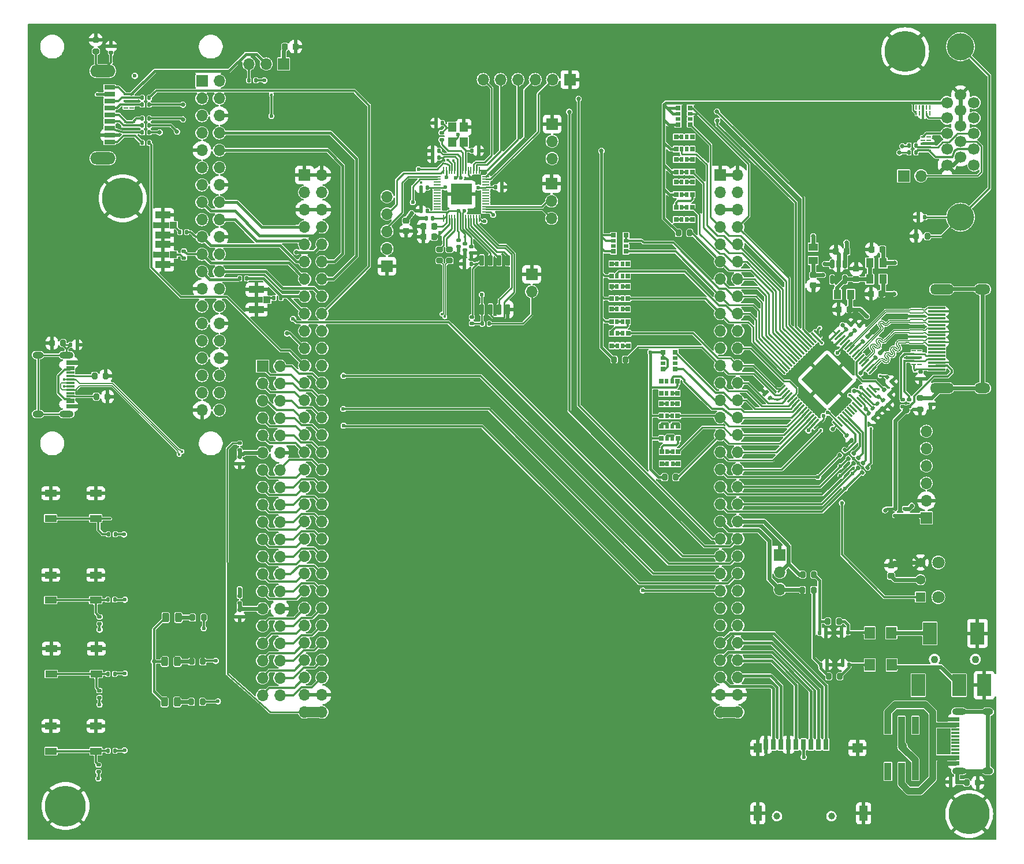
<source format=gbr>
%TF.GenerationSoftware,KiCad,Pcbnew,7.0.10*%
%TF.CreationDate,2024-01-24T08:03:13+07:00*%
%TF.ProjectId,QMTech-MiSTeX,514d5465-6368-42d4-9d69-535465582e6b,rev?*%
%TF.SameCoordinates,Original*%
%TF.FileFunction,Copper,L1,Top*%
%TF.FilePolarity,Positive*%
%FSLAX46Y46*%
G04 Gerber Fmt 4.6, Leading zero omitted, Abs format (unit mm)*
G04 Created by KiCad (PCBNEW 7.0.10) date 2024-01-24 08:03:13*
%MOMM*%
%LPD*%
G01*
G04 APERTURE LIST*
G04 Aperture macros list*
%AMRoundRect*
0 Rectangle with rounded corners*
0 $1 Rounding radius*
0 $2 $3 $4 $5 $6 $7 $8 $9 X,Y pos of 4 corners*
0 Add a 4 corners polygon primitive as box body*
4,1,4,$2,$3,$4,$5,$6,$7,$8,$9,$2,$3,0*
0 Add four circle primitives for the rounded corners*
1,1,$1+$1,$2,$3*
1,1,$1+$1,$4,$5*
1,1,$1+$1,$6,$7*
1,1,$1+$1,$8,$9*
0 Add four rect primitives between the rounded corners*
20,1,$1+$1,$2,$3,$4,$5,0*
20,1,$1+$1,$4,$5,$6,$7,0*
20,1,$1+$1,$6,$7,$8,$9,0*
20,1,$1+$1,$8,$9,$2,$3,0*%
%AMHorizOval*
0 Thick line with rounded ends*
0 $1 width*
0 $2 $3 position (X,Y) of the first rounded end (center of the circle)*
0 $4 $5 position (X,Y) of the second rounded end (center of the circle)*
0 Add line between two ends*
20,1,$1,$2,$3,$4,$5,0*
0 Add two circle primitives to create the rounded ends*
1,1,$1,$2,$3*
1,1,$1,$4,$5*%
%AMRotRect*
0 Rectangle, with rotation*
0 The origin of the aperture is its center*
0 $1 length*
0 $2 width*
0 $3 Rotation angle, in degrees counterclockwise*
0 Add horizontal line*
21,1,$1,$2,0,0,$3*%
G04 Aperture macros list end*
%TA.AperFunction,SMDPad,CuDef*%
%ADD10RoundRect,0.135000X0.135000X0.185000X-0.135000X0.185000X-0.135000X-0.185000X0.135000X-0.185000X0*%
%TD*%
%TA.AperFunction,ComponentPad*%
%ADD11R,1.700000X1.700000*%
%TD*%
%TA.AperFunction,ComponentPad*%
%ADD12O,1.700000X1.700000*%
%TD*%
%TA.AperFunction,SMDPad,CuDef*%
%ADD13RoundRect,0.225000X0.225000X0.250000X-0.225000X0.250000X-0.225000X-0.250000X0.225000X-0.250000X0*%
%TD*%
%TA.AperFunction,SMDPad,CuDef*%
%ADD14RotRect,0.570000X0.540000X135.000000*%
%TD*%
%TA.AperFunction,SMDPad,CuDef*%
%ADD15RoundRect,0.140000X0.140000X0.170000X-0.140000X0.170000X-0.140000X-0.170000X0.140000X-0.170000X0*%
%TD*%
%TA.AperFunction,SMDPad,CuDef*%
%ADD16RoundRect,0.200000X-0.275000X0.200000X-0.275000X-0.200000X0.275000X-0.200000X0.275000X0.200000X0*%
%TD*%
%TA.AperFunction,SMDPad,CuDef*%
%ADD17RoundRect,0.140000X-0.219203X-0.021213X-0.021213X-0.219203X0.219203X0.021213X0.021213X0.219203X0*%
%TD*%
%TA.AperFunction,SMDPad,CuDef*%
%ADD18R,0.660000X0.200000*%
%TD*%
%TA.AperFunction,SMDPad,CuDef*%
%ADD19R,0.660000X0.400000*%
%TD*%
%TA.AperFunction,SMDPad,CuDef*%
%ADD20RoundRect,0.140000X0.021213X-0.219203X0.219203X-0.021213X-0.021213X0.219203X-0.219203X0.021213X0*%
%TD*%
%TA.AperFunction,SMDPad,CuDef*%
%ADD21RoundRect,0.243750X0.243750X0.456250X-0.243750X0.456250X-0.243750X-0.456250X0.243750X-0.456250X0*%
%TD*%
%TA.AperFunction,SMDPad,CuDef*%
%ADD22RoundRect,0.140000X-0.140000X-0.170000X0.140000X-0.170000X0.140000X0.170000X-0.140000X0.170000X0*%
%TD*%
%TA.AperFunction,SMDPad,CuDef*%
%ADD23R,1.700000X1.000000*%
%TD*%
%TA.AperFunction,SMDPad,CuDef*%
%ADD24RoundRect,0.140000X-0.170000X0.140000X-0.170000X-0.140000X0.170000X-0.140000X0.170000X0.140000X0*%
%TD*%
%TA.AperFunction,ComponentPad*%
%ADD25C,1.700000*%
%TD*%
%TA.AperFunction,ComponentPad*%
%ADD26C,4.000000*%
%TD*%
%TA.AperFunction,SMDPad,CuDef*%
%ADD27RoundRect,0.150000X0.150000X-0.650000X0.150000X0.650000X-0.150000X0.650000X-0.150000X-0.650000X0*%
%TD*%
%TA.AperFunction,SMDPad,CuDef*%
%ADD28R,1.100000X0.200000*%
%TD*%
%TA.AperFunction,SMDPad,CuDef*%
%ADD29R,0.200000X1.100000*%
%TD*%
%TA.AperFunction,SMDPad,CuDef*%
%ADD30R,3.100000X3.100000*%
%TD*%
%TA.AperFunction,SMDPad,CuDef*%
%ADD31R,0.650000X0.800000*%
%TD*%
%TA.AperFunction,SMDPad,CuDef*%
%ADD32R,0.500000X0.800000*%
%TD*%
%TA.AperFunction,SMDPad,CuDef*%
%ADD33RoundRect,0.200000X-0.200000X-0.275000X0.200000X-0.275000X0.200000X0.275000X-0.200000X0.275000X0*%
%TD*%
%TA.AperFunction,ComponentPad*%
%ADD34C,0.800000*%
%TD*%
%TA.AperFunction,ComponentPad*%
%ADD35C,6.000000*%
%TD*%
%TA.AperFunction,SMDPad,CuDef*%
%ADD36RoundRect,0.135000X0.185000X-0.135000X0.185000X0.135000X-0.185000X0.135000X-0.185000X-0.135000X0*%
%TD*%
%TA.AperFunction,SMDPad,CuDef*%
%ADD37R,0.800000X0.650000*%
%TD*%
%TA.AperFunction,SMDPad,CuDef*%
%ADD38R,0.800000X0.500000*%
%TD*%
%TA.AperFunction,SMDPad,CuDef*%
%ADD39HorizOval,0.280000X-0.466690X0.466690X0.466690X-0.466690X0*%
%TD*%
%TA.AperFunction,SMDPad,CuDef*%
%ADD40HorizOval,0.280000X0.466690X0.466690X-0.466690X-0.466690X0*%
%TD*%
%TA.AperFunction,SMDPad,CuDef*%
%ADD41RotRect,5.300000X5.300000X45.000000*%
%TD*%
%TA.AperFunction,SMDPad,CuDef*%
%ADD42RoundRect,0.135000X-0.135000X-0.185000X0.135000X-0.185000X0.135000X0.185000X-0.135000X0.185000X0*%
%TD*%
%TA.AperFunction,SMDPad,CuDef*%
%ADD43RoundRect,0.135000X-0.185000X0.135000X-0.185000X-0.135000X0.185000X-0.135000X0.185000X0.135000X0*%
%TD*%
%TA.AperFunction,SMDPad,CuDef*%
%ADD44R,0.200000X0.660000*%
%TD*%
%TA.AperFunction,SMDPad,CuDef*%
%ADD45R,0.400000X0.660000*%
%TD*%
%TA.AperFunction,SMDPad,CuDef*%
%ADD46R,1.130000X1.380000*%
%TD*%
%TA.AperFunction,SMDPad,CuDef*%
%ADD47R,1.150000X0.300000*%
%TD*%
%TA.AperFunction,ComponentPad*%
%ADD48O,2.100000X1.000000*%
%TD*%
%TA.AperFunction,ComponentPad*%
%ADD49O,1.600000X1.000000*%
%TD*%
%TA.AperFunction,SMDPad,CuDef*%
%ADD50RoundRect,0.135000X-0.226274X-0.035355X-0.035355X-0.226274X0.226274X0.035355X0.035355X0.226274X0*%
%TD*%
%TA.AperFunction,SMDPad,CuDef*%
%ADD51R,1.050000X1.000000*%
%TD*%
%TA.AperFunction,SMDPad,CuDef*%
%ADD52R,2.200000X1.050000*%
%TD*%
%TA.AperFunction,SMDPad,CuDef*%
%ADD53RoundRect,0.200000X0.275000X-0.200000X0.275000X0.200000X-0.275000X0.200000X-0.275000X-0.200000X0*%
%TD*%
%TA.AperFunction,SMDPad,CuDef*%
%ADD54RoundRect,0.200000X0.200000X0.275000X-0.200000X0.275000X-0.200000X-0.275000X0.200000X-0.275000X0*%
%TD*%
%TA.AperFunction,SMDPad,CuDef*%
%ADD55R,1.490000X1.730000*%
%TD*%
%TA.AperFunction,SMDPad,CuDef*%
%ADD56RoundRect,0.135000X0.035355X-0.226274X0.226274X-0.035355X-0.035355X0.226274X-0.226274X0.035355X0*%
%TD*%
%TA.AperFunction,SMDPad,CuDef*%
%ADD57RoundRect,0.225000X-0.250000X0.225000X-0.250000X-0.225000X0.250000X-0.225000X0.250000X0.225000X0*%
%TD*%
%TA.AperFunction,SMDPad,CuDef*%
%ADD58RoundRect,0.225000X0.250000X-0.225000X0.250000X0.225000X-0.250000X0.225000X-0.250000X-0.225000X0*%
%TD*%
%TA.AperFunction,SMDPad,CuDef*%
%ADD59RoundRect,0.225000X-0.225000X-0.250000X0.225000X-0.250000X0.225000X0.250000X-0.225000X0.250000X0*%
%TD*%
%TA.AperFunction,SMDPad,CuDef*%
%ADD60R,2.600000X0.300000*%
%TD*%
%TA.AperFunction,ComponentPad*%
%ADD61O,3.500000X1.500000*%
%TD*%
%TA.AperFunction,ComponentPad*%
%ADD62O,2.300000X1.500000*%
%TD*%
%TA.AperFunction,SMDPad,CuDef*%
%ADD63R,1.000000X2.550000*%
%TD*%
%TA.AperFunction,ComponentPad*%
%ADD64R,1.400000X1.400000*%
%TD*%
%TA.AperFunction,ComponentPad*%
%ADD65C,1.400000*%
%TD*%
%TA.AperFunction,ComponentPad*%
%ADD66C,1.800000*%
%TD*%
%TA.AperFunction,ComponentPad*%
%ADD67C,1.000000*%
%TD*%
%TA.AperFunction,SMDPad,CuDef*%
%ADD68R,0.700000X1.600000*%
%TD*%
%TA.AperFunction,SMDPad,CuDef*%
%ADD69R,1.200000X1.400000*%
%TD*%
%TA.AperFunction,SMDPad,CuDef*%
%ADD70R,1.200000X2.200000*%
%TD*%
%TA.AperFunction,SMDPad,CuDef*%
%ADD71R,1.600000X1.400000*%
%TD*%
%TA.AperFunction,SMDPad,CuDef*%
%ADD72RoundRect,0.150000X-0.150000X0.512500X-0.150000X-0.512500X0.150000X-0.512500X0.150000X0.512500X0*%
%TD*%
%TA.AperFunction,SMDPad,CuDef*%
%ADD73R,1.380000X1.130000*%
%TD*%
%TA.AperFunction,SMDPad,CuDef*%
%ADD74RoundRect,0.140000X0.219203X0.021213X0.021213X0.219203X-0.219203X-0.021213X-0.021213X-0.219203X0*%
%TD*%
%TA.AperFunction,SMDPad,CuDef*%
%ADD75R,1.600000X0.700000*%
%TD*%
%TA.AperFunction,ComponentPad*%
%ADD76O,3.700000X1.800000*%
%TD*%
%TA.AperFunction,ComponentPad*%
%ADD77C,1.100000*%
%TD*%
%TA.AperFunction,SMDPad,CuDef*%
%ADD78R,2.000000X3.200000*%
%TD*%
%TA.AperFunction,SMDPad,CuDef*%
%ADD79RoundRect,0.140000X0.170000X-0.140000X0.170000X0.140000X-0.170000X0.140000X-0.170000X-0.140000X0*%
%TD*%
%TA.AperFunction,ViaPad*%
%ADD80C,0.650000*%
%TD*%
%TA.AperFunction,ViaPad*%
%ADD81C,0.450000*%
%TD*%
%TA.AperFunction,ViaPad*%
%ADD82C,0.600000*%
%TD*%
%TA.AperFunction,ViaPad*%
%ADD83C,1.300000*%
%TD*%
%TA.AperFunction,Conductor*%
%ADD84C,0.600000*%
%TD*%
%TA.AperFunction,Conductor*%
%ADD85C,0.400000*%
%TD*%
%TA.AperFunction,Conductor*%
%ADD86C,0.300000*%
%TD*%
%TA.AperFunction,Conductor*%
%ADD87C,0.250000*%
%TD*%
%TA.AperFunction,Conductor*%
%ADD88C,0.230000*%
%TD*%
%TA.AperFunction,Conductor*%
%ADD89C,0.225000*%
%TD*%
%TA.AperFunction,Conductor*%
%ADD90C,1.000000*%
%TD*%
%TA.AperFunction,Conductor*%
%ADD91C,1.500000*%
%TD*%
%TA.AperFunction,Conductor*%
%ADD92C,0.153670*%
%TD*%
%TA.AperFunction,Conductor*%
%ADD93C,0.205200*%
%TD*%
%TA.AperFunction,Conductor*%
%ADD94C,0.200000*%
%TD*%
G04 APERTURE END LIST*
D10*
%TO.P,R36,1*%
%TO.N,PI_REBOOT*%
X108559600Y-111349400D03*
%TO.P,R36,2*%
%TO.N,Net-(SW3-A)*%
X107539600Y-111349400D03*
%TD*%
D11*
%TO.P,J14,1,Pin_1*%
%TO.N,GND*%
X148386800Y-72034400D03*
D12*
%TO.P,J14,2,Pin_2*%
%TO.N,Net-(J14-Pin_2)*%
X148386800Y-69494400D03*
%TO.P,J14,3,Pin_3*%
%TO.N,Net-(J14-Pin_3)*%
X148386800Y-66954400D03*
%TO.P,J14,4,Pin_4*%
%TO.N,Net-(J14-Pin_4)*%
X148386800Y-64414400D03*
%TO.P,J14,5,Pin_5*%
%TO.N,Net-(J14-Pin_5)*%
X148386800Y-61874400D03*
%TD*%
D13*
%TO.P,C17,1*%
%TO.N,+3V3*%
X215760600Y-69900800D03*
%TO.P,C17,2*%
%TO.N,GND*%
X214210600Y-69900800D03*
%TD*%
D14*
%TO.P,R15,1,1*%
%TO.N,GND*%
X222350856Y-88950056D03*
%TO.P,R15,2,2*%
%TO.N,Net-(U4-R_EXT)*%
X221742744Y-88341944D03*
%TD*%
D15*
%TO.P,C11,1*%
%TO.N,+3V3*%
X154325200Y-63957200D03*
%TO.P,C11,2*%
%TO.N,GND*%
X153365200Y-63957200D03*
%TD*%
D16*
%TO.P,R13,1*%
%TO.N,Net-(U2-USB_DM)*%
X156083000Y-69596000D03*
%TO.P,R13,2*%
%TO.N,/RP2040/USB_D-*%
X156083000Y-71246000D03*
%TD*%
D11*
%TO.P,J6,1,Pin_1*%
%TO.N,GND*%
X175209200Y-44704000D03*
D12*
%TO.P,J6,2,Pin_2*%
%TO.N,/RP2040/TCK*%
X172669200Y-44704000D03*
%TO.P,J6,3,Pin_3*%
%TO.N,/RP2040/TDO*%
X170129200Y-44704000D03*
%TO.P,J6,4,Pin_4*%
%TO.N,/RP2040/TDI*%
X167589200Y-44704000D03*
%TO.P,J6,5,Pin_5*%
%TO.N,/RP2040/TMS*%
X165049200Y-44704000D03*
%TO.P,J6,6,Pin_6*%
%TO.N,/RP2040/GPIO*%
X162509200Y-44704000D03*
%TD*%
D17*
%TO.P,C25,1*%
%TO.N,/HDMI/1V8_AVDD*%
X221148589Y-91710189D03*
%TO.P,C25,2*%
%TO.N,GND*%
X221827411Y-92389011D03*
%TD*%
D18*
%TO.P,D5,1,D1+*%
%TO.N,/VGA/VGA_BLUE*%
X226978000Y-53086000D03*
%TO.P,D5,2,D1-*%
%TO.N,unconnected-(D5-D1--Pad2)*%
X226978000Y-53586000D03*
D19*
%TO.P,D5,3,GND*%
%TO.N,GND*%
X226978000Y-54086000D03*
D18*
%TO.P,D5,4,D2+*%
%TO.N,Net-(D5-D2+)*%
X226978000Y-54586000D03*
%TO.P,D5,5,D2-*%
%TO.N,Net-(D5-D2-)*%
X226978000Y-55086000D03*
%TO.P,D5,6,NC*%
X227838000Y-55086000D03*
%TO.P,D5,7,NC*%
%TO.N,Net-(D5-D2+)*%
X227838000Y-54586000D03*
D19*
%TO.P,D5,8,GND*%
%TO.N,GND*%
X227838000Y-54086000D03*
D18*
%TO.P,D5,9,NC*%
%TO.N,unconnected-(D5-NC-Pad9)*%
X227838000Y-53586000D03*
%TO.P,D5,10,NC*%
%TO.N,unconnected-(D5-NC-Pad10)*%
X227838000Y-53086000D03*
%TD*%
D20*
%TO.P,C31,1*%
%TO.N,/HDMI/1V8_AVDD*%
X218135200Y-83058000D03*
%TO.P,C31,2*%
%TO.N,GND*%
X218814022Y-82379178D03*
%TD*%
%TO.P,C26,1*%
%TO.N,/HDMI/3V3_DVDD*%
X216966800Y-81483200D03*
%TO.P,C26,2*%
%TO.N,GND*%
X217645622Y-80804378D03*
%TD*%
D18*
%TO.P,D10,1,D1+*%
%TO.N,unconnected-(D10-D1+-Pad1)*%
X110943600Y-48888400D03*
%TO.P,D10,2,D1-*%
%TO.N,/User-Interface/SNAC0*%
X110943600Y-48388400D03*
D19*
%TO.P,D10,3,GND*%
%TO.N,GND*%
X110943600Y-47888400D03*
D18*
%TO.P,D10,4,D2+*%
%TO.N,/User-Interface/SNAC5*%
X110943600Y-47388400D03*
%TO.P,D10,5,D2-*%
%TO.N,/User-Interface/SNAC6*%
X110943600Y-46888400D03*
%TO.P,D10,6,NC*%
X110083600Y-46888400D03*
%TO.P,D10,7,NC*%
%TO.N,/User-Interface/SNAC5*%
X110083600Y-47388400D03*
D19*
%TO.P,D10,8,GND*%
%TO.N,GND*%
X110083600Y-47888400D03*
D18*
%TO.P,D10,9,NC*%
%TO.N,/User-Interface/SNAC0*%
X110083600Y-48388400D03*
%TO.P,D10,10,NC*%
%TO.N,unconnected-(D10-NC-Pad10)*%
X110083600Y-48888400D03*
%TD*%
D21*
%TO.P,D8,1,K*%
%TO.N,Net-(D8-K)*%
X117629700Y-135940800D03*
%TO.P,D8,2,A*%
%TO.N,+3V3*%
X115754700Y-135940800D03*
%TD*%
D22*
%TO.P,C1,1*%
%TO.N,Net-(J3-SHIELD)*%
X102004000Y-83568000D03*
%TO.P,C1,2*%
%TO.N,GND*%
X102964000Y-83568000D03*
%TD*%
%TO.P,C16,1*%
%TO.N,+3V3*%
X164264400Y-60502800D03*
%TO.P,C16,2*%
%TO.N,GND*%
X165224400Y-60502800D03*
%TD*%
D23*
%TO.P,SW1,1,A*%
%TO.N,Net-(SW1-A)*%
X105725600Y-143153000D03*
%TO.P,SW1,2,B*%
X99125600Y-143153000D03*
%TO.P,SW1,3,C*%
%TO.N,GND*%
X105725600Y-139453000D03*
%TO.P,SW1,4,D*%
X99125600Y-139453000D03*
%TD*%
D24*
%TO.P,R10,1*%
%TO.N,+3V3*%
X160832800Y-79504600D03*
%TO.P,R10,2*%
%TO.N,/RP2040/QSPI_SS*%
X160832800Y-80464600D03*
%TD*%
D25*
%TO.P,VGA1,1*%
%TO.N,/VGA/VGA_RED*%
X230480800Y-48073800D03*
%TO.P,VGA1,2*%
%TO.N,/VGA/VGA_GREEN*%
X230480800Y-50343800D03*
%TO.P,VGA1,3*%
%TO.N,/VGA/VGA_BLUE*%
X230480800Y-52633800D03*
%TO.P,VGA1,4*%
%TO.N,unconnected-(VGA1-Pad4)*%
X230480800Y-54923800D03*
%TO.P,VGA1,5*%
%TO.N,GND*%
X230480800Y-57213800D03*
%TO.P,VGA1,6*%
X232460800Y-46913800D03*
%TO.P,VGA1,7*%
X232460800Y-49193800D03*
%TO.P,VGA1,8*%
X232460800Y-51493800D03*
%TO.P,VGA1,9*%
%TO.N,Net-(J10-Pin_2)*%
X232460800Y-53773800D03*
%TO.P,VGA1,10*%
%TO.N,GND*%
X232460800Y-56073800D03*
%TO.P,VGA1,11*%
%TO.N,unconnected-(VGA1-Pad11)*%
X234440800Y-48073800D03*
%TO.P,VGA1,12*%
%TO.N,unconnected-(VGA1-Pad12)*%
X234440800Y-50343800D03*
%TO.P,VGA1,13*%
%TO.N,Net-(D5-D2+)*%
X234440800Y-52633800D03*
%TO.P,VGA1,14*%
%TO.N,Net-(D5-D2-)*%
X234440800Y-54923800D03*
%TO.P,VGA1,15*%
%TO.N,unconnected-(VGA1-Pad15)*%
X234440800Y-57213800D03*
D26*
%TO.P,VGA1,16*%
%TO.N,/VGA/VGA_SHIELD*%
X232460800Y-39893800D03*
%TO.P,VGA1,17*%
X232460800Y-64873800D03*
%TD*%
D27*
%TO.P,U1,1,~{CS}*%
%TO.N,/RP2040/QSPI_SS*%
X162306000Y-78403000D03*
%TO.P,U1,2,DO(IO1)*%
%TO.N,/RP2040/QSPI_SD1*%
X163576000Y-78403000D03*
%TO.P,U1,3,IO2*%
%TO.N,/RP2040/QSPI_SD2*%
X164846000Y-78403000D03*
%TO.P,U1,4,GND*%
%TO.N,GND*%
X166116000Y-78403000D03*
%TO.P,U1,5,DI(IO0)*%
%TO.N,/RP2040/QSPI_SD0*%
X166116000Y-71203000D03*
%TO.P,U1,6,CLK*%
%TO.N,/RP2040/QSPI_SCLK*%
X164846000Y-71203000D03*
%TO.P,U1,7,IO3*%
%TO.N,/RP2040/QSPI_SD3*%
X163576000Y-71203000D03*
%TO.P,U1,8,VCC*%
%TO.N,+3V3*%
X162306000Y-71203000D03*
%TD*%
D28*
%TO.P,U2,1,IOVDD*%
%TO.N,+3V3*%
X162852800Y-64128400D03*
%TO.P,U2,2,GPIO0*%
%TO.N,/RP2040/UART0_TX*%
X162852800Y-63728400D03*
%TO.P,U2,3,GPIO1*%
%TO.N,/RP2040/UART0_RX*%
X162852800Y-63328400D03*
%TO.P,U2,4,GPIO2*%
%TO.N,unconnected-(U2-GPIO2-Pad4)*%
X162852800Y-62928400D03*
%TO.P,U2,5,GPIO3*%
%TO.N,unconnected-(U2-GPIO3-Pad5)*%
X162852800Y-62528400D03*
%TO.P,U2,6,GPIO4*%
%TO.N,unconnected-(U2-GPIO4-Pad6)*%
X162852800Y-62128400D03*
%TO.P,U2,7,GPIO5*%
%TO.N,unconnected-(U2-GPIO5-Pad7)*%
X162852800Y-61728400D03*
%TO.P,U2,8,GPIO6*%
%TO.N,unconnected-(U2-GPIO6-Pad8)*%
X162852800Y-61328400D03*
%TO.P,U2,9,GPIO7*%
%TO.N,unconnected-(U2-GPIO7-Pad9)*%
X162852800Y-60928400D03*
%TO.P,U2,10,IOVDD*%
%TO.N,+3V3*%
X162852800Y-60528400D03*
%TO.P,U2,11,GPIO8*%
%TO.N,unconnected-(U2-GPIO8-Pad11)*%
X162852800Y-60128400D03*
%TO.P,U2,12,GPIO9*%
%TO.N,unconnected-(U2-GPIO9-Pad12)*%
X162852800Y-59728400D03*
%TO.P,U2,13,GPIO10*%
%TO.N,/RP2040/TCK*%
X162852800Y-59328400D03*
%TO.P,U2,14,GPIO11*%
%TO.N,/RP2040/TDO*%
X162852800Y-58928400D03*
D29*
%TO.P,U2,15,GPIO12*%
%TO.N,/RP2040/TDI*%
X161902800Y-57978400D03*
%TO.P,U2,16,GPIO13*%
%TO.N,/RP2040/TMS*%
X161502800Y-57978400D03*
%TO.P,U2,17,GPIO14*%
%TO.N,/RP2040/GPIO*%
X161102800Y-57978400D03*
%TO.P,U2,18,GPIO15*%
%TO.N,unconnected-(U2-GPIO15-Pad18)*%
X160702800Y-57978400D03*
%TO.P,U2,19,TESTEN*%
%TO.N,GND*%
X160302800Y-57978400D03*
%TO.P,U2,20,XIN*%
%TO.N,/RP2040/XIN*%
X159902800Y-57978400D03*
%TO.P,U2,21,XOUT*%
%TO.N,/RP2040/XOUT*%
X159502800Y-57978400D03*
%TO.P,U2,22,IOVDD*%
%TO.N,+3V3*%
X159102800Y-57978400D03*
%TO.P,U2,23,DVDD*%
%TO.N,+1V1*%
X158702800Y-57978400D03*
%TO.P,U2,24,SWCLK*%
%TO.N,/RP2040/SWCLK*%
X158302800Y-57978400D03*
%TO.P,U2,25,SWD*%
%TO.N,/RP2040/SWD*%
X157902800Y-57978400D03*
%TO.P,U2,26,RUN*%
%TO.N,/PICO_RUN*%
X157502800Y-57978400D03*
%TO.P,U2,27,GPIO16*%
%TO.N,Net-(J14-Pin_5)*%
X157102800Y-57978400D03*
%TO.P,U2,28,GPIO17*%
%TO.N,Net-(J14-Pin_4)*%
X156702800Y-57978400D03*
D28*
%TO.P,U2,29,GPIO18*%
%TO.N,Net-(J14-Pin_3)*%
X155752800Y-58928400D03*
%TO.P,U2,30,GPIO19*%
%TO.N,Net-(J14-Pin_2)*%
X155752800Y-59328400D03*
%TO.P,U2,31,GPIO20*%
%TO.N,unconnected-(U2-GPIO20-Pad31)*%
X155752800Y-59728400D03*
%TO.P,U2,32,GPIO21*%
%TO.N,unconnected-(U2-GPIO21-Pad32)*%
X155752800Y-60128400D03*
%TO.P,U2,33,IOVDD*%
%TO.N,+3V3*%
X155752800Y-60528400D03*
%TO.P,U2,34,GPIO22*%
%TO.N,unconnected-(U2-GPIO22-Pad34)*%
X155752800Y-60928400D03*
%TO.P,U2,35,GPIO23*%
%TO.N,unconnected-(U2-GPIO23-Pad35)*%
X155752800Y-61328400D03*
%TO.P,U2,36,GPIO24*%
%TO.N,unconnected-(U2-GPIO24-Pad36)*%
X155752800Y-61728400D03*
%TO.P,U2,37,GPIO25*%
%TO.N,unconnected-(U2-GPIO25-Pad37)*%
X155752800Y-62128400D03*
%TO.P,U2,38,GPIO26_ADC0*%
%TO.N,unconnected-(U2-GPIO26_ADC0-Pad38)*%
X155752800Y-62528400D03*
%TO.P,U2,39,GPIO27_ADC1*%
%TO.N,unconnected-(U2-GPIO27_ADC1-Pad39)*%
X155752800Y-62928400D03*
%TO.P,U2,40,GPIO28_ADC2*%
%TO.N,unconnected-(U2-GPIO28_ADC2-Pad40)*%
X155752800Y-63328400D03*
%TO.P,U2,41,GPIO29_ADC3*%
%TO.N,unconnected-(U2-GPIO29_ADC3-Pad41)*%
X155752800Y-63728400D03*
%TO.P,U2,42,IOVDD*%
%TO.N,+3V3*%
X155752800Y-64128400D03*
D29*
%TO.P,U2,43,ADC_AVDD*%
X156702800Y-65078400D03*
%TO.P,U2,44,VREG_IN*%
X157102800Y-65078400D03*
%TO.P,U2,45,VREG_VOUT*%
%TO.N,+1V1*%
X157502800Y-65078400D03*
%TO.P,U2,46,USB_DM*%
%TO.N,Net-(U2-USB_DM)*%
X157902800Y-65078400D03*
%TO.P,U2,47,USB_DP*%
%TO.N,Net-(U2-USB_DP)*%
X158302800Y-65078400D03*
%TO.P,U2,48,USB_VDD*%
%TO.N,+3V3*%
X158702800Y-65078400D03*
%TO.P,U2,49,IOVDD*%
X159102800Y-65078400D03*
%TO.P,U2,50,DVDD*%
%TO.N,+1V1*%
X159502800Y-65078400D03*
%TO.P,U2,51,QSPI_SD3*%
%TO.N,/RP2040/QSPI_SD3*%
X159902800Y-65078400D03*
%TO.P,U2,52,QSPI_SCLK*%
%TO.N,/RP2040/QSPI_SCLK*%
X160302800Y-65078400D03*
%TO.P,U2,53,QSPI_SD0*%
%TO.N,/RP2040/QSPI_SD0*%
X160702800Y-65078400D03*
%TO.P,U2,54,QSPI_SD2*%
%TO.N,/RP2040/QSPI_SD2*%
X161102800Y-65078400D03*
%TO.P,U2,55,QSPI_SD1*%
%TO.N,/RP2040/QSPI_SD1*%
X161502800Y-65078400D03*
%TO.P,U2,56,QSPI_SS*%
%TO.N,/RP2040/QSPI_SS*%
X161902800Y-65078400D03*
D30*
%TO.P,U2,57,GND*%
%TO.N,GND*%
X159302800Y-61528400D03*
%TD*%
D11*
%TO.P,J12,1,Pin_1*%
%TO.N,GND*%
X172593000Y-51206400D03*
D12*
%TO.P,J12,2,Pin_2*%
%TO.N,/RP2040/SWD*%
X172593000Y-53746400D03*
%TO.P,J12,3,Pin_3*%
%TO.N,/RP2040/SWCLK*%
X172593000Y-56286400D03*
%TD*%
D15*
%TO.P,C13,1*%
%TO.N,+3V3*%
X156029600Y-55143400D03*
%TO.P,C13,2*%
%TO.N,GND*%
X155069600Y-55143400D03*
%TD*%
D11*
%TO.P,J4,1,Pin_1*%
%TO.N,GND*%
X136309100Y-58694400D03*
D12*
%TO.P,J4,2,Pin_2*%
X138849100Y-58694400D03*
%TO.P,J4,3,Pin_3*%
%TO.N,+3V3*%
X136309100Y-61234400D03*
%TO.P,J4,4,Pin_4*%
X138849100Y-61234400D03*
%TO.P,J4,5,Pin_5*%
%TO.N,GND*%
X136309100Y-63774400D03*
%TO.P,J4,6,Pin_6*%
X138849100Y-63774400D03*
%TO.P,J4,7,Pin_7*%
%TO.N,/FPGA_EN*%
X136309100Y-66314400D03*
%TO.P,J4,8,Pin_8*%
%TO.N,/FPGA_RESET*%
X138849100Y-66314400D03*
%TO.P,J4,9,Pin_9*%
%TO.N,/OSD_EN*%
X136309100Y-68854400D03*
%TO.P,J4,10,Pin_10*%
%TO.N,/IO_EN*%
X138849100Y-68854400D03*
%TO.P,J4,11,Pin_11*%
%TO.N,SPI_MOSI*%
X136309100Y-71394400D03*
%TO.P,J4,12,Pin_12*%
%TO.N,/UART_RX*%
X138849100Y-71394400D03*
%TO.P,J4,13,Pin_13*%
%TO.N,SPI_MISO*%
X136309100Y-73934400D03*
%TO.P,J4,14,Pin_14*%
%TO.N,/UART_TX*%
X138849100Y-73934400D03*
%TO.P,J4,15,Pin_15*%
%TO.N,SPI_CLK*%
X136309100Y-76474400D03*
%TO.P,J4,16,Pin_16*%
%TO.N,SPI_CS*%
X138849100Y-76474400D03*
%TO.P,J4,17,Pin_17*%
%TO.N,SPI_CLK*%
X136309100Y-79014400D03*
%TO.P,J4,18,Pin_18*%
%TO.N,USER2*%
X138849100Y-79014400D03*
%TO.P,J4,19,Pin_19*%
%TO.N,USER3*%
X136309100Y-81554400D03*
%TO.P,J4,20,Pin_20*%
%TO.N,USER1*%
X138849100Y-81554400D03*
%TO.P,J4,21,Pin_21*%
%TO.N,USER4*%
X136309100Y-84094400D03*
%TO.P,J4,22,Pin_22*%
%TO.N,USER0*%
X138849100Y-84094400D03*
%TO.P,J4,23,Pin_23*%
%TO.N,USER5*%
X136309100Y-86634400D03*
%TO.P,J4,24,Pin_24*%
%TO.N,USER6*%
X138849100Y-86634400D03*
%TO.P,J4,25,Pin_25*%
%TO.N,/RAM_DQ0*%
X136309100Y-89174400D03*
%TO.P,J4,26,Pin_26*%
%TO.N,/RAM_DQ1*%
X138849100Y-89174400D03*
%TO.P,J4,27,Pin_27*%
%TO.N,/RAM_DQ2*%
X136309100Y-91714400D03*
%TO.P,J4,28,Pin_28*%
%TO.N,/RAM_DQ3*%
X138849100Y-91714400D03*
%TO.P,J4,29,Pin_29*%
%TO.N,/RAM_DQ4*%
X136309100Y-94254400D03*
%TO.P,J4,30,Pin_30*%
%TO.N,/RAM_DQ5*%
X138849100Y-94254400D03*
%TO.P,J4,31,Pin_31*%
%TO.N,/RAM_DQ6*%
X136309100Y-96794400D03*
%TO.P,J4,32,Pin_32*%
%TO.N,/RAM_DQ7*%
X138849100Y-96794400D03*
%TO.P,J4,33,Pin_33*%
%TO.N,/RAM_DQ15*%
X136309100Y-99334400D03*
%TO.P,J4,34,Pin_34*%
%TO.N,/RAM_DQ14*%
X138849100Y-99334400D03*
%TO.P,J4,35,Pin_35*%
%TO.N,/RAM_DQ13*%
X136309100Y-101874400D03*
%TO.P,J4,36,Pin_36*%
%TO.N,/RAM_DQ12*%
X138849100Y-101874400D03*
%TO.P,J4,37,Pin_37*%
%TO.N,/RAM_DQ11*%
X136309100Y-104414400D03*
%TO.P,J4,38,Pin_38*%
%TO.N,/RAM_DQ10*%
X138849100Y-104414400D03*
%TO.P,J4,39,Pin_39*%
%TO.N,/RAM_DQ9*%
X136309100Y-106954400D03*
%TO.P,J4,40,Pin_40*%
%TO.N,/RAM_DQ8*%
X138849100Y-106954400D03*
%TO.P,J4,41,Pin_41*%
%TO.N,/RAM_A12*%
X136309100Y-109494400D03*
%TO.P,J4,42,Pin_42*%
%TO.N,/RAM_CLK*%
X138849100Y-109494400D03*
%TO.P,J4,43,Pin_43*%
%TO.N,/RAM_A9*%
X136309100Y-112034400D03*
%TO.P,J4,44,Pin_44*%
%TO.N,/RAM_A11*%
X138849100Y-112034400D03*
%TO.P,J4,45,Pin_45*%
%TO.N,/RAM_A7*%
X136309100Y-114574400D03*
%TO.P,J4,46,Pin_46*%
%TO.N,/RAM_A8*%
X138849100Y-114574400D03*
%TO.P,J4,47,Pin_47*%
%TO.N,/RAM_A5*%
X136309100Y-117114400D03*
%TO.P,J4,48,Pin_48*%
%TO.N,/RAM_A6*%
X138849100Y-117114400D03*
%TO.P,J4,49,Pin_49*%
%TO.N,/RAM_WE*%
X136309100Y-119654400D03*
%TO.P,J4,50,Pin_50*%
%TO.N,/RAM_A4*%
X138849100Y-119654400D03*
%TO.P,J4,51,Pin_51*%
%TO.N,/RAM_CAS*%
X136309100Y-122194400D03*
%TO.P,J4,52,Pin_52*%
%TO.N,/RAM_RAS*%
X138849100Y-122194400D03*
%TO.P,J4,53,Pin_53*%
%TO.N,/RAM_CS*%
X136309100Y-124734400D03*
%TO.P,J4,54,Pin_54*%
%TO.N,/RAM_BA0*%
X138849100Y-124734400D03*
%TO.P,J4,55,Pin_55*%
%TO.N,/RAM_BA1*%
X136309100Y-127274400D03*
%TO.P,J4,56,Pin_56*%
%TO.N,/RAM_A10*%
X138849100Y-127274400D03*
%TO.P,J4,57,Pin_57*%
%TO.N,/RAM_A0*%
X136309100Y-129814400D03*
%TO.P,J4,58,Pin_58*%
%TO.N,/RAM_A1*%
X138849100Y-129814400D03*
%TO.P,J4,59,Pin_59*%
%TO.N,/RAM_A2*%
X136309100Y-132354400D03*
%TO.P,J4,60,Pin_60*%
%TO.N,/RAM_A3*%
X138849100Y-132354400D03*
%TO.P,J4,61,Pin_61*%
%TO.N,GND*%
X136309100Y-134894400D03*
%TO.P,J4,62,Pin_62*%
X138849100Y-134894400D03*
%TO.P,J4,63,Pin_63*%
%TO.N,+5V*%
X136309100Y-137434400D03*
%TO.P,J4,64,Pin_64*%
X138849100Y-137434400D03*
%TD*%
D31*
%TO.P,RN5,1,1*%
%TO.N,Net-(RN5-Pad1)*%
X193161000Y-59749800D03*
D32*
%TO.P,RN5,2,2*%
X192361000Y-59749800D03*
%TO.P,RN5,3,3*%
%TO.N,Net-(RN5-Pad3)*%
X191561000Y-59749800D03*
D31*
%TO.P,RN5,4,4*%
X190761000Y-59749800D03*
%TO.P,RN5,5,5*%
%TO.N,/VGA/VGA_RED*%
X190761000Y-61549800D03*
D32*
%TO.P,RN5,6,6*%
%TO.N,Net-(RN5-Pad6)*%
X191561000Y-61549800D03*
%TO.P,RN5,7,7*%
X192361000Y-61549800D03*
D31*
%TO.P,RN5,8,8*%
%TO.N,Net-(RN4-Pad4)*%
X193161000Y-61549800D03*
%TD*%
D16*
%TO.P,R12,1*%
%TO.N,Net-(U2-USB_DP)*%
X157556200Y-69595000D03*
%TO.P,R12,2*%
%TO.N,/RP2040/USB_D+*%
X157556200Y-71245000D03*
%TD*%
D33*
%TO.P,R48,1*%
%TO.N,AUDIO_R*%
X209283800Y-119532400D03*
%TO.P,R48,2*%
%TO.N,Net-(C37-Pad1)*%
X210933800Y-119532400D03*
%TD*%
D22*
%TO.P,C37,1*%
%TO.N,Net-(C37-Pad1)*%
X211937600Y-130454400D03*
%TO.P,C37,2*%
%TO.N,GND*%
X212897600Y-130454400D03*
%TD*%
D34*
%TO.P,H8,1,1*%
%TO.N,GND*%
X107387000Y-62103000D03*
X108046010Y-60512010D03*
X108046010Y-63693990D03*
X109637000Y-59853000D03*
D35*
X109637000Y-62103000D03*
D34*
X109637000Y-64353000D03*
X111227990Y-60512010D03*
X111227990Y-63693990D03*
X111887000Y-62103000D03*
%TD*%
D10*
%TO.P,R59,1*%
%TO.N,BTN_OSD*%
X108483400Y-131826000D03*
%TO.P,R59,2*%
%TO.N,Net-(SW2-A)*%
X107463400Y-131826000D03*
%TD*%
D36*
%TO.P,R24,1*%
%TO.N,+5V*%
X223977200Y-92661200D03*
%TO.P,R24,2*%
%TO.N,/HDMI/DDC_SCL*%
X223977200Y-91641200D03*
%TD*%
D18*
%TO.P,D9,1,D1+*%
%TO.N,/User-Interface/SNAC4*%
X110236000Y-50951000D03*
%TO.P,D9,2,D1-*%
%TO.N,/User-Interface/SNAC1*%
X110236000Y-51451000D03*
D19*
%TO.P,D9,3,GND*%
%TO.N,GND*%
X110236000Y-51951000D03*
D18*
%TO.P,D9,4,D2+*%
%TO.N,/User-Interface/SNAC3*%
X110236000Y-52451000D03*
%TO.P,D9,5,D2-*%
%TO.N,/User-Interface/SNAC2*%
X110236000Y-52951000D03*
%TO.P,D9,6,NC*%
X111096000Y-52951000D03*
%TO.P,D9,7,NC*%
%TO.N,/User-Interface/SNAC3*%
X111096000Y-52451000D03*
D19*
%TO.P,D9,8,GND*%
%TO.N,GND*%
X111096000Y-51951000D03*
D18*
%TO.P,D9,9,NC*%
%TO.N,/User-Interface/SNAC1*%
X111096000Y-51451000D03*
%TO.P,D9,10,NC*%
%TO.N,/User-Interface/SNAC4*%
X111096000Y-50951000D03*
%TD*%
D11*
%TO.P,J11,1,Pin_1*%
%TO.N,Net-(J11-Pin_1)*%
X227457000Y-108966000D03*
D12*
%TO.P,J11,2,Pin_2*%
%TO.N,GND*%
X227457000Y-106426000D03*
%TO.P,J11,3,Pin_3*%
%TO.N,I2S_LRCLK*%
X227457000Y-103886000D03*
%TO.P,J11,4,Pin_4*%
%TO.N,I2S_DAT*%
X227457000Y-101346000D03*
%TO.P,J11,5,Pin_5*%
%TO.N,I2S_MCLK*%
X227457000Y-98806000D03*
%TO.P,J11,6,Pin_6*%
%TO.N,I2S_SCLK*%
X227457000Y-96266000D03*
%TD*%
D33*
%TO.P,R29,1*%
%TO.N,/VGA/VGA_GREEN*%
X181699400Y-85750400D03*
%TO.P,R29,2*%
%TO.N,RGB_D10*%
X183349400Y-85750400D03*
%TD*%
D15*
%TO.P,C2,1*%
%TO.N,GND*%
X161820800Y-55143400D03*
%TO.P,C2,2*%
%TO.N,/RP2040/XIN*%
X160860800Y-55143400D03*
%TD*%
D11*
%TO.P,J2,1,Pin_1*%
%TO.N,/RAM_DQ0*%
X130149600Y-86715600D03*
D12*
%TO.P,J2,2,Pin_2*%
%TO.N,/RAM_DQ1*%
X132689600Y-86715600D03*
%TO.P,J2,3,Pin_3*%
%TO.N,/RAM_DQ2*%
X130149600Y-89255600D03*
%TO.P,J2,4,Pin_4*%
%TO.N,/RAM_DQ3*%
X132689600Y-89255600D03*
%TO.P,J2,5,Pin_5*%
%TO.N,/RAM_DQ4*%
X130149600Y-91795600D03*
%TO.P,J2,6,Pin_6*%
%TO.N,/RAM_DQ5*%
X132689600Y-91795600D03*
%TO.P,J2,7,Pin_7*%
%TO.N,/RAM_DQ6*%
X130149600Y-94335600D03*
%TO.P,J2,8,Pin_8*%
%TO.N,/RAM_DQ7*%
X132689600Y-94335600D03*
%TO.P,J2,9,Pin_9*%
%TO.N,/RAM_DQ15*%
X130149600Y-96875600D03*
%TO.P,J2,10,Pin_10*%
%TO.N,/RAM_DQ14*%
X132689600Y-96875600D03*
%TO.P,J2,11,Pin_11*%
%TO.N,Net-(J2-Pin_11)*%
X130149600Y-99415600D03*
%TO.P,J2,12,Pin_12*%
%TO.N,GND*%
X132689600Y-99415600D03*
%TO.P,J2,13,Pin_13*%
%TO.N,/RAM_DQ13*%
X130149600Y-101955600D03*
%TO.P,J2,14,Pin_14*%
%TO.N,/RAM_DQ12*%
X132689600Y-101955600D03*
%TO.P,J2,15,Pin_15*%
%TO.N,/RAM_DQ11*%
X130149600Y-104495600D03*
%TO.P,J2,16,Pin_16*%
%TO.N,/RAM_DQ10*%
X132689600Y-104495600D03*
%TO.P,J2,17,Pin_17*%
%TO.N,/RAM_DQ9*%
X130149600Y-107035600D03*
%TO.P,J2,18,Pin_18*%
%TO.N,/RAM_DQ8*%
X132689600Y-107035600D03*
%TO.P,J2,19,Pin_19*%
%TO.N,/RAM_A12*%
X130149600Y-109575600D03*
%TO.P,J2,20,Pin_20*%
%TO.N,/RAM_CLK*%
X132689600Y-109575600D03*
%TO.P,J2,21,Pin_21*%
%TO.N,/RAM_A9*%
X130149600Y-112115600D03*
%TO.P,J2,22,Pin_22*%
%TO.N,/RAM_A11*%
X132689600Y-112115600D03*
%TO.P,J2,23,Pin_23*%
%TO.N,/RAM_A7*%
X130149600Y-114655600D03*
%TO.P,J2,24,Pin_24*%
%TO.N,/RAM_A8*%
X132689600Y-114655600D03*
%TO.P,J2,25,Pin_25*%
%TO.N,/RAM_A5*%
X130149600Y-117195600D03*
%TO.P,J2,26,Pin_26*%
%TO.N,/RAM_A6*%
X132689600Y-117195600D03*
%TO.P,J2,27,Pin_27*%
%TO.N,/RAM_WE*%
X130149600Y-119735600D03*
%TO.P,J2,28,Pin_28*%
%TO.N,/RAM_A4*%
X132689600Y-119735600D03*
%TO.P,J2,29,Pin_29*%
%TO.N,Net-(J2-Pin_29)*%
X130149600Y-122275600D03*
%TO.P,J2,30,Pin_30*%
%TO.N,GND*%
X132689600Y-122275600D03*
%TO.P,J2,31,Pin_31*%
%TO.N,/RAM_CAS*%
X130149600Y-124815600D03*
%TO.P,J2,32,Pin_32*%
%TO.N,/RAM_RAS*%
X132689600Y-124815600D03*
%TO.P,J2,33,Pin_33*%
%TO.N,/RAM_CS*%
X130149600Y-127355600D03*
%TO.P,J2,34,Pin_34*%
%TO.N,/RAM_BA0*%
X132689600Y-127355600D03*
%TO.P,J2,35,Pin_35*%
%TO.N,/RAM_BA1*%
X130149600Y-129895600D03*
%TO.P,J2,36,Pin_36*%
%TO.N,/RAM_A10*%
X132689600Y-129895600D03*
%TO.P,J2,37,Pin_37*%
%TO.N,/RAM_A0*%
X130149600Y-132435600D03*
%TO.P,J2,38,Pin_38*%
%TO.N,/RAM_A1*%
X132689600Y-132435600D03*
%TO.P,J2,39,Pin_39*%
%TO.N,/RAM_A2*%
X130149600Y-134975600D03*
%TO.P,J2,40,Pin_40*%
%TO.N,/RAM_A3*%
X132689600Y-134975600D03*
%TD*%
D37*
%TO.P,RN11,1,1*%
%TO.N,RGB_D6*%
X190649000Y-87109000D03*
D38*
%TO.P,RN11,2,2*%
%TO.N,unconnected-(RN11-Pad2)*%
X190649000Y-86309000D03*
%TO.P,RN11,3,3*%
%TO.N,RGB_D7*%
X190649000Y-85509000D03*
D37*
%TO.P,RN11,4,4*%
X190649000Y-84709000D03*
%TO.P,RN11,5,5*%
%TO.N,/VGA/VGA_BLUE*%
X188849000Y-84709000D03*
D38*
%TO.P,RN11,6,6*%
X188849000Y-85509000D03*
%TO.P,RN11,7,7*%
%TO.N,unconnected-(RN11-Pad7)*%
X188849000Y-86309000D03*
D37*
%TO.P,RN11,8,8*%
%TO.N,/VGA/VGA_BLUE*%
X188849000Y-87109000D03*
%TD*%
D23*
%TO.P,SW3,1,A*%
%TO.N,Net-(SW3-A)*%
X105685400Y-109033800D03*
%TO.P,SW3,2,B*%
X99085400Y-109033800D03*
%TO.P,SW3,3,C*%
%TO.N,GND*%
X105685400Y-105333800D03*
%TO.P,SW3,4,D*%
X99085400Y-105333800D03*
%TD*%
D39*
%TO.P,U4,1,DVDD*%
%TO.N,/HDMI/1V8_DVDD*%
X214268958Y-95360343D03*
%TO.P,U4,2,VSYNC*%
%TO.N,RGB_VSYNC*%
X214622512Y-95006790D03*
%TO.P,U4,3,SPDIF*%
%TO.N,Net-(U4-SPDIF)*%
X214976065Y-94653236D03*
%TO.P,U4,4,MCLK*%
%TO.N,Net-(U4-MCLK)*%
X215329618Y-94299683D03*
%TO.P,U4,5,I2S0*%
%TO.N,Net-(U4-I2S0)*%
X215683172Y-93946130D03*
%TO.P,U4,6,I2S1*%
%TO.N,unconnected-(U4-I2S1-Pad6)*%
X216036725Y-93592576D03*
%TO.P,U4,7,I2S2*%
%TO.N,unconnected-(U4-I2S2-Pad7)*%
X216390279Y-93239023D03*
%TO.P,U4,8,I2S3*%
%TO.N,unconnected-(U4-I2S3-Pad8)*%
X216743832Y-92885469D03*
%TO.P,U4,9,SCLK*%
%TO.N,Net-(U4-SCLK)*%
X217097385Y-92531916D03*
%TO.P,U4,10,LRCLK*%
%TO.N,Net-(U4-LRCLK)*%
X217450939Y-92178363D03*
%TO.P,U4,11,DVDD*%
%TO.N,/HDMI/1V8_DVDD*%
X217804492Y-91824809D03*
%TO.P,U4,12,PVDD*%
%TO.N,/HDMI/1V8_PVDD*%
X218158046Y-91471256D03*
%TO.P,U4,13,BGVDD*%
X218511599Y-91117702D03*
%TO.P,U4,14,R_EXT*%
%TO.N,Net-(U4-R_EXT)*%
X218865152Y-90764149D03*
%TO.P,U4,15,AVDD*%
%TO.N,/HDMI/1V8_AVDD*%
X219218706Y-90410596D03*
%TO.P,U4,16,HPD*%
%TO.N,/HDMI/HDMI_HPD*%
X219572259Y-90057042D03*
D40*
%TO.P,U4,17,TXC\u2013*%
%TO.N,/HDMI/HDMI_CLK-*%
X219572259Y-87299326D03*
%TO.P,U4,18,TXC+*%
%TO.N,/HDMI/HDMI_CLK+*%
X219218706Y-86945772D03*
%TO.P,U4,19,AVDD*%
%TO.N,/HDMI/1V8_AVDD*%
X218865152Y-86592219D03*
%TO.P,U4,20,TX0\u2013*%
%TO.N,/HDMI/HDMI_TX0-*%
X218511599Y-86238666D03*
%TO.P,U4,21,TX0+*%
%TO.N,/HDMI/HDMI_TX0+*%
X218158046Y-85885112D03*
%TO.P,U4,22,PD*%
%TO.N,Net-(U4-PD)*%
X217804492Y-85531559D03*
%TO.P,U4,23,TX1\u2013*%
%TO.N,/HDMI/HDMI_TX1-*%
X217450939Y-85178005D03*
%TO.P,U4,24,TX1+*%
%TO.N,/HDMI/HDMI_TX1+*%
X217097385Y-84824452D03*
%TO.P,U4,25,AVDD*%
%TO.N,/HDMI/1V8_AVDD*%
X216743832Y-84470899D03*
%TO.P,U4,26,TX2\u2013*%
%TO.N,/HDMI/HDMI_TX2-*%
X216390279Y-84117345D03*
%TO.P,U4,27,TX2+*%
%TO.N,/HDMI/HDMI_TX2+*%
X216036725Y-83763792D03*
%TO.P,U4,28,INT*%
%TO.N,RGB_INT*%
X215683172Y-83410238D03*
%TO.P,U4,29,DVDD_3V*%
%TO.N,/HDMI/3V3_DVDD*%
X215329618Y-83056685D03*
%TO.P,U4,30,CEC*%
%TO.N,GND*%
X214976065Y-82703132D03*
%TO.P,U4,31,DVDD*%
%TO.N,/HDMI/1V8_DVDD*%
X214622512Y-82349578D03*
%TO.P,U4,32,CEC_CLK*%
%TO.N,GND*%
X214268958Y-81996025D03*
D39*
%TO.P,U4,33,DDCSCL*%
%TO.N,/HDMI/DDC_SCL*%
X211511242Y-81996025D03*
%TO.P,U4,34,DDCSDA*%
%TO.N,/HDMI/DDC_SDA*%
X211157688Y-82349578D03*
%TO.P,U4,35,SCL*%
%TO.N,I2C_SCL*%
X210804135Y-82703132D03*
%TO.P,U4,36,SDA*%
%TO.N,I2C_SDA*%
X210450582Y-83056685D03*
%TO.P,U4,37,D23*%
%TO.N,RGB_D23*%
X210097028Y-83410238D03*
%TO.P,U4,38,D22*%
%TO.N,RGB_D22*%
X209743475Y-83763792D03*
%TO.P,U4,39,D21*%
%TO.N,RGB_D21*%
X209389921Y-84117345D03*
%TO.P,U4,40,D20*%
%TO.N,RGB_D20*%
X209036368Y-84470899D03*
%TO.P,U4,41,D19*%
%TO.N,RGB_D19*%
X208682815Y-84824452D03*
%TO.P,U4,42,D18*%
%TO.N,RGB_D18*%
X208329261Y-85178005D03*
%TO.P,U4,43,D17*%
%TO.N,RGB_D17*%
X207975708Y-85531559D03*
%TO.P,U4,44,D16*%
%TO.N,RGB_D16*%
X207622154Y-85885112D03*
%TO.P,U4,45,D15*%
%TO.N,RGB_D15*%
X207268601Y-86238666D03*
%TO.P,U4,46,D14*%
%TO.N,RGB_D14*%
X206915048Y-86592219D03*
%TO.P,U4,47,D13*%
%TO.N,RGB_D13*%
X206561494Y-86945772D03*
%TO.P,U4,48,D12*%
%TO.N,RGB_D12*%
X206207941Y-87299326D03*
D40*
%TO.P,U4,49,D11*%
%TO.N,RGB_D11*%
X206207941Y-90057042D03*
%TO.P,U4,50,D10*%
%TO.N,RGB_D10*%
X206561494Y-90410596D03*
%TO.P,U4,51,DVDD*%
%TO.N,/HDMI/1V8_DVDD*%
X206915048Y-90764149D03*
%TO.P,U4,52,D9*%
%TO.N,RGB_D9*%
X207268601Y-91117702D03*
%TO.P,U4,53,CLK*%
%TO.N,RGB_CLK*%
X207622154Y-91471256D03*
%TO.P,U4,54,D8*%
%TO.N,RGB_D8*%
X207975708Y-91824809D03*
%TO.P,U4,55,D7*%
%TO.N,RGB_D7*%
X208329261Y-92178363D03*
%TO.P,U4,56,D6*%
%TO.N,RGB_D6*%
X208682815Y-92531916D03*
%TO.P,U4,57,D5*%
%TO.N,RGB_D5*%
X209036368Y-92885469D03*
%TO.P,U4,58,D4*%
%TO.N,RGB_D4*%
X209389921Y-93239023D03*
%TO.P,U4,59,D3*%
%TO.N,RGB_D3*%
X209743475Y-93592576D03*
%TO.P,U4,60,D2*%
%TO.N,RGB_D2*%
X210097028Y-93946130D03*
%TO.P,U4,61,D1*%
%TO.N,RGB_D1*%
X210450582Y-94299683D03*
%TO.P,U4,62,D0*%
%TO.N,RGB_D0*%
X210804135Y-94653236D03*
%TO.P,U4,63,DE*%
%TO.N,RGB_DE*%
X211157688Y-95006790D03*
%TO.P,U4,64,HSYNC*%
%TO.N,RGB_HSYNC*%
X211511242Y-95360343D03*
D41*
%TO.P,U4,65,EP*%
%TO.N,GND*%
X212890100Y-88678184D03*
%TD*%
D42*
%TO.P,R42,1*%
%TO.N,/User-Interface/SNAC2*%
X112520000Y-53975000D03*
%TO.P,R42,2*%
%TO.N,USER5*%
X113540000Y-53975000D03*
%TD*%
D43*
%TO.P,R21,1*%
%TO.N,/HDMI/HDMI_HPD*%
X226618800Y-87579200D03*
%TO.P,R21,2*%
%TO.N,GND*%
X226618800Y-88599200D03*
%TD*%
D10*
%TO.P,R5,1*%
%TO.N,SPI_CLK*%
X127814800Y-73863200D03*
%TO.P,R5,2*%
%TO.N,Net-(J1-GPIO11_SPI_CLK)*%
X126794800Y-73863200D03*
%TD*%
D23*
%TO.P,SW2,1,A*%
%TO.N,Net-(SW2-A)*%
X105763600Y-131847200D03*
%TO.P,SW2,2,B*%
X99163600Y-131847200D03*
%TO.P,SW2,3,C*%
%TO.N,GND*%
X105763600Y-128147200D03*
%TO.P,SW2,4,D*%
X99163600Y-128147200D03*
%TD*%
D36*
%TO.P,R38,1*%
%TO.N,+3V3*%
X106248200Y-135307800D03*
%TO.P,R38,2*%
%TO.N,Net-(SW2-A)*%
X106248200Y-134287800D03*
%TD*%
D43*
%TO.P,R23,1*%
%TO.N,/HDMI/DDC_SDA*%
X224942400Y-91641200D03*
%TO.P,R23,2*%
%TO.N,+5V*%
X224942400Y-92661200D03*
%TD*%
D31*
%TO.P,RN4,1,1*%
%TO.N,RGB_D19*%
X193161000Y-63443800D03*
D32*
%TO.P,RN4,2,2*%
%TO.N,Net-(RN4-Pad2)*%
X192361000Y-63443800D03*
%TO.P,RN4,3,3*%
X191561000Y-63443800D03*
D31*
%TO.P,RN4,4,4*%
%TO.N,Net-(RN4-Pad4)*%
X190761000Y-63443800D03*
%TO.P,RN4,5,5*%
%TO.N,Net-(RN4-Pad5)*%
X190761000Y-65243800D03*
D32*
%TO.P,RN4,6,6*%
X191561000Y-65243800D03*
%TO.P,RN4,7,7*%
%TO.N,Net-(RN4-Pad7)*%
X192361000Y-65243800D03*
D31*
%TO.P,RN4,8,8*%
X193161000Y-65243800D03*
%TD*%
D44*
%TO.P,D4,1,D1+*%
%TO.N,/VGA/VGA_RED*%
X225957000Y-49628000D03*
%TO.P,D4,2,D1-*%
%TO.N,unconnected-(D4-D1--Pad2)*%
X226457000Y-49628000D03*
D45*
%TO.P,D4,3,GND*%
%TO.N,GND*%
X226957000Y-49628000D03*
D44*
%TO.P,D4,4,D2+*%
%TO.N,/VGA/VGA_GREEN*%
X227457000Y-49628000D03*
%TO.P,D4,5,D2-*%
%TO.N,unconnected-(D4-D2--Pad5)*%
X227957000Y-49628000D03*
%TO.P,D4,6,NC*%
%TO.N,unconnected-(D4-NC-Pad6)*%
X227957000Y-48768000D03*
%TO.P,D4,7,NC*%
%TO.N,unconnected-(D4-NC-Pad7)*%
X227457000Y-48768000D03*
D45*
%TO.P,D4,8,GND*%
%TO.N,GND*%
X226957000Y-48768000D03*
D44*
%TO.P,D4,9,NC*%
%TO.N,unconnected-(D4-NC-Pad9)*%
X226457000Y-48768000D03*
%TO.P,D4,10,NC*%
%TO.N,unconnected-(D4-NC-Pad10)*%
X225957000Y-48768000D03*
%TD*%
D24*
%TO.P,C5,1*%
%TO.N,+1V1*%
X160782000Y-69166800D03*
%TO.P,C5,2*%
%TO.N,GND*%
X160782000Y-70126800D03*
%TD*%
D15*
%TO.P,C44,1*%
%TO.N,Net-(J13-SHIELD)*%
X231966000Y-147675600D03*
%TO.P,C44,2*%
%TO.N,GND*%
X231006000Y-147675600D03*
%TD*%
D46*
%TO.P,L2,1,1*%
%TO.N,+1V8*%
X219146400Y-73964800D03*
%TO.P,L2,2,2*%
%TO.N,/HDMI/1V8_DVDD*%
X221086400Y-73964800D03*
%TD*%
D13*
%TO.P,C10,1*%
%TO.N,+3V3*%
X155308600Y-66243200D03*
%TO.P,C10,2*%
%TO.N,GND*%
X153758600Y-66243200D03*
%TD*%
D46*
%TO.P,L1,1,1*%
%TO.N,+1V8*%
X219177200Y-71577200D03*
%TO.P,L1,2,2*%
%TO.N,/HDMI/1V8_PVDD*%
X221117200Y-71577200D03*
%TD*%
D43*
%TO.P,R2,1*%
%TO.N,Net-(J2-Pin_11)*%
X126796800Y-100048600D03*
%TO.P,R2,2*%
%TO.N,GND*%
X126796800Y-101068600D03*
%TD*%
D15*
%TO.P,C34,1*%
%TO.N,/VGA/VGA_SHIELD*%
X227251200Y-64871600D03*
%TO.P,C34,2*%
%TO.N,GND*%
X226291200Y-64871600D03*
%TD*%
D11*
%TO.P,J9,1,Pin_1*%
%TO.N,GND*%
X169595800Y-73253600D03*
D12*
%TO.P,J9,2,Pin_2*%
%TO.N,/RP2040/~{USB_BOOT}*%
X169595800Y-75793600D03*
%TD*%
D15*
%TO.P,C12,1*%
%TO.N,+3V3*%
X154350600Y-60528200D03*
%TO.P,C12,2*%
%TO.N,GND*%
X153390600Y-60528200D03*
%TD*%
D43*
%TO.P,R1,1*%
%TO.N,+5V*%
X126796800Y-98016600D03*
%TO.P,R1,2*%
%TO.N,Net-(J2-Pin_11)*%
X126796800Y-99036600D03*
%TD*%
D11*
%TO.P,JP1,1,A*%
%TO.N,+3V3*%
X133223000Y-42419000D03*
D12*
%TO.P,JP1,2,C*%
%TO.N,/User-Interface/SNAC6*%
X130683000Y-42419000D03*
%TO.P,JP1,3,B*%
%TO.N,Net-(JP1-B)*%
X128143000Y-42419000D03*
%TD*%
D11*
%TO.P,J8,1,Pin_1*%
%TO.N,GND*%
X205994000Y-114376200D03*
D12*
%TO.P,J8,2,Pin_2*%
%TO.N,AUDIO_L*%
X205994000Y-116916200D03*
%TO.P,J8,3,Pin_3*%
%TO.N,AUDIO_R*%
X205994000Y-119456200D03*
%TD*%
D34*
%TO.P,H6,1,1*%
%TO.N,GND*%
X222093400Y-40563800D03*
X222752410Y-38972810D03*
X222752410Y-42154790D03*
X224343400Y-38313800D03*
D35*
X224343400Y-40563800D03*
D34*
X224343400Y-42813800D03*
X225934390Y-38972810D03*
X225934390Y-42154790D03*
X226593400Y-40563800D03*
%TD*%
D10*
%TO.P,R31,1*%
%TO.N,BTN_USER*%
X108523600Y-143081000D03*
%TO.P,R31,2*%
%TO.N,Net-(SW1-A)*%
X107503600Y-143081000D03*
%TD*%
D17*
%TO.P,C30,1*%
%TO.N,/HDMI/1V8_DVDD*%
X215763789Y-96891789D03*
%TO.P,C30,2*%
%TO.N,GND*%
X216442611Y-97570611D03*
%TD*%
D24*
%TO.P,C15,1*%
%TO.N,+3V3*%
X158877000Y-68275200D03*
%TO.P,C15,2*%
%TO.N,GND*%
X158877000Y-69235200D03*
%TD*%
D47*
%TO.P,J3,A1,GND*%
%TO.N,GND*%
X101971000Y-86060000D03*
%TO.P,J3,A4,VBUS*%
%TO.N,unconnected-(J3-VBUS-PadA4)*%
X101971000Y-86860000D03*
%TO.P,J3,A5,CC1*%
%TO.N,/CC1*%
X101971000Y-88160000D03*
%TO.P,J3,A6,D+*%
%TO.N,/RP2040/USB_D+*%
X101971000Y-89160000D03*
%TO.P,J3,A7,D-*%
%TO.N,/RP2040/USB_D-*%
X101971000Y-89660000D03*
%TO.P,J3,A8,SBU1*%
%TO.N,unconnected-(J3-SBU1-PadA8)*%
X101971000Y-90660000D03*
%TO.P,J3,A9,VBUS*%
%TO.N,unconnected-(J3-VBUS-PadA4)*%
X101971000Y-91960000D03*
%TO.P,J3,A12,GND*%
%TO.N,GND*%
X101971000Y-92760000D03*
%TO.P,J3,B1,GND*%
X101971000Y-92460000D03*
%TO.P,J3,B4,VBUS*%
%TO.N,unconnected-(J3-VBUS-PadA4)*%
X101971000Y-91660000D03*
%TO.P,J3,B5,CC2*%
%TO.N,/CC2*%
X101971000Y-91160000D03*
%TO.P,J3,B6,D+*%
%TO.N,/RP2040/USB_D+*%
X101971000Y-90160000D03*
%TO.P,J3,B7,D-*%
%TO.N,/RP2040/USB_D-*%
X101971000Y-88660000D03*
%TO.P,J3,B8,SBU2*%
%TO.N,unconnected-(J3-SBU2-PadB8)*%
X101971000Y-87660000D03*
%TO.P,J3,B9,VBUS*%
%TO.N,unconnected-(J3-VBUS-PadA4)*%
X101971000Y-87160000D03*
%TO.P,J3,B12,GND*%
%TO.N,GND*%
X101971000Y-86360000D03*
D48*
%TO.P,J3,S1,SHIELD*%
%TO.N,Net-(J3-SHIELD)*%
X101406000Y-85090000D03*
D49*
X97226000Y-85090000D03*
D48*
X101406000Y-93730000D03*
D49*
X97226000Y-93730000D03*
%TD*%
D42*
%TO.P,R46,1*%
%TO.N,Net-(JP1-B)*%
X128143000Y-44805600D03*
%TO.P,R46,2*%
%TO.N,USER6*%
X129163000Y-44805600D03*
%TD*%
D43*
%TO.P,R4,1*%
%TO.N,Net-(J2-Pin_29)*%
X126796800Y-122480800D03*
%TO.P,R4,2*%
%TO.N,GND*%
X126796800Y-123500800D03*
%TD*%
D50*
%TO.P,R16,1*%
%TO.N,Net-(U4-PD)*%
X221284800Y-90170000D03*
%TO.P,R16,2*%
%TO.N,GND*%
X222006048Y-90891248D03*
%TD*%
D31*
%TO.P,RN12,1,1*%
%TO.N,/VGA/VGA_BLUE*%
X190988800Y-88914400D03*
D32*
%TO.P,RN12,2,2*%
%TO.N,RGB_D5*%
X190188800Y-88914400D03*
%TO.P,RN12,3,3*%
%TO.N,unconnected-(RN12-Pad3)*%
X189388800Y-88914400D03*
D31*
%TO.P,RN12,4,4*%
%TO.N,unconnected-(RN12-Pad4)*%
X188588800Y-88914400D03*
%TO.P,RN12,5,5*%
%TO.N,unconnected-(RN12-Pad5)*%
X188588800Y-90714400D03*
D32*
%TO.P,RN12,6,6*%
%TO.N,unconnected-(RN12-Pad6)*%
X189388800Y-90714400D03*
%TO.P,RN12,7,7*%
%TO.N,Net-(RN12-Pad7)*%
X190188800Y-90714400D03*
D31*
%TO.P,RN12,8,8*%
X190988800Y-90714400D03*
%TD*%
D24*
%TO.P,C14,1*%
%TO.N,+3V3*%
X159816800Y-68760400D03*
%TO.P,C14,2*%
%TO.N,GND*%
X159816800Y-69720400D03*
%TD*%
D43*
%TO.P,R52,1*%
%TO.N,+3V3*%
X224307400Y-107592400D03*
%TO.P,R52,2*%
%TO.N,Net-(J11-Pin_1)*%
X224307400Y-108612400D03*
%TD*%
D20*
%TO.P,C28,1*%
%TO.N,/HDMI/1V8_DVDD*%
X215712989Y-81263811D03*
%TO.P,C28,2*%
%TO.N,GND*%
X216391811Y-80584989D03*
%TD*%
D33*
%TO.P,R28,1*%
%TO.N,/VGA/VGA_RED*%
X191136000Y-67183000D03*
%TO.P,R28,2*%
%TO.N,RGB_D18*%
X192786000Y-67183000D03*
%TD*%
D51*
%TO.P,CN2,1,SIG*%
%TO.N,Net-(CN2-SIG)*%
X130808000Y-76962000D03*
D52*
%TO.P,CN2,2,GND*%
%TO.N,GND*%
X129288000Y-78432000D03*
%TO.P,CN2,3,GND*%
X129288000Y-75492000D03*
%TD*%
D11*
%TO.P,J1,1,3.3V*%
%TO.N,unconnected-(J1-3.3V-Pad1)*%
X121259600Y-44907200D03*
D12*
%TO.P,J1,2,5V*%
%TO.N,+5V*%
X123799600Y-44907200D03*
%TO.P,J1,3,GPIO02_SDA1_I2C*%
%TO.N,I2C_SDA*%
X121259600Y-47447200D03*
%TO.P,J1,4,5V*%
%TO.N,+5V*%
X123799600Y-47447200D03*
%TO.P,J1,5,GPIO03_SCL1_I2C*%
%TO.N,I2C_SCL*%
X121259600Y-49987200D03*
%TO.P,J1,6,GND*%
%TO.N,GND*%
X123799600Y-49987200D03*
%TO.P,J1,7,GPIO04_GCLK*%
%TO.N,unconnected-(J1-GPIO04_GCLK-Pad7)*%
X121259600Y-52527200D03*
%TO.P,J1,8,GPIO14_TXD0*%
%TO.N,/UART_TX*%
X123799600Y-52527200D03*
%TO.P,J1,9,GND*%
%TO.N,GND*%
X121259600Y-55067200D03*
%TO.P,J1,10,GPIO15_RXD0*%
%TO.N,/UART_RX*%
X123799600Y-55067200D03*
%TO.P,J1,11,GPIO17*%
%TO.N,/UART_RTS*%
X121259600Y-57607200D03*
%TO.P,J1,12,GPIO18*%
%TO.N,unconnected-(J1-GPIO18-Pad12)*%
X123799600Y-57607200D03*
%TO.P,J1,13,GPIO27*%
%TO.N,unconnected-(J1-GPIO27-Pad13)*%
X121259600Y-60147200D03*
%TO.P,J1,14,GND*%
%TO.N,GND*%
X123799600Y-60147200D03*
%TO.P,J1,15,GPIO22*%
%TO.N,/FPGA_RESET*%
X121259600Y-62687200D03*
%TO.P,J1,16,GPIO23*%
%TO.N,/FPGA_EN*%
X123799600Y-62687200D03*
%TO.P,J1,17,3.3V*%
%TO.N,unconnected-(J1-3.3V-Pad17)*%
X121259600Y-65227200D03*
%TO.P,J1,18,GPIO24*%
%TO.N,/OSD_EN*%
X123799600Y-65227200D03*
%TO.P,J1,19,GPIO10_SPI_MOSI*%
%TO.N,SPI_MOSI*%
X121259600Y-67767200D03*
%TO.P,J1,20,GND*%
%TO.N,GND*%
X123799600Y-67767200D03*
%TO.P,J1,21,GPIO09_SPI_MISO*%
%TO.N,SPI_MISO*%
X121259600Y-70307200D03*
%TO.P,J1,22,GPIO25*%
%TO.N,/IO_EN*%
X123799600Y-70307200D03*
%TO.P,J1,23,GPIO11_SPI_CLK*%
%TO.N,Net-(J1-GPIO11_SPI_CLK)*%
X121259600Y-72847200D03*
%TO.P,J1,24,GPIO08_SPI_CE0_N*%
%TO.N,SPI_CS*%
X123799600Y-72847200D03*
%TO.P,J1,25,GND*%
%TO.N,GND*%
X121259600Y-75387200D03*
%TO.P,J1,26,GPIO07_SPI_CE1_N*%
%TO.N,unconnected-(J1-GPIO07_SPI_CE1_N-Pad26)*%
X123799600Y-75387200D03*
%TO.P,J1,27,ID_SD*%
%TO.N,unconnected-(J1-ID_SD-Pad27)*%
X121259600Y-77927200D03*
%TO.P,J1,28,ID_SC*%
%TO.N,unconnected-(J1-ID_SC-Pad28)*%
X123799600Y-77927200D03*
%TO.P,J1,29,GPIO05*%
%TO.N,PI_REBOOT*%
X121259600Y-80467200D03*
%TO.P,J1,30,GND*%
%TO.N,GND*%
X123799600Y-80467200D03*
%TO.P,J1,31,GPIO06*%
%TO.N,/PICO_RUN*%
X121259600Y-83007200D03*
%TO.P,J1,32,GPIO12*%
%TO.N,unconnected-(J1-GPIO12-Pad32)*%
X123799600Y-83007200D03*
%TO.P,J1,33,GPIO13*%
%TO.N,unconnected-(J1-GPIO13-Pad33)*%
X121259600Y-85547200D03*
%TO.P,J1,34,GND*%
%TO.N,GND*%
X123799600Y-85547200D03*
%TO.P,J1,35,GPIO19*%
%TO.N,unconnected-(J1-GPIO19-Pad35)*%
X121259600Y-88087200D03*
%TO.P,J1,36,GPIO16*%
%TO.N,/UART_CTS*%
X123799600Y-88087200D03*
%TO.P,J1,37,GPIO26*%
%TO.N,unconnected-(J1-GPIO26-Pad37)*%
X121259600Y-90627200D03*
%TO.P,J1,38,GPIO20*%
%TO.N,/UART_DTR*%
X123799600Y-90627200D03*
%TO.P,J1,39,GND*%
%TO.N,GND*%
X121259600Y-93167200D03*
%TO.P,J1,40,GPIO21*%
%TO.N,/UART_DSR*%
X123799600Y-93167200D03*
%TD*%
D15*
%TO.P,C9,1*%
%TO.N,+3V3*%
X155089800Y-65024000D03*
%TO.P,C9,2*%
%TO.N,GND*%
X154129800Y-65024000D03*
%TD*%
D37*
%TO.P,RN1,1,1*%
%TO.N,RGB_D22*%
X192871000Y-51295000D03*
D38*
%TO.P,RN1,2,2*%
%TO.N,unconnected-(RN1-Pad2)*%
X192871000Y-50495000D03*
%TO.P,RN1,3,3*%
%TO.N,RGB_D23*%
X192871000Y-49695000D03*
D37*
%TO.P,RN1,4,4*%
X192871000Y-48895000D03*
%TO.P,RN1,5,5*%
%TO.N,/VGA/VGA_RED*%
X191071000Y-48895000D03*
D38*
%TO.P,RN1,6,6*%
X191071000Y-49695000D03*
%TO.P,RN1,7,7*%
%TO.N,unconnected-(RN1-Pad7)*%
X191071000Y-50495000D03*
D37*
%TO.P,RN1,8,8*%
%TO.N,/VGA/VGA_RED*%
X191071000Y-51295000D03*
%TD*%
D53*
%TO.P,R39,1*%
%TO.N,/User-Interface/SNAC_SHIELD*%
X105710000Y-40542000D03*
%TO.P,R39,2*%
%TO.N,GND*%
X105710000Y-38892000D03*
%TD*%
D11*
%TO.P,J7,1,Pin_1*%
%TO.N,GND*%
X172516800Y-59969400D03*
D12*
%TO.P,J7,2,Pin_2*%
%TO.N,/RP2040/UART0_RX*%
X172516800Y-62509400D03*
%TO.P,J7,3,Pin_3*%
%TO.N,/RP2040/UART0_TX*%
X172516800Y-65049400D03*
%TD*%
D54*
%TO.P,R33,1*%
%TO.N,LED_HDD*%
X121394200Y-130022600D03*
%TO.P,R33,2*%
%TO.N,Net-(D7-K)*%
X119744200Y-130022600D03*
%TD*%
D42*
%TO.P,R45,1*%
%TO.N,/User-Interface/SNAC5*%
X112520000Y-47371000D03*
%TO.P,R45,2*%
%TO.N,USER2*%
X113540000Y-47371000D03*
%TD*%
D17*
%TO.P,C23,1*%
%TO.N,/HDMI/1V8_PVDD*%
X219624589Y-92878589D03*
%TO.P,C23,2*%
%TO.N,GND*%
X220303411Y-93557411D03*
%TD*%
D51*
%TO.P,CN4,1,SIG*%
%TO.N,Net-(CN4-SIG)*%
X117092000Y-70358000D03*
D52*
%TO.P,CN4,2,GND*%
%TO.N,GND*%
X115572000Y-71828000D03*
%TO.P,CN4,3,GND*%
X115572000Y-68888000D03*
%TD*%
D10*
%TO.P,R26,1*%
%TO.N,Net-(D5-D2+)*%
X225935000Y-54356000D03*
%TO.P,R26,2*%
%TO.N,RGB_HSYNC*%
X224915000Y-54356000D03*
%TD*%
D15*
%TO.P,C4,1*%
%TO.N,+3V3*%
X160705800Y-71704200D03*
%TO.P,C4,2*%
%TO.N,GND*%
X159745800Y-71704200D03*
%TD*%
D10*
%TO.P,R37,1*%
%TO.N,BTN_RESET*%
X108483200Y-120959000D03*
%TO.P,R37,2*%
%TO.N,Net-(SW4-A)*%
X107463200Y-120959000D03*
%TD*%
D55*
%TO.P,C41,1,1*%
%TO.N,Net-(C39-Pad2)*%
X219176600Y-130505200D03*
%TO.P,C41,2,2*%
%TO.N,/Audio/right*%
X222356600Y-130505200D03*
%TD*%
D33*
%TO.P,R47,1*%
%TO.N,Net-(C37-Pad1)*%
X213119200Y-132181600D03*
%TO.P,R47,2*%
%TO.N,Net-(C39-Pad2)*%
X214769200Y-132181600D03*
%TD*%
%TO.P,R30,1*%
%TO.N,/VGA/VGA_BLUE*%
X189090800Y-102997000D03*
%TO.P,R30,2*%
%TO.N,RGB_D2*%
X190740800Y-102997000D03*
%TD*%
D56*
%TO.P,R19,1*%
%TO.N,I2S_SCLK*%
X217444376Y-101630424D03*
%TO.P,R19,2*%
%TO.N,Net-(U4-SCLK)*%
X218165624Y-100909176D03*
%TD*%
D54*
%TO.P,R25,1*%
%TO.N,/VGA/VGA_SHIELD*%
X227596200Y-67665600D03*
%TO.P,R25,2*%
%TO.N,GND*%
X225946200Y-67665600D03*
%TD*%
D22*
%TO.P,C40,1*%
%TO.N,GND*%
X215011000Y-125730000D03*
%TO.P,C40,2*%
%TO.N,Net-(C40-Pad2)*%
X215971000Y-125730000D03*
%TD*%
D36*
%TO.P,R51,1*%
%TO.N,Net-(J11-Pin_1)*%
X222910400Y-108612400D03*
%TO.P,R51,2*%
%TO.N,+5V*%
X222910400Y-107592400D03*
%TD*%
D10*
%TO.P,R27,1*%
%TO.N,Net-(D5-D2-)*%
X225935000Y-55372000D03*
%TO.P,R27,2*%
%TO.N,RGB_VSYNC*%
X224915000Y-55372000D03*
%TD*%
D54*
%TO.P,R34,1*%
%TO.N,LED_PWR*%
X121345700Y-135940800D03*
%TO.P,R34,2*%
%TO.N,Net-(D8-K)*%
X119695700Y-135940800D03*
%TD*%
D33*
%TO.P,R6,1*%
%TO.N,GND*%
X99246000Y-83337400D03*
%TO.P,R6,2*%
%TO.N,Net-(J3-SHIELD)*%
X100896000Y-83337400D03*
%TD*%
D57*
%TO.P,C22,1*%
%TO.N,/HDMI/3V3_DVDD*%
X210870800Y-73342200D03*
%TO.P,C22,2*%
%TO.N,GND*%
X210870800Y-74892200D03*
%TD*%
D11*
%TO.P,J10,1,Pin_1*%
%TO.N,+5V*%
X224129600Y-58826400D03*
D12*
%TO.P,J10,2,Pin_2*%
%TO.N,Net-(J10-Pin_2)*%
X226669600Y-58826400D03*
%TD*%
D17*
%TO.P,C32,1*%
%TO.N,/HDMI/1V8_DVDD*%
X219014989Y-93640589D03*
%TO.P,C32,2*%
%TO.N,GND*%
X219693811Y-94319411D03*
%TD*%
D58*
%TO.P,C18,1*%
%TO.N,+1V8*%
X217170000Y-73964800D03*
%TO.P,C18,2*%
%TO.N,GND*%
X217170000Y-72414800D03*
%TD*%
D10*
%TO.P,R54,1*%
%TO.N,SPI_MOSI*%
X119026400Y-67056000D03*
%TO.P,R54,2*%
%TO.N,Net-(CN3-SIG)*%
X118006400Y-67056000D03*
%TD*%
D18*
%TO.P,D3,1,D1+*%
%TO.N,unconnected-(D3-D1+-Pad1)*%
X225577400Y-84461600D03*
%TO.P,D3,2,D1-*%
%TO.N,/HDMI/DDC_SCL*%
X225577400Y-84961600D03*
D19*
%TO.P,D3,3,GND*%
%TO.N,GND*%
X225577400Y-85461600D03*
D18*
%TO.P,D3,4,D2+*%
%TO.N,/HDMI/DDC_SDA*%
X225577400Y-85961600D03*
%TO.P,D3,5,D2-*%
%TO.N,/HDMI/HDMI_HPD*%
X225577400Y-86461600D03*
%TO.P,D3,6,NC*%
%TO.N,unconnected-(D3-NC-Pad6)*%
X226437400Y-86461600D03*
%TO.P,D3,7,NC*%
%TO.N,/HDMI/DDC_SDA*%
X226437400Y-85961600D03*
D19*
%TO.P,D3,8,GND*%
%TO.N,GND*%
X226437400Y-85461600D03*
D18*
%TO.P,D3,9,NC*%
%TO.N,/HDMI/DDC_SCL*%
X226437400Y-84961600D03*
%TO.P,D3,10,NC*%
%TO.N,unconnected-(D3-NC-Pad10)*%
X226437400Y-84461600D03*
%TD*%
D47*
%TO.P,J13,A1,GND*%
%TO.N,GND*%
X231716800Y-145058600D03*
%TO.P,J13,A4,VBUS*%
%TO.N,/VBUS*%
X231716800Y-144258600D03*
%TO.P,J13,A5,CC1*%
%TO.N,unconnected-(J13-CC1-PadA5)*%
X231716800Y-142958600D03*
%TO.P,J13,A6,D+*%
%TO.N,unconnected-(J13-D+-PadA6)*%
X231716800Y-141958600D03*
%TO.P,J13,A7,D-*%
%TO.N,unconnected-(J13-D--PadA7)*%
X231716800Y-141458600D03*
%TO.P,J13,A8,SBU1*%
%TO.N,unconnected-(J13-SBU1-PadA8)*%
X231716800Y-140458600D03*
%TO.P,J13,A9,VBUS*%
%TO.N,/VBUS*%
X231716800Y-139158600D03*
%TO.P,J13,A12,GND*%
%TO.N,GND*%
X231716800Y-138358600D03*
%TO.P,J13,B1,GND*%
X231716800Y-138658600D03*
%TO.P,J13,B4,VBUS*%
%TO.N,/VBUS*%
X231716800Y-139458600D03*
%TO.P,J13,B5,CC2*%
%TO.N,unconnected-(J13-CC2-PadB5)*%
X231716800Y-139958600D03*
%TO.P,J13,B6,D+*%
%TO.N,unconnected-(J13-D+-PadB6)*%
X231716800Y-140958600D03*
%TO.P,J13,B7,D-*%
%TO.N,unconnected-(J13-D--PadB7)*%
X231716800Y-142458600D03*
%TO.P,J13,B8,SBU2*%
%TO.N,unconnected-(J13-SBU2-PadB8)*%
X231716800Y-143458600D03*
%TO.P,J13,B9,VBUS*%
%TO.N,/VBUS*%
X231716800Y-143958600D03*
%TO.P,J13,B12,GND*%
%TO.N,GND*%
X231716800Y-144758600D03*
D48*
%TO.P,J13,S1,SHIELD*%
%TO.N,Net-(J13-SHIELD)*%
X232281800Y-146028600D03*
D49*
X236461800Y-146028600D03*
D48*
X232281800Y-137388600D03*
D49*
X236461800Y-137388600D03*
%TD*%
D13*
%TO.P,C19,1*%
%TO.N,/HDMI/1V8_PVDD*%
X220993000Y-69596000D03*
%TO.P,C19,2*%
%TO.N,GND*%
X219443000Y-69596000D03*
%TD*%
%TO.P,C21,1*%
%TO.N,/HDMI/1V8_AVDD*%
X216167000Y-78384400D03*
%TO.P,C21,2*%
%TO.N,GND*%
X214617000Y-78384400D03*
%TD*%
D20*
%TO.P,C29,1*%
%TO.N,/HDMI/1V8_AVDD*%
X219980189Y-85480211D03*
%TO.P,C29,2*%
%TO.N,GND*%
X220659011Y-84801389D03*
%TD*%
D59*
%TO.P,C36,1*%
%TO.N,+3V3*%
X133438600Y-39878000D03*
%TO.P,C36,2*%
%TO.N,GND*%
X134988600Y-39878000D03*
%TD*%
D60*
%TO.P,HDMI1,1,TMDSData2+*%
%TO.N,/HDMI/HDMI_TX2+*%
X228957600Y-78188000D03*
%TO.P,HDMI1,2,TMDSData2Shield*%
%TO.N,GND*%
X228957600Y-78688000D03*
%TO.P,HDMI1,3,TMDSData2-*%
%TO.N,/HDMI/HDMI_TX2-*%
X228957600Y-79188000D03*
%TO.P,HDMI1,4,TMDSData1+*%
%TO.N,/HDMI/HDMI_TX1+*%
X228957600Y-79688000D03*
%TO.P,HDMI1,5,TMDSData1Shield*%
%TO.N,GND*%
X228957600Y-80188000D03*
%TO.P,HDMI1,6,TMDSData1-*%
%TO.N,/HDMI/HDMI_TX1-*%
X228957600Y-80688000D03*
%TO.P,HDMI1,7,TMDSData0+*%
%TO.N,/HDMI/HDMI_TX0+*%
X228957600Y-81188000D03*
%TO.P,HDMI1,8,TMDSData0Shield*%
%TO.N,GND*%
X228957600Y-81688000D03*
%TO.P,HDMI1,9,TMDSData0-*%
%TO.N,/HDMI/HDMI_TX0-*%
X228957600Y-82188000D03*
%TO.P,HDMI1,10,TMDSClock+*%
%TO.N,/HDMI/HDMI_CLK+*%
X228957600Y-82688000D03*
%TO.P,HDMI1,11,TMDSClockShield*%
%TO.N,GND*%
X228957600Y-83188000D03*
%TO.P,HDMI1,12,TMDSClock-*%
%TO.N,/HDMI/HDMI_CLK-*%
X228957600Y-83688000D03*
%TO.P,HDMI1,13,CEC*%
%TO.N,unconnected-(HDMI1-CEC-Pad13)*%
X228957600Y-84188000D03*
%TO.P,HDMI1,14,Reserved(N.C.)*%
%TO.N,unconnected-(HDMI1-Reserved(N.C.)-Pad14)*%
X228957600Y-84688000D03*
%TO.P,HDMI1,15,SCL*%
%TO.N,/HDMI/DDC_SCL*%
X228957600Y-85188000D03*
%TO.P,HDMI1,16,SDA*%
%TO.N,/HDMI/DDC_SDA*%
X228957600Y-85688000D03*
%TO.P,HDMI1,17,DDC/CECGround*%
%TO.N,GND*%
X228957600Y-86188000D03*
%TO.P,HDMI1,18,+5VPower*%
%TO.N,+5V*%
X228957600Y-86688000D03*
%TO.P,HDMI1,19,HotPlugDetect*%
%TO.N,/HDMI/HDMI_HPD*%
X228957600Y-87188000D03*
D61*
%TO.P,HDMI1,20,GND*%
%TO.N,Net-(C33-Pad1)*%
X229717600Y-89938000D03*
%TO.P,HDMI1,21,GND*%
X229717600Y-75438000D03*
D62*
%TO.P,HDMI1,22,GND*%
X235677600Y-89938000D03*
%TO.P,HDMI1,23,GND*%
X235677600Y-75438000D03*
%TD*%
D11*
%TO.P,J5,1,Pin_1*%
%TO.N,GND*%
X197269100Y-58694400D03*
D12*
%TO.P,J5,2,Pin_2*%
X199809100Y-58694400D03*
%TO.P,J5,3,Pin_3*%
%TO.N,+3V3*%
X197269100Y-61234400D03*
%TO.P,J5,4,Pin_4*%
X199809100Y-61234400D03*
%TO.P,J5,5,Pin_5*%
%TO.N,GND*%
X197269100Y-63774400D03*
%TO.P,J5,6,Pin_6*%
X199809100Y-63774400D03*
%TO.P,J5,7,Pin_7*%
%TO.N,RGB_D22*%
X197269100Y-66314400D03*
%TO.P,J5,8,Pin_8*%
%TO.N,RGB_D23*%
X199809100Y-66314400D03*
%TO.P,J5,9,Pin_9*%
%TO.N,RGB_D20*%
X197269100Y-68854400D03*
%TO.P,J5,10,Pin_10*%
%TO.N,RGB_D21*%
X199809100Y-68854400D03*
%TO.P,J5,11,Pin_11*%
%TO.N,RGB_D18*%
X197269100Y-71394400D03*
%TO.P,J5,12,Pin_12*%
%TO.N,RGB_D19*%
X199809100Y-71394400D03*
%TO.P,J5,13,Pin_13*%
%TO.N,RGB_D16*%
X197269100Y-73934400D03*
%TO.P,J5,14,Pin_14*%
%TO.N,RGB_D17*%
X199809100Y-73934400D03*
%TO.P,J5,15,Pin_15*%
%TO.N,RGB_D14*%
X197269100Y-76474400D03*
%TO.P,J5,16,Pin_16*%
%TO.N,RGB_D15*%
X199809100Y-76474400D03*
%TO.P,J5,17,Pin_17*%
%TO.N,RGB_D12*%
X197269100Y-79014400D03*
%TO.P,J5,18,Pin_18*%
%TO.N,RGB_D13*%
X199809100Y-79014400D03*
%TO.P,J5,19,Pin_19*%
%TO.N,RGB_HSYNC*%
X197269100Y-81554400D03*
%TO.P,J5,20,Pin_20*%
%TO.N,RGB_VSYNC*%
X199809100Y-81554400D03*
%TO.P,J5,21,Pin_21*%
%TO.N,RGB_DE*%
X197269100Y-84094400D03*
%TO.P,J5,22,Pin_22*%
%TO.N,RGB_CLK*%
X199809100Y-84094400D03*
%TO.P,J5,23,Pin_23*%
%TO.N,RGB_D10*%
X197269100Y-86634400D03*
%TO.P,J5,24,Pin_24*%
%TO.N,RGB_D11*%
X199809100Y-86634400D03*
%TO.P,J5,25,Pin_25*%
%TO.N,RGB_D8*%
X197269100Y-89174400D03*
%TO.P,J5,26,Pin_26*%
%TO.N,RGB_D9*%
X199809100Y-89174400D03*
%TO.P,J5,27,Pin_27*%
%TO.N,RGB_D6*%
X197269100Y-91714400D03*
%TO.P,J5,28,Pin_28*%
%TO.N,RGB_D7*%
X199809100Y-91714400D03*
%TO.P,J5,29,Pin_29*%
%TO.N,RGB_D4*%
X197269100Y-94254400D03*
%TO.P,J5,30,Pin_30*%
%TO.N,RGB_D5*%
X199809100Y-94254400D03*
%TO.P,J5,31,Pin_31*%
%TO.N,RGB_D2*%
X197269100Y-96794400D03*
%TO.P,J5,32,Pin_32*%
%TO.N,RGB_D3*%
X199809100Y-96794400D03*
%TO.P,J5,33,Pin_33*%
%TO.N,RGB_D0*%
X197269100Y-99334400D03*
%TO.P,J5,34,Pin_34*%
%TO.N,RGB_D1*%
X199809100Y-99334400D03*
%TO.P,J5,35,Pin_35*%
%TO.N,SPDIF*%
X197269100Y-101874400D03*
%TO.P,J5,36,Pin_36*%
%TO.N,RGB_INT*%
X199809100Y-101874400D03*
%TO.P,J5,37,Pin_37*%
%TO.N,I2S_DAT*%
X197269100Y-104414400D03*
%TO.P,J5,38,Pin_38*%
%TO.N,I2S_MCLK*%
X199809100Y-104414400D03*
%TO.P,J5,39,Pin_39*%
%TO.N,I2S_LRCLK*%
X197269100Y-106954400D03*
%TO.P,J5,40,Pin_40*%
%TO.N,I2S_SCLK*%
X199809100Y-106954400D03*
%TO.P,J5,41,Pin_41*%
%TO.N,AUDIO_R*%
X197269100Y-109494400D03*
%TO.P,J5,42,Pin_42*%
%TO.N,AUDIO_L*%
X199809100Y-109494400D03*
%TO.P,J5,43,Pin_43*%
%TO.N,I2C_SDA*%
X197269100Y-112034400D03*
%TO.P,J5,44,Pin_44*%
%TO.N,I2C_SCL*%
X199809100Y-112034400D03*
%TO.P,J5,45,Pin_45*%
%TO.N,/UART_RTS*%
X197269100Y-114574400D03*
%TO.P,J5,46,Pin_46*%
%TO.N,/UART_CTS*%
X199809100Y-114574400D03*
%TO.P,J5,47,Pin_47*%
%TO.N,/UART_DSR*%
X197269100Y-117114400D03*
%TO.P,J5,48,Pin_48*%
%TO.N,/UART_DTR*%
X199809100Y-117114400D03*
%TO.P,J5,49,Pin_49*%
%TO.N,BTN_RESET*%
X197269100Y-119654400D03*
%TO.P,J5,50,Pin_50*%
%TO.N,BTN_OSD*%
X199809100Y-119654400D03*
%TO.P,J5,51,Pin_51*%
%TO.N,LED_HDD*%
X197269100Y-122194400D03*
%TO.P,J5,52,Pin_52*%
%TO.N,BTN_USER*%
X199809100Y-122194400D03*
%TO.P,J5,53,Pin_53*%
%TO.N,LED_PWR*%
X197269100Y-124734400D03*
%TO.P,J5,54,Pin_54*%
%TO.N,LED_USR*%
X199809100Y-124734400D03*
%TO.P,J5,55,Pin_55*%
%TO.N,/SDIO_DAT2*%
X197269100Y-127274400D03*
%TO.P,J5,56,Pin_56*%
%TO.N,/SDIO_DAT3*%
X199809100Y-127274400D03*
%TO.P,J5,57,Pin_57*%
%TO.N,/SDIO_CMD*%
X197269100Y-129814400D03*
%TO.P,J5,58,Pin_58*%
%TO.N,/SDIO_CLK*%
X199809100Y-129814400D03*
%TO.P,J5,59,Pin_59*%
%TO.N,/SDIO_DAT1*%
X197269100Y-132354400D03*
%TO.P,J5,60,Pin_60*%
%TO.N,/SDIO_DAT0*%
X199809100Y-132354400D03*
%TO.P,J5,61,Pin_61*%
%TO.N,GND*%
X197269100Y-134894400D03*
%TO.P,J5,62,Pin_62*%
X199809100Y-134894400D03*
%TO.P,J5,63,Pin_63*%
%TO.N,+5V*%
X197269100Y-137434400D03*
%TO.P,J5,64,Pin_64*%
X199809100Y-137434400D03*
%TD*%
D36*
%TO.P,R57,1*%
%TO.N,+3V3*%
X106095800Y-146179000D03*
%TO.P,R57,2*%
%TO.N,Net-(SW1-A)*%
X106095800Y-145159000D03*
%TD*%
D42*
%TO.P,R43,1*%
%TO.N,/User-Interface/SNAC3*%
X112520000Y-52451000D03*
%TO.P,R43,2*%
%TO.N,USER4*%
X113540000Y-52451000D03*
%TD*%
D34*
%TO.P,H7,1,1*%
%TO.N,GND*%
X231480800Y-152374600D03*
X232139810Y-150783610D03*
X232139810Y-153965590D03*
X233730800Y-150124600D03*
D35*
X233730800Y-152374600D03*
D34*
X233730800Y-154624600D03*
X235321790Y-150783610D03*
X235321790Y-153965590D03*
X235980800Y-152374600D03*
%TD*%
D54*
%TO.P,R35,1*%
%TO.N,GND*%
X235000800Y-147777200D03*
%TO.P,R35,2*%
%TO.N,Net-(J13-SHIELD)*%
X233350800Y-147777200D03*
%TD*%
D63*
%TO.P,SW5,1,1*%
%TO.N,/VBUS*%
X221831400Y-139369800D03*
%TO.P,SW5,2,2*%
%TO.N,+5V*%
X223831400Y-139369800D03*
%TO.P,SW5,3,3*%
%TO.N,unconnected-(SW5-Pad3)*%
X225831400Y-139369800D03*
%TO.P,SW5,4,4*%
%TO.N,unconnected-(SW5-Pad4)*%
X221831400Y-146129800D03*
%TO.P,SW5,5,5*%
%TO.N,/VBUS*%
X223831400Y-146129800D03*
%TO.P,SW5,6,6*%
%TO.N,+5V*%
X225831400Y-146129800D03*
%TD*%
D16*
%TO.P,R22,1*%
%TO.N,Net-(C33-Pad1)*%
X226517200Y-91389200D03*
%TO.P,R22,2*%
%TO.N,GND*%
X226517200Y-93039200D03*
%TD*%
D64*
%TO.P,U5,1,VIN*%
%TO.N,SPDIF*%
X226589600Y-120573800D03*
D65*
%TO.P,U5,2,VCC*%
%TO.N,+3V3*%
X226589600Y-118033800D03*
%TO.P,U5,3,GND*%
%TO.N,GND*%
X226589600Y-115493800D03*
D66*
%TO.P,U5,4,NC*%
%TO.N,unconnected-(U5-NC-Pad4)*%
X229209600Y-120573800D03*
%TO.P,U5,5,NC*%
%TO.N,unconnected-(U5-NC-Pad5)*%
X229209600Y-115493800D03*
%TD*%
D67*
%TO.P,TF1,*%
%TO.N,*%
X205566400Y-152689200D03*
X213546400Y-152689200D03*
D68*
%TO.P,TF1,1,DAT2*%
%TO.N,/SDIO_DAT2*%
X212746400Y-142189200D03*
%TO.P,TF1,2,CD/DAT3*%
%TO.N,/SDIO_DAT3*%
X211646400Y-142189200D03*
%TO.P,TF1,3,CMD*%
%TO.N,/SDIO_CMD*%
X210546400Y-142189200D03*
%TO.P,TF1,4,VDD*%
%TO.N,+3V3*%
X209446400Y-142189200D03*
%TO.P,TF1,5,CLK*%
%TO.N,/SDIO_CLK*%
X208346400Y-142189200D03*
%TO.P,TF1,6,VSS*%
%TO.N,GND*%
X207246400Y-142189200D03*
%TO.P,TF1,7,DAT0*%
%TO.N,/SDIO_DAT0*%
X206146400Y-142189200D03*
%TO.P,TF1,8,DAT1*%
%TO.N,/SDIO_DAT1*%
X205046400Y-142189200D03*
%TO.P,TF1,9,CD*%
%TO.N,GND*%
X203946400Y-142189200D03*
D69*
%TO.P,TF1,10,GND*%
X202746400Y-142689200D03*
D70*
%TO.P,TF1,11,GND*%
X202746400Y-152289200D03*
%TO.P,TF1,12,GND*%
X218246400Y-152289200D03*
D71*
%TO.P,TF1,13,GND*%
X217346400Y-142689200D03*
%TD*%
D58*
%TO.P,C43,1*%
%TO.N,+3V3*%
X222275400Y-117462600D03*
%TO.P,C43,2*%
%TO.N,GND*%
X222275400Y-115912600D03*
%TD*%
D10*
%TO.P,R53,1*%
%TO.N,SPI_CLK*%
X132846000Y-76708000D03*
%TO.P,R53,2*%
%TO.N,Net-(CN2-SIG)*%
X131826000Y-76708000D03*
%TD*%
D42*
%TO.P,R40,1*%
%TO.N,/User-Interface/SNAC0*%
X112520000Y-48387000D03*
%TO.P,R40,2*%
%TO.N,USER1*%
X113540000Y-48387000D03*
%TD*%
D31*
%TO.P,RN2,1,1*%
%TO.N,/VGA/VGA_RED*%
X190761000Y-54920400D03*
D32*
%TO.P,RN2,2,2*%
%TO.N,RGB_D21*%
X191561000Y-54920400D03*
%TO.P,RN2,3,3*%
%TO.N,unconnected-(RN2-Pad3)*%
X192361000Y-54920400D03*
D31*
%TO.P,RN2,4,4*%
%TO.N,unconnected-(RN2-Pad4)*%
X193161000Y-54920400D03*
%TO.P,RN2,5,5*%
%TO.N,unconnected-(RN2-Pad5)*%
X193161000Y-53120400D03*
D32*
%TO.P,RN2,6,6*%
%TO.N,unconnected-(RN2-Pad6)*%
X192361000Y-53120400D03*
%TO.P,RN2,7,7*%
%TO.N,Net-(RN2-Pad7)*%
X191561000Y-53120400D03*
D31*
%TO.P,RN2,8,8*%
X190761000Y-53120400D03*
%TD*%
D72*
%TO.P,U3,1,VIN*%
%TO.N,+3V3*%
X215529200Y-71760500D03*
%TO.P,U3,2,GND*%
%TO.N,GND*%
X214579200Y-71760500D03*
%TO.P,U3,3,EN*%
%TO.N,+3V3*%
X213629200Y-71760500D03*
%TO.P,U3,4,NC*%
%TO.N,unconnected-(U3-NC-Pad4)*%
X213629200Y-74035500D03*
%TO.P,U3,5,VOUT*%
%TO.N,+1V8*%
X215529200Y-74035500D03*
%TD*%
D17*
%TO.P,C27,1*%
%TO.N,/HDMI/1V8_PVDD*%
X220284989Y-92218189D03*
%TO.P,C27,2*%
%TO.N,GND*%
X220963811Y-92897011D03*
%TD*%
D24*
%TO.P,C33,1*%
%TO.N,Net-(C33-Pad1)*%
X228041200Y-91389200D03*
%TO.P,C33,2*%
%TO.N,GND*%
X228041200Y-92349200D03*
%TD*%
D37*
%TO.P,RN6,1,1*%
%TO.N,RGB_D14*%
X183409000Y-69907600D03*
D38*
%TO.P,RN6,2,2*%
%TO.N,unconnected-(RN6-Pad2)*%
X183409000Y-69107600D03*
%TO.P,RN6,3,3*%
%TO.N,RGB_D15*%
X183409000Y-68307600D03*
D37*
%TO.P,RN6,4,4*%
X183409000Y-67507600D03*
%TO.P,RN6,5,5*%
%TO.N,/VGA/VGA_GREEN*%
X181609000Y-67507600D03*
D38*
%TO.P,RN6,6,6*%
X181609000Y-68307600D03*
%TO.P,RN6,7,7*%
%TO.N,unconnected-(RN6-Pad7)*%
X181609000Y-69107600D03*
D37*
%TO.P,RN6,8,8*%
%TO.N,/VGA/VGA_GREEN*%
X181609000Y-69907600D03*
%TD*%
D18*
%TO.P,D1,1,D1+*%
%TO.N,/HDMI/HDMI_TX2+*%
X225579200Y-78400400D03*
%TO.P,D1,2,D1-*%
%TO.N,/HDMI/HDMI_TX2-*%
X225579200Y-78900400D03*
D19*
%TO.P,D1,3,GND*%
%TO.N,GND*%
X225579200Y-79400400D03*
D18*
%TO.P,D1,4,D2+*%
%TO.N,/HDMI/HDMI_TX1+*%
X225579200Y-79900400D03*
%TO.P,D1,5,D2-*%
%TO.N,/HDMI/HDMI_TX1-*%
X225579200Y-80400400D03*
%TO.P,D1,6,NC*%
X226439200Y-80400400D03*
%TO.P,D1,7,NC*%
%TO.N,/HDMI/HDMI_TX1+*%
X226439200Y-79900400D03*
D19*
%TO.P,D1,8,GND*%
%TO.N,GND*%
X226439200Y-79400400D03*
D18*
%TO.P,D1,9,NC*%
%TO.N,/HDMI/HDMI_TX2-*%
X226439200Y-78900400D03*
%TO.P,D1,10,NC*%
%TO.N,/HDMI/HDMI_TX2+*%
X226439200Y-78400400D03*
%TD*%
D23*
%TO.P,SW4,1,A*%
%TO.N,Net-(SW4-A)*%
X105685200Y-121031000D03*
%TO.P,SW4,2,B*%
X99085200Y-121031000D03*
%TO.P,SW4,3,C*%
%TO.N,GND*%
X105685200Y-117331000D03*
%TO.P,SW4,4,D*%
X99085200Y-117331000D03*
%TD*%
D43*
%TO.P,R11,1*%
%TO.N,Net-(X1-OSC1)*%
X156387800Y-52476400D03*
%TO.P,R11,2*%
%TO.N,/RP2040/XOUT*%
X156387800Y-53496400D03*
%TD*%
D54*
%TO.P,R32,1*%
%TO.N,LED_USR*%
X121521200Y-123571000D03*
%TO.P,R32,2*%
%TO.N,Net-(D6-K)*%
X119871200Y-123571000D03*
%TD*%
D22*
%TO.P,C39,1*%
%TO.N,GND*%
X215191400Y-130454400D03*
%TO.P,C39,2*%
%TO.N,Net-(C39-Pad2)*%
X216151400Y-130454400D03*
%TD*%
D31*
%TO.P,RN8,1,1*%
%TO.N,Net-(RN8-Pad1)*%
X183699000Y-75046000D03*
D32*
%TO.P,RN8,2,2*%
X182899000Y-75046000D03*
%TO.P,RN8,3,3*%
%TO.N,Net-(RN8-Pad3)*%
X182099000Y-75046000D03*
D31*
%TO.P,RN8,4,4*%
X181299000Y-75046000D03*
%TO.P,RN8,5,5*%
%TO.N,/VGA/VGA_GREEN*%
X181299000Y-76846000D03*
D32*
%TO.P,RN8,6,6*%
%TO.N,Net-(RN8-Pad6)*%
X182099000Y-76846000D03*
%TO.P,RN8,7,7*%
X182899000Y-76846000D03*
D31*
%TO.P,RN8,8,8*%
%TO.N,RGB_D12*%
X183699000Y-76846000D03*
%TD*%
D69*
%TO.P,X1,1,OSC1*%
%TO.N,Net-(X1-OSC1)*%
X157911800Y-51673400D03*
%TO.P,X1,2,GND*%
%TO.N,GND*%
X157911800Y-53873400D03*
%TO.P,X1,3,OSC2*%
%TO.N,/RP2040/XIN*%
X159671800Y-53873400D03*
%TO.P,X1,4,GND*%
%TO.N,GND*%
X159671800Y-51673400D03*
%TD*%
D73*
%TO.P,L4,1,1*%
%TO.N,+3V3*%
X210870800Y-69286400D03*
%TO.P,L4,2,2*%
%TO.N,/HDMI/3V3_DVDD*%
X210870800Y-71226400D03*
%TD*%
D31*
%TO.P,RN10,1,1*%
%TO.N,Net-(RN10-Pad1)*%
X183699000Y-78362400D03*
D32*
%TO.P,RN10,2,2*%
X182899000Y-78362400D03*
%TO.P,RN10,3,3*%
%TO.N,Net-(RN10-Pad3)*%
X182099000Y-78362400D03*
D31*
%TO.P,RN10,4,4*%
X181299000Y-78362400D03*
%TO.P,RN10,5,5*%
%TO.N,/VGA/VGA_GREEN*%
X181299000Y-80162400D03*
D32*
%TO.P,RN10,6,6*%
%TO.N,Net-(RN10-Pad6)*%
X182099000Y-80162400D03*
%TO.P,RN10,7,7*%
X182899000Y-80162400D03*
D31*
%TO.P,RN10,8,8*%
%TO.N,Net-(RN10-Pad8)*%
X183699000Y-80162400D03*
%TD*%
D55*
%TO.P,C42,1,1*%
%TO.N,Net-(C40-Pad2)*%
X219158800Y-125806200D03*
%TO.P,C42,2,2*%
%TO.N,/Audio/left*%
X222338800Y-125806200D03*
%TD*%
D33*
%TO.P,R50,1*%
%TO.N,Net-(C38-Pad1)*%
X212992200Y-124129800D03*
%TO.P,R50,2*%
%TO.N,Net-(C40-Pad2)*%
X214642200Y-124129800D03*
%TD*%
D31*
%TO.P,RN9,1,1*%
%TO.N,RGB_D11*%
X183756000Y-81915000D03*
D32*
%TO.P,RN9,2,2*%
%TO.N,Net-(RN9-Pad2)*%
X182956000Y-81915000D03*
%TO.P,RN9,3,3*%
X182156000Y-81915000D03*
D31*
%TO.P,RN9,4,4*%
%TO.N,Net-(RN10-Pad8)*%
X181356000Y-81915000D03*
%TO.P,RN9,5,5*%
%TO.N,Net-(RN9-Pad5)*%
X181356000Y-83715000D03*
D32*
%TO.P,RN9,6,6*%
X182156000Y-83715000D03*
%TO.P,RN9,7,7*%
%TO.N,Net-(RN9-Pad7)*%
X182956000Y-83715000D03*
D31*
%TO.P,RN9,8,8*%
X183756000Y-83715000D03*
%TD*%
D74*
%TO.P,C24,1*%
%TO.N,/HDMI/1V8_DVDD*%
X204555411Y-91373011D03*
%TO.P,C24,2*%
%TO.N,GND*%
X203876589Y-90694189D03*
%TD*%
D13*
%TO.P,C20,1*%
%TO.N,/HDMI/1V8_DVDD*%
X220891400Y-76098400D03*
%TO.P,C20,2*%
%TO.N,GND*%
X219341400Y-76098400D03*
%TD*%
D56*
%TO.P,R17,1*%
%TO.N,I2S_MCLK*%
X216047376Y-100233424D03*
%TO.P,R17,2*%
%TO.N,Net-(U4-MCLK)*%
X216768624Y-99512176D03*
%TD*%
D75*
%TO.P,USB1,1,VBUS*%
%TO.N,+5V*%
X107721000Y-46847000D03*
%TO.P,USB1,2,D-*%
%TO.N,/User-Interface/SNAC0*%
X107721000Y-48847000D03*
%TO.P,USB1,3,D+*%
%TO.N,/User-Interface/SNAC1*%
X107721000Y-50847000D03*
%TO.P,USB1,4,GND*%
%TO.N,GND*%
X107721000Y-52847000D03*
%TO.P,USB1,5,STDA_SSRX-*%
%TO.N,/User-Interface/SNAC2*%
X107721000Y-53847000D03*
%TO.P,USB1,6,STDA_SSRX+*%
%TO.N,/User-Interface/SNAC3*%
X107721000Y-51847000D03*
%TO.P,USB1,7,GND_DRAIN*%
%TO.N,/User-Interface/SNAC4*%
X107721000Y-49847000D03*
%TO.P,USB1,8,STDA_SSTX-*%
%TO.N,/User-Interface/SNAC5*%
X107721000Y-47847000D03*
%TO.P,USB1,9,STDA_SSTX+*%
%TO.N,/User-Interface/SNAC6*%
X107721000Y-45847000D03*
D76*
%TO.P,USB1,10,EP*%
%TO.N,/User-Interface/SNAC_SHIELD*%
X106721000Y-56247000D03*
%TO.P,USB1,11,EP*%
X106721000Y-43447000D03*
%TD*%
D42*
%TO.P,R44,1*%
%TO.N,/User-Interface/SNAC4*%
X112520000Y-50419000D03*
%TO.P,R44,2*%
%TO.N,USER3*%
X113540000Y-50419000D03*
%TD*%
D57*
%TO.P,C8,1*%
%TO.N,+3V3*%
X151180800Y-65366600D03*
%TO.P,C8,2*%
%TO.N,GND*%
X151180800Y-66916600D03*
%TD*%
D15*
%TO.P,C6,1*%
%TO.N,+1V1*%
X156029600Y-56134000D03*
%TO.P,C6,2*%
%TO.N,GND*%
X155069600Y-56134000D03*
%TD*%
D77*
%TO.P,CN1,*%
%TO.N,*%
X234649100Y-129692400D03*
X228649100Y-129692400D03*
D78*
%TO.P,CN1,1,1*%
%TO.N,GND*%
X235949100Y-133492400D03*
%TO.P,CN1,2,2*%
X234949100Y-125892400D03*
%TO.P,CN1,3,3*%
%TO.N,/Audio/right*%
X232249100Y-133492400D03*
%TO.P,CN1,4,4*%
%TO.N,/Audio/left*%
X227949100Y-125892400D03*
%TO.P,CN1,5,5*%
%TO.N,unconnected-(CN1-Pad5)*%
X226249100Y-133492400D03*
%TD*%
D56*
%TO.P,R20,1*%
%TO.N,I2S_LRCLK*%
X218104776Y-102316224D03*
%TO.P,R20,2*%
%TO.N,Net-(U4-LRCLK)*%
X218826024Y-101594976D03*
%TD*%
D21*
%TO.P,D7,1,K*%
%TO.N,Net-(D7-K)*%
X117678200Y-130022600D03*
%TO.P,D7,2,A*%
%TO.N,+3V3*%
X115803200Y-130022600D03*
%TD*%
D22*
%TO.P,C3,1*%
%TO.N,GND*%
X155554800Y-51079400D03*
%TO.P,C3,2*%
%TO.N,Net-(X1-OSC1)*%
X156514800Y-51079400D03*
%TD*%
D10*
%TO.P,R9,1*%
%TO.N,/RP2040/~{USB_BOOT}*%
X163376800Y-80492600D03*
%TO.P,R9,2*%
%TO.N,/RP2040/QSPI_SS*%
X162356800Y-80492600D03*
%TD*%
D18*
%TO.P,D2,1,D1+*%
%TO.N,/HDMI/HDMI_TX0+*%
X225579200Y-81397600D03*
%TO.P,D2,2,D1-*%
%TO.N,/HDMI/HDMI_TX0-*%
X225579200Y-81897600D03*
D19*
%TO.P,D2,3,GND*%
%TO.N,GND*%
X225579200Y-82397600D03*
D18*
%TO.P,D2,4,D2+*%
%TO.N,/HDMI/HDMI_CLK+*%
X225579200Y-82897600D03*
%TO.P,D2,5,D2-*%
%TO.N,/HDMI/HDMI_CLK-*%
X225579200Y-83397600D03*
%TO.P,D2,6,NC*%
X226439200Y-83397600D03*
%TO.P,D2,7,NC*%
%TO.N,/HDMI/HDMI_CLK+*%
X226439200Y-82897600D03*
D19*
%TO.P,D2,8,GND*%
%TO.N,GND*%
X226439200Y-82397600D03*
D18*
%TO.P,D2,9,NC*%
%TO.N,/HDMI/HDMI_TX0-*%
X226439200Y-81897600D03*
%TO.P,D2,10,NC*%
%TO.N,/HDMI/HDMI_TX0+*%
X226439200Y-81397600D03*
%TD*%
D22*
%TO.P,C38,1*%
%TO.N,Net-(C38-Pad1)*%
X211810600Y-125806200D03*
%TO.P,C38,2*%
%TO.N,GND*%
X212770600Y-125806200D03*
%TD*%
D54*
%TO.P,R8,1*%
%TO.N,GND*%
X107437000Y-91188000D03*
%TO.P,R8,2*%
%TO.N,/CC2*%
X105787000Y-91188000D03*
%TD*%
D56*
%TO.P,R18,1*%
%TO.N,I2S_DAT*%
X216758576Y-100944624D03*
%TO.P,R18,2*%
%TO.N,Net-(U4-I2S0)*%
X217479824Y-100223376D03*
%TD*%
D31*
%TO.P,RN13,1,1*%
%TO.N,Net-(RN13-Pad1)*%
X191008000Y-92227400D03*
D32*
%TO.P,RN13,2,2*%
X190208000Y-92227400D03*
%TO.P,RN13,3,3*%
%TO.N,Net-(RN13-Pad3)*%
X189408000Y-92227400D03*
D31*
%TO.P,RN13,4,4*%
X188608000Y-92227400D03*
%TO.P,RN13,5,5*%
%TO.N,/VGA/VGA_BLUE*%
X188608000Y-94027400D03*
D32*
%TO.P,RN13,6,6*%
%TO.N,Net-(RN13-Pad6)*%
X189408000Y-94027400D03*
%TO.P,RN13,7,7*%
X190208000Y-94027400D03*
D31*
%TO.P,RN13,8,8*%
%TO.N,RGB_D4*%
X191008000Y-94027400D03*
%TD*%
D56*
%TO.P,R14,1*%
%TO.N,SPDIF*%
X214777376Y-99750824D03*
%TO.P,R14,2*%
%TO.N,Net-(U4-SPDIF)*%
X215498624Y-99029576D03*
%TD*%
D31*
%TO.P,RN14,1,1*%
%TO.N,RGB_D3*%
X191071200Y-99237800D03*
D32*
%TO.P,RN14,2,2*%
%TO.N,Net-(RN14-Pad2)*%
X190271200Y-99237800D03*
%TO.P,RN14,3,3*%
X189471200Y-99237800D03*
D31*
%TO.P,RN14,4,4*%
%TO.N,Net-(RN14-Pad4)*%
X188671200Y-99237800D03*
%TO.P,RN14,5,5*%
%TO.N,Net-(RN14-Pad5)*%
X188671200Y-101037800D03*
D32*
%TO.P,RN14,6,6*%
X189471200Y-101037800D03*
%TO.P,RN14,7,7*%
%TO.N,Net-(RN14-Pad7)*%
X190271200Y-101037800D03*
D31*
%TO.P,RN14,8,8*%
X191071200Y-101037800D03*
%TD*%
D13*
%TO.P,C7,1*%
%TO.N,+1V1*%
X155308600Y-67741800D03*
%TO.P,C7,2*%
%TO.N,GND*%
X153758600Y-67741800D03*
%TD*%
D79*
%TO.P,C35,1*%
%TO.N,/User-Interface/SNAC_SHIELD*%
X107950000Y-40767000D03*
%TO.P,C35,2*%
%TO.N,GND*%
X107950000Y-39807000D03*
%TD*%
D36*
%TO.P,R58,1*%
%TO.N,+3V3*%
X106256600Y-124485800D03*
%TO.P,R58,2*%
%TO.N,Net-(SW4-A)*%
X106256600Y-123465800D03*
%TD*%
D43*
%TO.P,R55,1*%
%TO.N,SPI_MISO*%
X118618000Y-69848000D03*
%TO.P,R55,2*%
%TO.N,Net-(CN4-SIG)*%
X118618000Y-70868000D03*
%TD*%
D31*
%TO.P,RN7,1,1*%
%TO.N,/VGA/VGA_GREEN*%
X181299000Y-73533000D03*
D32*
%TO.P,RN7,2,2*%
%TO.N,RGB_D13*%
X182099000Y-73533000D03*
%TO.P,RN7,3,3*%
%TO.N,unconnected-(RN7-Pad3)*%
X182899000Y-73533000D03*
D31*
%TO.P,RN7,4,4*%
%TO.N,unconnected-(RN7-Pad4)*%
X183699000Y-73533000D03*
%TO.P,RN7,5,5*%
%TO.N,unconnected-(RN7-Pad5)*%
X183699000Y-71733000D03*
D32*
%TO.P,RN7,6,6*%
%TO.N,unconnected-(RN7-Pad6)*%
X182899000Y-71733000D03*
%TO.P,RN7,7,7*%
%TO.N,Net-(RN7-Pad7)*%
X182099000Y-71733000D03*
D31*
%TO.P,RN7,8,8*%
X181299000Y-71733000D03*
%TD*%
D46*
%TO.P,L3,1,1*%
%TO.N,+1V8*%
X214417200Y-76200000D03*
%TO.P,L3,2,2*%
%TO.N,/HDMI/1V8_AVDD*%
X216357200Y-76200000D03*
%TD*%
D34*
%TO.P,H5,1,1*%
%TO.N,GND*%
X99005000Y-151206200D03*
X99664010Y-149615210D03*
X99664010Y-152797190D03*
X101255000Y-148956200D03*
D35*
X101255000Y-151206200D03*
D34*
X101255000Y-153456200D03*
X102845990Y-149615210D03*
X102845990Y-152797190D03*
X103505000Y-151206200D03*
%TD*%
D33*
%TO.P,R49,1*%
%TO.N,AUDIO_L*%
X209334600Y-117271800D03*
%TO.P,R49,2*%
%TO.N,Net-(C38-Pad1)*%
X210984600Y-117271800D03*
%TD*%
D42*
%TO.P,R41,1*%
%TO.N,/User-Interface/SNAC1*%
X112520000Y-51435000D03*
%TO.P,R41,2*%
%TO.N,USER0*%
X113540000Y-51435000D03*
%TD*%
D43*
%TO.P,R3,1*%
%TO.N,+3V3*%
X126796800Y-120446800D03*
%TO.P,R3,2*%
%TO.N,Net-(J2-Pin_29)*%
X126796800Y-121466800D03*
%TD*%
D31*
%TO.P,RN3,1,1*%
%TO.N,Net-(RN3-Pad1)*%
X193161000Y-56433400D03*
D32*
%TO.P,RN3,2,2*%
X192361000Y-56433400D03*
%TO.P,RN3,3,3*%
%TO.N,Net-(RN3-Pad3)*%
X191561000Y-56433400D03*
D31*
%TO.P,RN3,4,4*%
X190761000Y-56433400D03*
%TO.P,RN3,5,5*%
%TO.N,/VGA/VGA_RED*%
X190761000Y-58233400D03*
D32*
%TO.P,RN3,6,6*%
%TO.N,Net-(RN3-Pad6)*%
X191561000Y-58233400D03*
%TO.P,RN3,7,7*%
X192361000Y-58233400D03*
D31*
%TO.P,RN3,8,8*%
%TO.N,RGB_D20*%
X193161000Y-58233400D03*
%TD*%
D51*
%TO.P,CN3,1,SIG*%
%TO.N,Net-(CN3-SIG)*%
X117094000Y-66040000D03*
D52*
%TO.P,CN3,2,GND*%
%TO.N,GND*%
X115574000Y-67510000D03*
%TO.P,CN3,3,GND*%
X115574000Y-64570000D03*
%TD*%
D33*
%TO.P,R7,1*%
%TO.N,/CC1*%
X105533000Y-88140000D03*
%TO.P,R7,2*%
%TO.N,GND*%
X107183000Y-88140000D03*
%TD*%
D21*
%TO.P,D6,1,K*%
%TO.N,Net-(D6-K)*%
X117805200Y-123571000D03*
%TO.P,D6,2,A*%
%TO.N,+3V3*%
X115930200Y-123571000D03*
%TD*%
D31*
%TO.P,RN15,1,1*%
%TO.N,Net-(RN15-Pad1)*%
X191039600Y-95543800D03*
D32*
%TO.P,RN15,2,2*%
X190239600Y-95543800D03*
%TO.P,RN15,3,3*%
%TO.N,Net-(RN15-Pad3)*%
X189439600Y-95543800D03*
D31*
%TO.P,RN15,4,4*%
X188639600Y-95543800D03*
%TO.P,RN15,5,5*%
%TO.N,/VGA/VGA_BLUE*%
X188639600Y-97343800D03*
D32*
%TO.P,RN15,6,6*%
%TO.N,Net-(RN15-Pad6)*%
X189439600Y-97343800D03*
%TO.P,RN15,7,7*%
X190239600Y-97343800D03*
D31*
%TO.P,RN15,8,8*%
%TO.N,Net-(RN14-Pad4)*%
X191039600Y-97343800D03*
%TD*%
D80*
%TO.N,GND*%
X194665600Y-57861200D03*
X221026106Y-94262390D03*
X193294000Y-98958400D03*
X230276400Y-145161000D03*
D81*
X140716000Y-122301000D03*
D82*
X203454000Y-126568200D03*
D81*
X201091800Y-73406000D03*
X201193400Y-87223600D03*
X155092400Y-56870600D03*
X153746200Y-68884800D03*
X111887000Y-47879000D03*
X157530800Y-79603600D03*
X227203000Y-82397600D03*
X220091000Y-81153000D03*
X154432000Y-55143400D03*
X201218800Y-96164400D03*
X99110800Y-138176000D03*
D82*
X203555600Y-131165600D03*
X203504800Y-127965200D03*
D81*
X109143800Y-51638200D03*
D82*
X229184200Y-53441600D03*
D81*
X140589000Y-119761000D03*
X126796800Y-102209600D03*
D82*
X224840800Y-67665600D03*
D81*
X159816800Y-70993000D03*
X227203000Y-77825600D03*
D82*
X161798000Y-55981600D03*
D81*
X212623400Y-96189800D03*
D80*
X194208400Y-60655200D03*
X230327200Y-141630400D03*
D81*
X224637600Y-77978000D03*
X160807400Y-70866000D03*
D82*
X203403200Y-136372600D03*
D81*
X220802200Y-78359000D03*
X221843600Y-81356200D03*
X155930600Y-78714600D03*
D82*
X221437200Y-84023200D03*
D81*
X201142600Y-69316600D03*
X208991200Y-104978200D03*
X201269600Y-98704400D03*
D80*
X193294000Y-105105200D03*
D81*
X208991200Y-106273600D03*
X227177600Y-80924400D03*
X220929200Y-86715600D03*
D80*
X128549400Y-76962000D03*
D81*
X127812800Y-96875600D03*
D80*
X193344800Y-92303600D03*
D82*
X226314000Y-63804800D03*
D81*
X201168000Y-89789000D03*
D80*
X228041200Y-93421200D03*
X103403400Y-86207600D03*
D81*
X210870800Y-96393000D03*
D80*
X115739000Y-66040000D03*
X226517200Y-94386400D03*
X134162800Y-69189600D03*
X221594369Y-93573107D03*
D82*
X219405200Y-68580000D03*
D80*
X217068400Y-79908400D03*
D81*
X222580200Y-80924400D03*
X201193400Y-91109800D03*
D82*
X161467800Y-51841400D03*
D81*
X165201600Y-59461400D03*
D80*
X193903600Y-85496400D03*
D81*
X117550399Y-100076801D03*
D80*
X195986400Y-50088800D03*
D81*
X151180800Y-67970400D03*
X223545400Y-82423000D03*
X222859600Y-89408000D03*
D80*
X217170000Y-71069200D03*
D82*
X159689800Y-50063400D03*
D80*
X213207600Y-78384400D03*
D82*
X222554800Y-93167200D03*
D81*
X222656400Y-78028800D03*
D80*
X203098400Y-89916000D03*
D81*
X201168000Y-79679800D03*
X221183200Y-82092800D03*
X224434400Y-80873600D03*
X221716600Y-79400400D03*
D80*
X217982800Y-76149200D03*
D81*
X200964800Y-82219800D03*
X223545400Y-80873600D03*
D80*
X98586000Y-89410000D03*
D81*
X224866200Y-85471000D03*
X224790000Y-79400400D03*
X152730200Y-67716400D03*
X224764600Y-82397600D03*
X172542200Y-58394600D03*
X169570400Y-71678800D03*
X201218800Y-94919800D03*
X106095800Y-104038200D03*
X226034600Y-83921600D03*
X99093800Y-116076400D03*
D80*
X230352600Y-138252200D03*
X179832000Y-54152800D03*
D81*
X153365200Y-63169800D03*
D82*
X213258400Y-83007200D03*
D80*
X98018600Y-83566000D03*
D81*
X227203000Y-79400400D03*
X152755600Y-66243200D03*
D82*
X222763024Y-91648224D03*
D81*
X201117200Y-74625200D03*
D80*
X220421200Y-94843600D03*
X214223600Y-68376800D03*
D81*
X201269600Y-97383600D03*
X201117200Y-75819000D03*
D82*
X158791800Y-52773400D03*
D81*
X218871800Y-84404200D03*
D80*
X115570000Y-70358000D03*
D82*
X195326000Y-122047000D03*
X161823400Y-54330600D03*
D81*
X208991200Y-103682800D03*
X208991200Y-107518200D03*
X226618800Y-89255600D03*
X153365200Y-65049400D03*
X105765600Y-138125200D03*
D80*
X207264000Y-140512800D03*
X103378000Y-92583000D03*
D81*
X99491800Y-104063600D03*
X224256600Y-83896200D03*
X153416000Y-59791600D03*
X223901000Y-79400400D03*
X165227000Y-61544200D03*
D80*
X193243200Y-95300800D03*
X104114600Y-83591400D03*
X132588000Y-80772000D03*
D81*
X155067000Y-54432200D03*
X127762000Y-94183200D03*
X222199200Y-86690200D03*
D80*
X194767200Y-54660800D03*
D81*
X219354400Y-81838800D03*
X201218800Y-99898200D03*
D80*
X189839600Y-75031600D03*
D81*
X222758000Y-82702400D03*
X125831600Y-99466400D03*
X222123000Y-83362800D03*
X118515599Y-98679801D03*
D82*
X213817200Y-84048600D03*
D81*
X159842200Y-70434200D03*
X213055200Y-94259400D03*
X158902400Y-69926200D03*
D82*
X215087200Y-97586800D03*
D81*
X201142600Y-77012800D03*
D82*
X209448400Y-140512800D03*
D81*
X105672400Y-116025600D03*
X127304800Y-127508000D03*
D82*
X202184000Y-132867400D03*
D81*
X153390600Y-61264800D03*
X109067600Y-52832000D03*
X201218800Y-92735400D03*
X201168000Y-78409800D03*
D80*
X194970400Y-112014000D03*
X132486400Y-72644000D03*
D81*
X154457400Y-56134000D03*
X219786200Y-79451200D03*
D82*
X161366200Y-59359800D03*
X154482800Y-51079400D03*
D81*
X140843000Y-124079000D03*
D80*
X189839600Y-69291200D03*
X200202800Y-53797200D03*
D81*
X201091800Y-72136000D03*
D80*
X210870800Y-76301600D03*
D81*
X227203000Y-84175600D03*
D80*
%TO.N,+3V3*%
X225323400Y-107188000D03*
D82*
X106070400Y-147167600D03*
X163957000Y-64541400D03*
D80*
X151993600Y-64287400D03*
X210870800Y-67665600D03*
D82*
X209480400Y-144009700D03*
D81*
X159781306Y-67742785D03*
D82*
X106248200Y-136321800D03*
X161798000Y-60528200D03*
D81*
X161518600Y-71755000D03*
D80*
X212598000Y-71729600D03*
D82*
X159258000Y-59131200D03*
D80*
X114228400Y-130022600D03*
D82*
X126796800Y-119405400D03*
X156921200Y-60502800D03*
X158851600Y-63982600D03*
X106256600Y-125347400D03*
D80*
X215747600Y-68630800D03*
%TO.N,+5V*%
X221411800Y-107848400D03*
D82*
X111417100Y-44157900D03*
D81*
X105918000Y-46863000D03*
D83*
X223951800Y-142468600D03*
D80*
%TO.N,/IO_EN*%
X135128000Y-70002400D03*
D82*
%TO.N,+1V1*%
X158470600Y-59156600D03*
X159766000Y-63931800D03*
X156184600Y-67157600D03*
D80*
%TO.N,/HDMI/1V8_PVDD*%
X222808800Y-71577200D03*
X216865200Y-90322400D03*
%TO.N,/HDMI/1V8_DVDD*%
X213715600Y-95910400D03*
X222758000Y-76098400D03*
X215170378Y-80721200D03*
D81*
X205587600Y-91592400D03*
D80*
X218541600Y-92964000D03*
%TO.N,/HDMI/1V8_AVDD*%
X218744800Y-79400400D03*
D81*
X217627200Y-83566000D03*
D80*
X217822245Y-87774245D03*
X220472000Y-91186000D03*
%TO.N,/HDMI/3V3_DVDD*%
X216344303Y-82042000D03*
X212293200Y-73355200D03*
D81*
%TO.N,/HDMI/DDC_SCL*%
X224205800Y-84988400D03*
X211836000Y-81102200D03*
%TO.N,/HDMI/DDC_SDA*%
X224256600Y-85979000D03*
X212115400Y-83312000D03*
%TO.N,/HDMI/HDMI_HPD*%
X220421200Y-90119200D03*
X225806000Y-87325200D03*
D80*
%TO.N,/VGA/VGA_GREEN*%
X179832000Y-55168800D03*
D82*
%TO.N,/VGA/VGA_BLUE*%
X186994800Y-84683600D03*
%TO.N,/UART_DSR*%
X141986000Y-92989400D03*
%TO.N,/UART_DTR*%
X142036800Y-95453200D03*
%TO.N,/UART_CTS*%
X142011400Y-88138000D03*
%TO.N,/PICO_RUN*%
X153035000Y-57861200D03*
%TO.N,PI_REBOOT*%
X109827600Y-111374800D03*
%TO.N,/UART_RTS*%
X134620000Y-79781400D03*
D80*
%TO.N,I2C_SCL*%
X196748400Y-49377600D03*
X175107600Y-49428400D03*
%TO.N,I2C_SDA*%
X196799200Y-50749200D03*
X176479200Y-47548800D03*
D81*
%TO.N,/RP2040/USB_D+*%
X117930598Y-99645802D03*
X156871201Y-79477401D03*
%TO.N,/RP2040/USB_D-*%
X101087000Y-88648000D03*
X156463199Y-79069399D03*
X118338600Y-99237800D03*
X101087000Y-89664000D03*
D80*
%TO.N,USER0*%
X117602000Y-52324000D03*
%TO.N,USER1*%
X118491000Y-48387000D03*
%TO.N,USER4*%
X133731000Y-81915000D03*
X115062000Y-52451000D03*
%TO.N,USER3*%
X118491000Y-50546000D03*
D81*
%TO.N,USER6*%
X131445000Y-46939200D03*
D82*
X130429000Y-44831000D03*
X131445000Y-50038000D03*
%TO.N,BTN_RESET*%
X185877200Y-119608600D03*
X109965000Y-120953200D03*
%TO.N,LED_PWR*%
X123601000Y-135864600D03*
%TO.N,BTN_USER*%
X109905800Y-143052800D03*
%TO.N,LED_HDD*%
X123296200Y-129921000D03*
%TO.N,BTN_OSD*%
X109956600Y-131775200D03*
%TO.N,LED_USR*%
X121518200Y-125145800D03*
%TO.N,I2S_LRCLK*%
X215519000Y-104673400D03*
%TO.N,I2S_SCLK*%
X216662000Y-102438200D03*
%TO.N,I2S_DAT*%
X214884000Y-102793800D03*
%TO.N,I2S_MCLK*%
X214858600Y-101396800D03*
D81*
%TO.N,RGB_INT*%
X211988400Y-96113600D03*
D82*
X214414100Y-84734400D03*
%TO.N,SPDIF*%
X215087200Y-106756200D03*
X211582000Y-102971600D03*
%TO.N,RGB_DE*%
X210192907Y-96134206D03*
%TO.N,RGB_VSYNC*%
X213014102Y-93531398D03*
D80*
X223520000Y-55422800D03*
D82*
%TO.N,RGB_HSYNC*%
X212382100Y-94005400D03*
D80*
X223926400Y-54457600D03*
D81*
%TO.N,/RP2040/SWD*%
X157251400Y-56489600D03*
%TO.N,/RP2040/SWCLK*%
X158115000Y-56565800D03*
D82*
%TO.N,/RP2040/QSPI_SS*%
X162687000Y-65481200D03*
X162280600Y-76225400D03*
D81*
%TO.N,Net-(U4-R_EXT)*%
X220675200Y-88138000D03*
D82*
X217932000Y-89814400D03*
D81*
%TO.N,Net-(U4-LRCLK)*%
X216179400Y-90982800D03*
X219303600Y-95834200D03*
D82*
%TO.N,Net-(J14-Pin_5)*%
X157124400Y-59004200D03*
%TO.N,Net-(J14-Pin_2)*%
X152171400Y-62687200D03*
%TD*%
D84*
%TO.N,GND*%
X214210600Y-68389800D02*
X214223600Y-68376800D01*
D85*
X212897600Y-130454400D02*
X215191400Y-130454400D01*
D86*
X214976065Y-82711935D02*
X213868000Y-83820000D01*
X217068400Y-79908400D02*
X217068400Y-80227156D01*
D85*
X228041200Y-92349200D02*
X228041200Y-93421200D01*
D84*
X214579200Y-71760500D02*
X214579200Y-70269400D01*
D87*
X203876589Y-90694189D02*
X203098400Y-89916000D01*
D84*
X226589600Y-115493800D02*
X222694200Y-115493800D01*
D87*
X216391811Y-80584989D02*
X217068400Y-79908400D01*
X225579200Y-82397600D02*
X224764600Y-82397600D01*
D85*
X226517200Y-93039200D02*
X226517200Y-94386400D01*
D84*
X217170000Y-72414800D02*
X217170000Y-71069200D01*
D86*
X222006048Y-90891248D02*
X222763024Y-91648224D01*
D85*
X231716800Y-138358600D02*
X230319800Y-138358600D01*
D84*
X214617000Y-78384400D02*
X213207600Y-78384400D01*
X231320800Y-57213800D02*
X232460800Y-56073800D01*
D87*
X219728422Y-94150822D02*
X220421200Y-94843600D01*
D86*
X221776611Y-92439811D02*
X221827411Y-92439811D01*
D84*
X214210600Y-69900800D02*
X214210600Y-68389800D01*
D88*
X160302800Y-57978400D02*
X160302800Y-58678400D01*
D85*
X230276400Y-145161000D02*
X230453400Y-145058600D01*
D86*
X221827411Y-92439811D02*
X222554800Y-93167200D01*
D85*
X212770600Y-125806200D02*
X214934800Y-125806200D01*
X230453400Y-145058600D02*
X231716800Y-145058600D01*
D87*
X224875600Y-85461600D02*
X224866200Y-85471000D01*
D86*
X214268958Y-81996025D02*
X214268958Y-81996642D01*
X218814022Y-82379178D02*
X219354400Y-81838800D01*
D85*
X230319800Y-138358600D02*
X230315000Y-138353800D01*
D87*
X225577400Y-85461600D02*
X224875600Y-85461600D01*
D84*
X232460800Y-49193800D02*
X232460800Y-51493800D01*
X232460800Y-46913800D02*
X232460800Y-49193800D01*
D88*
X160984200Y-59359800D02*
X161366200Y-59359800D01*
D84*
X230480800Y-57213800D02*
X231320800Y-57213800D01*
D86*
X217068400Y-80227156D02*
X217645622Y-80804378D01*
D85*
X214934800Y-125806200D02*
X215011000Y-125730000D01*
D84*
X219341400Y-76098400D02*
X218033600Y-76098400D01*
D89*
X158803800Y-52860400D02*
X158803800Y-53080400D01*
D86*
X214268958Y-81996642D02*
X213258400Y-83007200D01*
X220659011Y-84801389D02*
X221437200Y-84023200D01*
D87*
X226439200Y-79400400D02*
X227203000Y-79400400D01*
X225577400Y-85461600D02*
X226437400Y-85461600D01*
D86*
X214976065Y-82703132D02*
X214976065Y-82711935D01*
D84*
X218033600Y-76098400D02*
X217982800Y-76149200D01*
D87*
X225579200Y-79400400D02*
X224790000Y-79400400D01*
D88*
X160302800Y-58678400D02*
X160984200Y-59359800D01*
D84*
X222694200Y-115493800D02*
X222275400Y-115912600D01*
X210870800Y-74892200D02*
X210870800Y-76301600D01*
D87*
X226439200Y-82397600D02*
X227203000Y-82397600D01*
D84*
X214579200Y-70269400D02*
X214210600Y-69900800D01*
D89*
X158803800Y-53080400D02*
X157923800Y-53960400D01*
D88*
%TO.N,+3V3*%
X155752800Y-64128400D02*
X157272800Y-64128400D01*
D84*
X151955800Y-64325200D02*
X151993600Y-64287400D01*
D85*
X209446400Y-143975700D02*
X209480400Y-144009700D01*
D88*
X155752800Y-60528400D02*
X156895600Y-60528400D01*
D85*
X209446400Y-142189200D02*
X209446400Y-143975700D01*
D88*
X159102800Y-57978400D02*
X159102800Y-58976000D01*
X156514800Y-66243200D02*
X155308600Y-66243200D01*
D85*
X115803200Y-130022600D02*
X114228400Y-130022600D01*
D88*
X156702800Y-65078400D02*
X155144200Y-65078400D01*
X161572800Y-71758400D02*
X162306000Y-71203000D01*
X154496400Y-64128400D02*
X154325200Y-63957200D01*
D84*
X215760600Y-68643800D02*
X215747600Y-68630800D01*
X151180800Y-65366600D02*
X151955800Y-64325200D01*
X133223000Y-42419000D02*
X133223000Y-40614000D01*
D86*
X106248200Y-135307800D02*
X106248200Y-136321800D01*
D84*
X210870800Y-69286400D02*
X210870800Y-67665600D01*
D88*
X163544000Y-64128400D02*
X163957000Y-64541400D01*
D84*
X215529200Y-70132200D02*
X215760600Y-69900800D01*
D86*
X114228400Y-125272800D02*
X115930200Y-123571000D01*
D88*
X158702800Y-64131400D02*
X158851600Y-63982600D01*
X160934400Y-79504600D02*
X160934400Y-72396800D01*
X160934400Y-72396800D02*
X161627000Y-71704200D01*
D84*
X215529200Y-71760500D02*
X215529200Y-70132200D01*
D88*
X160705800Y-71704200D02*
X161627000Y-71704200D01*
X154350800Y-60528400D02*
X154350600Y-60528200D01*
D84*
X215760600Y-69900800D02*
X215760600Y-68643800D01*
D88*
X157272800Y-64128400D02*
X157418600Y-63982600D01*
X159102800Y-65078400D02*
X159102800Y-64233800D01*
X156591000Y-66167000D02*
X156514800Y-66243200D01*
X155144200Y-65078400D02*
X155089800Y-65024000D01*
X162852800Y-60528400D02*
X161798200Y-60528400D01*
D84*
X222846600Y-118033800D02*
X222275400Y-117462600D01*
X212628900Y-71760500D02*
X212598000Y-71729600D01*
D88*
X159102800Y-57978400D02*
X159102800Y-56080400D01*
X158699200Y-55676800D02*
X156563000Y-55676800D01*
X155752800Y-60528400D02*
X154350800Y-60528400D01*
D84*
X224919000Y-107592400D02*
X225323400Y-107188000D01*
D88*
X159102800Y-56080400D02*
X158699200Y-55676800D01*
X157418600Y-63982600D02*
X158851600Y-63982600D01*
X157102800Y-65078400D02*
X157102800Y-65706000D01*
D86*
X106095800Y-147142200D02*
X106070400Y-147167600D01*
D88*
X158702800Y-65078400D02*
X158702800Y-66856400D01*
X156563000Y-55676800D02*
X156029600Y-55143400D01*
D86*
X106256600Y-124485800D02*
X106256600Y-125347400D01*
D88*
X156895600Y-60528400D02*
X156921200Y-60502800D01*
D84*
X133223000Y-40614000D02*
X133438600Y-39878000D01*
D88*
X157102800Y-65078400D02*
X157102800Y-64298400D01*
X159102800Y-66619632D02*
X159102800Y-65078400D01*
X159816800Y-68760400D02*
X159816800Y-67333632D01*
D85*
X115754700Y-135940800D02*
X114228400Y-134414500D01*
D84*
X126796800Y-120446800D02*
X126796800Y-119405400D01*
D88*
X159102800Y-58976000D02*
X159258000Y-59131200D01*
X159102800Y-64233800D02*
X158851600Y-63982600D01*
X157102800Y-64678400D02*
X156702800Y-65078400D01*
X159816800Y-67333632D02*
X159102800Y-66619632D01*
X162852800Y-64128400D02*
X163544000Y-64128400D01*
X157102800Y-65706000D02*
X156591000Y-66167000D01*
D84*
X213629200Y-71760500D02*
X212628900Y-71760500D01*
D88*
X158902400Y-67056000D02*
X158902400Y-68275200D01*
D86*
X114228400Y-130022600D02*
X114228400Y-125272800D01*
D84*
X224307400Y-107592400D02*
X224919000Y-107592400D01*
D88*
X158702800Y-65078400D02*
X158702800Y-64131400D01*
D86*
X114228400Y-134414500D02*
X114228400Y-130022600D01*
D88*
X155752800Y-64128400D02*
X154496400Y-64128400D01*
X162878400Y-60502800D02*
X162852800Y-60528400D01*
X157102800Y-64298400D02*
X157102800Y-64678400D01*
D86*
X106095800Y-146179000D02*
X106095800Y-147142200D01*
D84*
X226589600Y-118033800D02*
X222846600Y-118033800D01*
D88*
X164264400Y-60502800D02*
X162878400Y-60502800D01*
X161798200Y-60528400D02*
X161798000Y-60528200D01*
X157102800Y-64298400D02*
X157418600Y-63982600D01*
X158702800Y-66856400D02*
X158902400Y-67056000D01*
%TO.N,+5V*%
X136309100Y-137434400D02*
X131291320Y-137434400D01*
D86*
X223977200Y-92663200D02*
X224459800Y-92663200D01*
X225653600Y-91121720D02*
X228535720Y-88239600D01*
D90*
X224485200Y-93167200D02*
X224459800Y-93141800D01*
D85*
X222910400Y-107592400D02*
X221667800Y-107592400D01*
D84*
X222910400Y-94691200D02*
X224459800Y-93141800D01*
D86*
X225653600Y-91954000D02*
X225653600Y-91121720D01*
D84*
X222910400Y-107592400D02*
X222910400Y-94691200D01*
D86*
X230530200Y-86663800D02*
X228930200Y-86663800D01*
D85*
X105918000Y-46863000D02*
X107705000Y-46863000D01*
D90*
X223831400Y-142475200D02*
X223831400Y-142284200D01*
D86*
X224940400Y-92663200D02*
X224942400Y-92665200D01*
D90*
X225831400Y-146129800D02*
X225831400Y-144475200D01*
D85*
X107705000Y-46863000D02*
X107721000Y-46847000D01*
D88*
X124968000Y-98806000D02*
X125757400Y-98016600D01*
D90*
X225831400Y-144475200D02*
X223831400Y-142475200D01*
D86*
X231190800Y-87630000D02*
X231190800Y-87324400D01*
D90*
X223831400Y-142284200D02*
X223850200Y-142265400D01*
X223831400Y-142246600D02*
X223831400Y-139369800D01*
D88*
X124982162Y-131843356D02*
X124968000Y-98806000D01*
X131291320Y-137434400D02*
X124982162Y-131843356D01*
D85*
X221667800Y-107592400D02*
X221411800Y-107848400D01*
D86*
X231190800Y-87324400D02*
X230530200Y-86663800D01*
D90*
X223850200Y-142265400D02*
X223831400Y-142246600D01*
D91*
X136309100Y-137434400D02*
X138849100Y-137434400D01*
D86*
X224459800Y-92663200D02*
X224459800Y-93141800D01*
D88*
X125757400Y-98016600D02*
X126796800Y-98016600D01*
D91*
X199809100Y-137434400D02*
X197269100Y-137434400D01*
D86*
X224942400Y-92665200D02*
X225653600Y-91954000D01*
X230581200Y-88239600D02*
X231190800Y-87630000D01*
X228535720Y-88239600D02*
X230581200Y-88239600D01*
X224459800Y-92663200D02*
X224940400Y-92663200D01*
%TO.N,/RAM_DQ1*%
X137457100Y-87782400D02*
X135509000Y-87782400D01*
X135509000Y-87782400D02*
X134442200Y-86715600D01*
X134442200Y-86715600D02*
X132562600Y-86715600D01*
X137457100Y-87782400D02*
X138849100Y-89174400D01*
%TO.N,/RAM_DQ0*%
X134315200Y-87985600D02*
X131292600Y-87985600D01*
X135504000Y-89174400D02*
X134315200Y-87985600D01*
X131292600Y-87985600D02*
X130022600Y-86715600D01*
X136309100Y-89174400D02*
X135504000Y-89174400D01*
%TO.N,/RAM_DQ3*%
X137419100Y-90284400D02*
X135598000Y-90284400D01*
X134569200Y-89255600D02*
X132562600Y-89255600D01*
X135598000Y-90284400D02*
X134569200Y-89255600D01*
X138849100Y-91714400D02*
X137419100Y-90284400D01*
%TO.N,/RAM_DQ2*%
X135986600Y-91714400D02*
X134797800Y-90525600D01*
X136309100Y-91714400D02*
X135986600Y-91714400D01*
X134797800Y-90525600D02*
X131292600Y-90525600D01*
X131292600Y-90525600D02*
X130022600Y-89255600D01*
%TO.N,/RAM_DQ5*%
X134442200Y-91795600D02*
X132562600Y-91795600D01*
X135471000Y-92824400D02*
X134442200Y-91795600D01*
X138849100Y-94254400D02*
X137419100Y-92824400D01*
X137419100Y-92824400D02*
X135471000Y-92824400D01*
%TO.N,/RAM_DQ4*%
X132181600Y-93167200D02*
X130810000Y-91795600D01*
X130810000Y-91795600D02*
X130022600Y-91795600D01*
X136309100Y-94254400D02*
X135758000Y-94254400D01*
X134670800Y-93167200D02*
X132181600Y-93167200D01*
X135758000Y-94254400D02*
X134670800Y-93167200D01*
%TO.N,/RAM_DQ7*%
X137419100Y-95364400D02*
X138849100Y-96794400D01*
X135849322Y-95364400D02*
X135026400Y-94541478D01*
X134797800Y-94335600D02*
X132562600Y-94335600D01*
X135026400Y-94541478D02*
X135003678Y-94541478D01*
X135003678Y-94541478D02*
X134797800Y-94335600D01*
X137419100Y-95364400D02*
X135849322Y-95364400D01*
%TO.N,/RAM_DQ6*%
X131191000Y-95504000D02*
X130022600Y-94335600D01*
X135018700Y-95504000D02*
X131191000Y-95504000D01*
X136309100Y-96794400D02*
X135018700Y-95504000D01*
%TO.N,/RAM_DQ14*%
X135775800Y-97904400D02*
X134747000Y-96875600D01*
X137419100Y-97904400D02*
X138849100Y-99334400D01*
X137419100Y-97904400D02*
X135775800Y-97904400D01*
X134747000Y-96875600D02*
X132562600Y-96875600D01*
%TO.N,/RAM_DQ15*%
X136309100Y-99334400D02*
X134993300Y-98018600D01*
X131165600Y-98018600D02*
X130022600Y-96875600D01*
X134993300Y-98018600D02*
X131165600Y-98018600D01*
%TO.N,/RAM_DQ13*%
X135117900Y-103065600D02*
X131132600Y-103065600D01*
X136309100Y-101874400D02*
X135117900Y-103065600D01*
X131132600Y-103065600D02*
X130022600Y-101955600D01*
%TO.N,/RAM_DQ12*%
X137739100Y-100764400D02*
X138849100Y-101874400D01*
X137401400Y-100444400D02*
X134073800Y-100444400D01*
X134073800Y-100444400D02*
X132562600Y-101955600D01*
X137739100Y-100764400D02*
X137721400Y-100764400D01*
X137721400Y-100764400D02*
X137401400Y-100444400D01*
%TO.N,/RAM_DQ11*%
X136309100Y-104414400D02*
X135117900Y-105605600D01*
X131132600Y-105605600D02*
X130022600Y-104495600D01*
X135117900Y-105605600D02*
X131132600Y-105605600D01*
%TO.N,/RAM_DQ10*%
X137739100Y-103304400D02*
X135849322Y-103304400D01*
X138849100Y-104414400D02*
X137739100Y-103304400D01*
X135849322Y-103304400D02*
X134658122Y-104495600D01*
X134658122Y-104495600D02*
X132562600Y-104495600D01*
%TO.N,/RAM_DQ9*%
X131132600Y-108145600D02*
X130022600Y-107035600D01*
X136309100Y-106954400D02*
X135117900Y-108145600D01*
X135117900Y-108145600D02*
X131132600Y-108145600D01*
%TO.N,/RAM_DQ8*%
X135849322Y-105844400D02*
X134658122Y-107035600D01*
X134658122Y-107035600D02*
X132562600Y-107035600D01*
X137739100Y-105844400D02*
X135849322Y-105844400D01*
X138849100Y-106954400D02*
X137739100Y-105844400D01*
%TO.N,/RAM_A12*%
X135117900Y-110685600D02*
X131132600Y-110685600D01*
X136309100Y-109494400D02*
X135117900Y-110685600D01*
X131132600Y-110685600D02*
X130022600Y-109575600D01*
%TO.N,/RAM_CLK*%
X137739100Y-108384400D02*
X135849322Y-108384400D01*
X134658122Y-109575600D02*
X132562600Y-109575600D01*
X135849322Y-108384400D02*
X134658122Y-109575600D01*
X138849100Y-109494400D02*
X137739100Y-108384400D01*
%TO.N,/RAM_A9*%
X131132600Y-113225600D02*
X130022600Y-112115600D01*
X136309100Y-112034400D02*
X135117900Y-113225600D01*
X135117900Y-113225600D02*
X131132600Y-113225600D01*
%TO.N,/RAM_A11*%
X134658122Y-112115600D02*
X132562600Y-112115600D01*
X137739100Y-110924400D02*
X135849322Y-110924400D01*
X135849322Y-110924400D02*
X134658122Y-112115600D01*
X138849100Y-112034400D02*
X137739100Y-110924400D01*
%TO.N,/RAM_A7*%
X135117900Y-115765600D02*
X131132600Y-115765600D01*
X131132600Y-115765600D02*
X130022600Y-114655600D01*
X136309100Y-114574400D02*
X135117900Y-115765600D01*
%TO.N,/RAM_A8*%
X137711100Y-113436400D02*
X135877322Y-113436400D01*
X135877322Y-113436400D02*
X134658122Y-114655600D01*
X134658122Y-114655600D02*
X132562600Y-114655600D01*
X138849100Y-114574400D02*
X137711100Y-113436400D01*
%TO.N,/RAM_A5*%
X131132600Y-118305600D02*
X130022600Y-117195600D01*
X135117900Y-118305600D02*
X131132600Y-118305600D01*
X136309100Y-117114400D02*
X135117900Y-118305600D01*
%TO.N,/RAM_A6*%
X137711100Y-115976400D02*
X135486928Y-115976400D01*
X134267728Y-117195600D02*
X132562600Y-117195600D01*
X135486928Y-115976400D02*
X134267728Y-117195600D01*
X138849100Y-117114400D02*
X137711100Y-115976400D01*
%TO.N,/RAM_WE*%
X131132600Y-120845600D02*
X130022600Y-119735600D01*
X135117900Y-120845600D02*
X131132600Y-120845600D01*
X136309100Y-119654400D02*
X135117900Y-120845600D01*
%TO.N,/RAM_A4*%
X135849322Y-118544400D02*
X134658122Y-119735600D01*
X134658122Y-119735600D02*
X132562600Y-119735600D01*
X138849100Y-119654400D02*
X137739100Y-118544400D01*
X137739100Y-118544400D02*
X135849322Y-118544400D01*
%TO.N,/RAM_CAS*%
X131132600Y-123705600D02*
X134797900Y-123705600D01*
X134797900Y-123705600D02*
X136309100Y-122194400D01*
X130022600Y-124815600D02*
X131132600Y-123705600D01*
%TO.N,/RAM_RAS*%
X137419100Y-123624400D02*
X138849100Y-122194400D01*
X132562600Y-124815600D02*
X134658122Y-124815600D01*
X134658122Y-124815600D02*
X135849322Y-123624400D01*
X135849322Y-123624400D02*
X137419100Y-123624400D01*
%TO.N,/RAM_CS*%
X130022600Y-127355600D02*
X131452600Y-125925600D01*
X131452600Y-125925600D02*
X135117900Y-125925600D01*
X135117900Y-125925600D02*
X136309100Y-124734400D01*
%TO.N,/RAM_BA0*%
X137419100Y-126164400D02*
X138849100Y-124734400D01*
X134658122Y-127355600D02*
X135849322Y-126164400D01*
X132562600Y-127355600D02*
X134658122Y-127355600D01*
X135849322Y-126164400D02*
X137419100Y-126164400D01*
%TO.N,/RAM_BA1*%
X134797900Y-128785600D02*
X136309100Y-127274400D01*
X131132600Y-128785600D02*
X134797900Y-128785600D01*
X130022600Y-129895600D02*
X131132600Y-128785600D01*
%TO.N,/RAM_A10*%
X132562600Y-129895600D02*
X134658122Y-129895600D01*
X137739100Y-128384400D02*
X138849100Y-127274400D01*
X136169322Y-128384400D02*
X137739100Y-128384400D01*
X134658122Y-129895600D02*
X136169322Y-128384400D01*
%TO.N,/RAM_A0*%
X130022600Y-132435600D02*
X131132600Y-131325600D01*
X131132600Y-131325600D02*
X134797900Y-131325600D01*
X134797900Y-131325600D02*
X136309100Y-129814400D01*
%TO.N,/RAM_A1*%
X132562600Y-132435600D02*
X134658122Y-132435600D01*
X137739100Y-130924400D02*
X137773450Y-130890050D01*
X137773450Y-130890050D02*
X138849100Y-129814400D01*
X134658122Y-132435600D02*
X136169322Y-130924400D01*
X136169322Y-130924400D02*
X137739100Y-130924400D01*
%TO.N,/RAM_A2*%
X130022600Y-134975600D02*
X131132600Y-133865600D01*
X131132600Y-133865600D02*
X134797900Y-133865600D01*
X134797900Y-133865600D02*
X136309100Y-132354400D01*
%TO.N,/RAM_A3*%
X135849322Y-133784400D02*
X137419100Y-133784400D01*
X132562600Y-134975600D02*
X134658122Y-134975600D01*
X134658122Y-134975600D02*
X135849322Y-133784400D01*
X137419100Y-133784400D02*
X138849100Y-132354400D01*
D87*
%TO.N,Net-(J3-SHIELD)*%
X97226000Y-85090000D02*
X97226000Y-93730000D01*
X97226000Y-93730000D02*
X101406000Y-93730000D01*
X101406000Y-85090000D02*
X97226000Y-85090000D01*
X100896000Y-83656000D02*
X101406000Y-84166000D01*
X100896000Y-83568000D02*
X102004000Y-83568000D01*
X101406000Y-84166000D02*
X102004000Y-83568000D01*
X100896000Y-83568000D02*
X100896000Y-83656000D01*
X101406000Y-85090000D02*
X101406000Y-84166000D01*
D85*
%TO.N,/UART_TX*%
X140543200Y-73934400D02*
X143916400Y-70561200D01*
X143916400Y-56337200D02*
X140106400Y-52527200D01*
X138849100Y-73934400D02*
X140543200Y-73934400D01*
X140106400Y-52527200D02*
X123799600Y-52527200D01*
X143916400Y-70561200D02*
X143916400Y-56337200D01*
%TO.N,/UART_RX*%
X140695600Y-71394400D02*
X141884400Y-70205600D01*
X139649200Y-55067200D02*
X123799600Y-55067200D01*
X141884400Y-70205600D02*
X141884400Y-57302400D01*
X138849100Y-71394400D02*
X140695600Y-71394400D01*
X141884400Y-57302400D02*
X139649200Y-55067200D01*
D88*
%TO.N,/RP2040/XIN*%
X159902800Y-57978400D02*
X159902800Y-55050400D01*
X160860800Y-55143400D02*
X159995800Y-55143400D01*
X159995800Y-55143400D02*
X159902800Y-55050400D01*
X159902800Y-55050400D02*
X159224800Y-54372400D01*
D85*
%TO.N,/FPGA_RESET*%
X138849100Y-66314400D02*
X137599500Y-67564000D01*
X129692400Y-67564000D02*
X126085600Y-63957200D01*
X122529600Y-63957200D02*
X121259600Y-62687200D01*
X137599500Y-67564000D02*
X129692400Y-67564000D01*
X126085600Y-63957200D02*
X122529600Y-63957200D01*
%TO.N,/FPGA_EN*%
X126390400Y-62687200D02*
X123799600Y-62687200D01*
X130048000Y-66344800D02*
X126390400Y-62687200D01*
X135076619Y-66344800D02*
X130048000Y-66344800D01*
X135107019Y-66314400D02*
X135076619Y-66344800D01*
X135107019Y-66314400D02*
X136309100Y-66314400D01*
%TO.N,/OSD_EN*%
X126085600Y-65227200D02*
X129235200Y-68376800D01*
X129235200Y-68376800D02*
X135831500Y-68376800D01*
X123799600Y-65227200D02*
X126085600Y-65227200D01*
X135831500Y-68376800D02*
X136309100Y-68854400D01*
%TO.N,/IO_EN*%
X138849100Y-68854400D02*
X137689100Y-70014400D01*
X134987600Y-70014400D02*
X134999600Y-70002400D01*
X137689100Y-70014400D02*
X134987600Y-70014400D01*
X134999600Y-70002400D02*
X135128000Y-70002400D01*
%TO.N,Net-(J1-GPIO11_SPI_CLK)*%
X122419600Y-74007200D02*
X126650800Y-74007200D01*
X121259600Y-72847200D02*
X122419600Y-74007200D01*
X126650800Y-74007200D02*
X126794800Y-73863200D01*
D88*
%TO.N,Net-(X1-OSC1)*%
X157103800Y-51760400D02*
X157103800Y-51668400D01*
X157103800Y-51668400D02*
X156514800Y-51079400D01*
X157923800Y-51760400D02*
X157103800Y-51760400D01*
X157103800Y-51760400D02*
X156387800Y-52476400D01*
%TO.N,+1V1*%
X158702800Y-56366200D02*
X158353400Y-56016800D01*
X156626200Y-56134000D02*
X156029600Y-56134000D01*
X160782000Y-67818000D02*
X160782000Y-69166800D01*
X159502800Y-66538800D02*
X160782000Y-67818000D01*
X156743400Y-56016800D02*
X156626200Y-56134000D01*
X159766000Y-63931800D02*
X159502800Y-64195000D01*
X157502800Y-65864800D02*
X155625800Y-67741800D01*
X158353400Y-56016800D02*
X156743400Y-56016800D01*
X158702800Y-57978400D02*
X158702800Y-58924400D01*
X158702800Y-57978400D02*
X158702800Y-56366200D01*
X159502800Y-64195000D02*
X159502800Y-65078400D01*
X159502800Y-65078400D02*
X159502800Y-66538800D01*
X158702800Y-58924400D02*
X158470600Y-59156600D01*
X155625800Y-67741800D02*
X155308600Y-67741800D01*
X157502800Y-65078400D02*
X157502800Y-65864800D01*
%TO.N,/HDMI/1V8_PVDD*%
X218217256Y-91471256D02*
X219624589Y-92878589D01*
D84*
X221117200Y-71577200D02*
X221117200Y-69859600D01*
D88*
X218158046Y-91471256D02*
X218217256Y-91471256D01*
X218511599Y-91117702D02*
X219662886Y-92268989D01*
X219662886Y-92268989D02*
X220234189Y-92268989D01*
X218097297Y-90703400D02*
X217805000Y-90703400D01*
X218511599Y-91117702D02*
X218097297Y-90703400D01*
X217805000Y-90703400D02*
X217805000Y-91118210D01*
D86*
X217424000Y-90322400D02*
X216865200Y-90322400D01*
X217805000Y-90703400D02*
X217424000Y-90322400D01*
D88*
X217805000Y-91118210D02*
X218158046Y-91471256D01*
D84*
X221117200Y-71577200D02*
X222808800Y-71577200D01*
D86*
X218511599Y-91117702D02*
X218524102Y-91117702D01*
D84*
X221117200Y-69859600D02*
X220955200Y-69697600D01*
D87*
%TO.N,/HDMI/1V8_DVDD*%
X205587600Y-91592400D02*
X206306186Y-91373011D01*
X214627222Y-82349578D02*
X215544400Y-81432400D01*
D88*
X218389200Y-92405200D02*
X218389200Y-92811600D01*
D87*
X205587600Y-91592400D02*
X204555411Y-91373011D01*
X218541600Y-92964000D02*
X219049600Y-93472000D01*
X214622512Y-82349578D02*
X214627222Y-82349578D01*
X214268958Y-95360343D02*
X214265657Y-95360343D01*
D84*
X220891400Y-76098400D02*
X222758000Y-76098400D01*
D87*
X217804492Y-91824809D02*
X217808809Y-91824809D01*
D88*
X218389200Y-92811600D02*
X218541600Y-92964000D01*
D84*
X221086400Y-73964800D02*
X221086400Y-75903400D01*
D87*
X215763789Y-96840989D02*
X214283143Y-95360343D01*
X215763789Y-96891789D02*
X215763789Y-96840989D01*
X215712989Y-81263811D02*
X215170378Y-80721200D01*
D84*
X221086400Y-75903400D02*
X220891400Y-76098400D01*
D87*
X206306186Y-91373011D02*
X206915048Y-90764149D01*
X217808809Y-91824809D02*
X218389200Y-92405200D01*
X214265657Y-95360343D02*
X213715600Y-95910400D01*
X214283143Y-95360343D02*
X214268958Y-95360343D01*
D88*
%TO.N,/HDMI/1V8_AVDD*%
X219994110Y-91186000D02*
X220472000Y-91186000D01*
D86*
X217822245Y-87774245D02*
X218186000Y-87271371D01*
X220472000Y-91186000D02*
X220522800Y-91186000D01*
D84*
X216306400Y-76149200D02*
X216306400Y-78245000D01*
D86*
X218865152Y-86592219D02*
X218868181Y-86592219D01*
D88*
X219218706Y-90410596D02*
X219994110Y-91186000D01*
D84*
X218744800Y-79400400D02*
X217678000Y-78384400D01*
D86*
X216743832Y-84470899D02*
X216743832Y-84449368D01*
X217627200Y-83566000D02*
X218135200Y-83058000D01*
D84*
X216306400Y-78245000D02*
X216167000Y-78384400D01*
X217678000Y-78384400D02*
X216167000Y-78384400D01*
D86*
X218186000Y-87271371D02*
X218865152Y-86592219D01*
X220522800Y-91186000D02*
X221097789Y-91760989D01*
X216743832Y-84449368D02*
X217627200Y-83566000D01*
X218868181Y-86592219D02*
X219980189Y-85480211D01*
X220472000Y-91135200D02*
X220472000Y-91186000D01*
%TO.N,/HDMI/3V3_DVDD*%
X216344303Y-82042000D02*
X216408000Y-82042000D01*
D84*
X210870800Y-73342200D02*
X212280200Y-73342200D01*
X210870800Y-71226400D02*
X210870800Y-73342200D01*
X212280200Y-73342200D02*
X212293200Y-73355200D01*
D86*
X216408000Y-82042000D02*
X216966800Y-81483200D01*
X216344303Y-82042000D02*
X215329618Y-83056685D01*
D84*
%TO.N,Net-(C33-Pad1)*%
X229690200Y-89913800D02*
X235650200Y-89913800D01*
X235650200Y-75413800D02*
X229690200Y-75413800D01*
X226517200Y-91389200D02*
X228041200Y-91389200D01*
X228214800Y-91389200D02*
X229690200Y-89913800D01*
X228041200Y-91389200D02*
X228214800Y-91389200D01*
X235650200Y-89913800D02*
X235650200Y-75413800D01*
D88*
%TO.N,/VGA/VGA_SHIELD*%
X227228400Y-64719200D02*
X227383000Y-64873800D01*
X227383000Y-64873800D02*
X232460800Y-64873800D01*
X229669000Y-67665600D02*
X232460800Y-64873800D01*
D86*
X232460800Y-39893800D02*
X236677200Y-44110200D01*
X236677200Y-60657400D02*
X232460800Y-64873800D01*
X236677200Y-44110200D02*
X236677200Y-60657400D01*
D88*
X227596200Y-67665600D02*
X229669000Y-67665600D01*
D85*
%TO.N,Net-(C37-Pad1)*%
X210933800Y-129450600D02*
X211937600Y-130454400D01*
X210933800Y-119532400D02*
X210933800Y-129450600D01*
X211937600Y-130454400D02*
X211937600Y-131000000D01*
X211937600Y-131000000D02*
X213119200Y-132181600D01*
%TO.N,Net-(C38-Pad1)*%
X211810600Y-124206000D02*
X211810600Y-125806200D01*
X210984600Y-117271800D02*
X211810600Y-118097800D01*
X211810600Y-118097800D02*
X211810600Y-124206000D01*
X211886800Y-124129800D02*
X211810600Y-124206000D01*
X212992200Y-124129800D02*
X211886800Y-124129800D01*
%TO.N,Net-(C39-Pad2)*%
X216151400Y-130454400D02*
X216151400Y-130799400D01*
X216151400Y-130799400D02*
X214769200Y-132181600D01*
X216151400Y-130454400D02*
X219125800Y-130454400D01*
X219125800Y-130454400D02*
X219176600Y-130505200D01*
%TO.N,Net-(C40-Pad2)*%
X215442800Y-124129800D02*
X215971000Y-124658000D01*
X214642200Y-124129800D02*
X215442800Y-124129800D01*
X215971000Y-125730000D02*
X219082600Y-125730000D01*
X219082600Y-125730000D02*
X219158800Y-125806200D01*
X215971000Y-124658000D02*
X215971000Y-125730000D01*
D84*
%TO.N,/Audio/right*%
X222643800Y-130792400D02*
X229549100Y-130792400D01*
X229549100Y-130792400D02*
X232249100Y-133492400D01*
X222356600Y-130505200D02*
X222643800Y-130792400D01*
%TO.N,/Audio/left*%
X227862900Y-125806200D02*
X227949100Y-125892400D01*
X222338800Y-125806200D02*
X227862900Y-125806200D01*
D92*
%TO.N,/HDMI/HDMI_TX2+*%
X216191815Y-83763792D02*
X221445542Y-78510065D01*
X216036725Y-83763792D02*
X216191815Y-83763792D01*
X227043866Y-78510065D02*
X227315844Y-78510065D01*
X225084199Y-78400400D02*
X225579200Y-78400400D01*
X221445542Y-78510065D02*
X224974534Y-78510065D01*
X227315844Y-78510065D02*
X227662109Y-78163800D01*
X227662109Y-78163800D02*
X228930200Y-78163800D01*
X226934201Y-78400400D02*
X227043866Y-78510065D01*
D93*
X216036725Y-83763792D02*
X216101496Y-83763792D01*
D92*
X226439200Y-78400400D02*
X226934201Y-78400400D01*
X225579200Y-78400400D02*
X226439200Y-78400400D01*
X224974534Y-78510065D02*
X225084199Y-78400400D01*
%TO.N,/HDMI/HDMI_TX2-*%
X227688909Y-79163800D02*
X228930200Y-79163800D01*
X221561800Y-78790735D02*
X224974534Y-78790735D01*
X226934201Y-78900400D02*
X227043866Y-78790735D01*
X216390279Y-83962256D02*
X221561800Y-78790735D01*
X225579200Y-78900400D02*
X226439200Y-78900400D01*
X216390279Y-84117345D02*
X216390279Y-83962256D01*
X227043866Y-78790735D02*
X227315844Y-78790735D01*
X224974534Y-78790735D02*
X225084199Y-78900400D01*
X227315844Y-78790735D02*
X227688909Y-79163800D01*
D93*
X216390279Y-84117345D02*
X216390279Y-84052575D01*
D92*
X225084199Y-78900400D02*
X225579200Y-78900400D01*
X226439200Y-78900400D02*
X226934201Y-78900400D01*
%TO.N,/HDMI/HDMI_TX1+*%
X220783465Y-81067662D02*
X220783466Y-81067662D01*
X226934201Y-79900400D02*
X227043866Y-80010065D01*
X227303028Y-80010065D02*
X227649293Y-79663800D01*
X217252475Y-84824452D02*
X220783465Y-81293464D01*
X226439200Y-79900400D02*
X226934201Y-79900400D01*
X222066862Y-80010065D02*
X224974534Y-80010065D01*
X225579200Y-79900400D02*
X226439200Y-79900400D01*
X227649293Y-79663800D02*
X228930200Y-79663800D01*
X221631995Y-80444935D02*
X221631993Y-80444936D01*
X220783466Y-81067662D02*
X220586289Y-80870485D01*
X225084199Y-79900400D02*
X225579200Y-79900400D01*
X221631993Y-80444936D02*
X222066862Y-80010065D01*
X227043866Y-80010065D02*
X227303028Y-80010065D01*
X224974534Y-80010065D02*
X225084199Y-79900400D01*
X217097385Y-84824452D02*
X217252475Y-84824452D01*
X221209017Y-80247757D02*
X221406195Y-80444935D01*
X220586268Y-80247736D02*
G75*
G03*
X220586289Y-80870485I311432J-311364D01*
G01*
X221209017Y-80247757D02*
G75*
G03*
X220586289Y-80247757I-311364J-311368D01*
G01*
X221406196Y-80444934D02*
G75*
G03*
X221631994Y-80444934I112899J112895D01*
G01*
X220783501Y-81293500D02*
G75*
G03*
X220783464Y-81067663I-112901J112900D01*
G01*
%TO.N,/HDMI/HDMI_TX1-*%
X221010554Y-80446222D02*
X221010552Y-80446223D01*
X220981928Y-80869199D02*
X220981929Y-80869199D01*
X224974534Y-80290735D02*
X225084199Y-80400400D01*
X225084199Y-80400400D02*
X225579200Y-80400400D01*
X227303028Y-80290735D02*
X227676093Y-80663800D01*
X220981929Y-80869199D02*
X220784752Y-80672022D01*
X225579200Y-80400400D02*
X226439200Y-80400400D01*
X221830456Y-80643399D02*
X222183120Y-80290735D01*
X222183120Y-80290735D02*
X224974534Y-80290735D01*
X227676093Y-80663800D02*
X228930200Y-80663800D01*
X217450939Y-85022916D02*
X220981928Y-81491927D01*
X221010552Y-80446223D02*
X221207730Y-80643401D01*
X217450939Y-85178005D02*
X217450939Y-85022916D01*
X227043866Y-80290735D02*
X227303028Y-80290735D01*
X226934201Y-80400400D02*
X227043866Y-80290735D01*
X221830458Y-80643401D02*
X221830456Y-80643399D01*
X226439200Y-80400400D02*
X226934201Y-80400400D01*
X220784730Y-80446200D02*
G75*
G03*
X220784752Y-80672022I112870J-112900D01*
G01*
X221207730Y-80643401D02*
G75*
G03*
X221830458Y-80643401I311364J311368D01*
G01*
X220981964Y-81491963D02*
G75*
G03*
X220981927Y-80869200I-311364J311363D01*
G01*
X221010554Y-80446222D02*
G75*
G03*
X220784752Y-80446222I-112901J-112901D01*
G01*
%TO.N,/HDMI/HDMI_TX0+*%
X218313135Y-85885112D02*
X218158046Y-85885112D01*
X220414796Y-83783452D02*
X220414795Y-83783452D01*
X226934201Y-81397600D02*
X227043866Y-81507265D01*
X220217765Y-82737891D02*
X220217764Y-82737891D01*
X224278434Y-81510065D02*
X224281234Y-81507265D01*
X221581916Y-82616331D02*
X221581915Y-82616329D01*
X221037523Y-82934923D02*
X220840491Y-82737891D01*
X227646493Y-81163800D02*
X228930200Y-81163800D01*
X221037522Y-82934923D02*
X221037523Y-82934923D01*
X219566267Y-84631981D02*
X218313135Y-85885112D01*
X226439200Y-81397600D02*
X226934201Y-81397600D01*
X220414795Y-83783450D02*
X220414796Y-83783452D01*
X220188994Y-83783452D02*
X219991899Y-83586357D01*
X227303028Y-81507265D02*
X227646493Y-81163800D01*
X221581915Y-82616332D02*
X221263324Y-82934923D01*
X225033399Y-81397600D02*
X225528400Y-81397600D01*
X222688182Y-81510065D02*
X221581916Y-82616331D01*
X224923734Y-81507265D02*
X225033399Y-81397600D01*
X219369173Y-83586357D02*
X219369172Y-83586357D01*
X225579200Y-81397600D02*
X226439200Y-81397600D01*
X227043866Y-81507265D02*
X227303028Y-81507265D01*
X224278434Y-81510065D02*
X222688182Y-81510065D01*
X219369172Y-84209083D02*
X219566266Y-84406177D01*
X220217764Y-83360617D02*
X220414795Y-83557648D01*
X219566266Y-84631979D02*
X219566267Y-84631981D01*
X224281234Y-81507265D02*
X224923734Y-81507265D01*
X220188993Y-83783452D02*
X220188994Y-83783452D01*
X221581915Y-82616329D02*
X221581915Y-82616332D01*
X220840491Y-82737891D02*
G75*
G03*
X220217765Y-82737891I-311363J-311362D01*
G01*
X220188993Y-83783452D02*
G75*
G03*
X220414795Y-83783452I112901J112901D01*
G01*
X221037522Y-82934923D02*
G75*
G03*
X221263324Y-82934923I112901J112901D01*
G01*
X219991899Y-83586357D02*
G75*
G03*
X219369173Y-83586357I-311363J-311362D01*
G01*
X220414746Y-83783401D02*
G75*
G03*
X220414795Y-83557648I-112846J112901D01*
G01*
X219369152Y-83586337D02*
G75*
G03*
X219369172Y-84209083I311348J-311363D01*
G01*
X220217810Y-82737937D02*
G75*
G03*
X220217764Y-83360617I311290J-311363D01*
G01*
X219566287Y-84632000D02*
G75*
G03*
X219566265Y-84406178I-112887J112900D01*
G01*
%TO.N,/HDMI/HDMI_TX0-*%
X220613258Y-83981915D02*
X220613257Y-83981913D01*
X219515885Y-85079289D02*
X219764728Y-84830441D01*
X220839060Y-83133386D02*
X220839059Y-83133386D01*
X220416226Y-83162155D02*
X220416226Y-83162154D01*
X224385841Y-81790735D02*
X224388641Y-81787935D01*
X224923734Y-81787935D02*
X225033399Y-81897600D01*
X227043866Y-81787935D02*
X227303028Y-81787935D01*
X224388641Y-81787935D02*
X224923734Y-81787935D01*
X226439200Y-81897600D02*
X226934201Y-81897600D01*
X220613257Y-83359186D02*
X220416226Y-83162155D01*
X227303028Y-81787935D02*
X227678893Y-82163800D01*
X222804440Y-81790735D02*
X224385841Y-81790735D01*
X220642028Y-82936354D02*
X220839060Y-83133386D01*
X220613257Y-83981913D02*
X220613257Y-83981912D01*
X219567634Y-84010621D02*
X219567634Y-84010620D01*
X219990531Y-83981915D02*
X219990530Y-83981915D01*
X219793436Y-83784820D02*
X219990531Y-83981915D01*
X218511599Y-86238666D02*
X218511599Y-86083576D01*
X226934201Y-81897600D02*
X227043866Y-81787935D01*
X227678893Y-82163800D02*
X228930200Y-82163800D01*
X225579200Y-81897600D02*
X226439200Y-81897600D01*
X218511599Y-86083576D02*
X219515885Y-85079289D01*
X219764728Y-84207715D02*
X219567634Y-84010621D01*
X225033399Y-81897600D02*
X225528400Y-81897600D01*
X221461787Y-83133386D02*
X222804440Y-81790735D01*
X220416273Y-82936401D02*
G75*
G03*
X220416227Y-83162153I112827J-112899D01*
G01*
X219567615Y-83784801D02*
G75*
G03*
X219567635Y-84010619I112885J-112899D01*
G01*
X220613207Y-83981862D02*
G75*
G03*
X220613256Y-83359187I-311307J311362D01*
G01*
X220839060Y-83133385D02*
G75*
G03*
X221461786Y-83133385I311363J311364D01*
G01*
X220642028Y-82936354D02*
G75*
G03*
X220416226Y-82936354I-112901J-112901D01*
G01*
X219764750Y-84830463D02*
G75*
G03*
X219764728Y-84207715I-311350J311363D01*
G01*
X219990531Y-83981914D02*
G75*
G03*
X220613257Y-83981914I311363J311364D01*
G01*
X219793436Y-83784820D02*
G75*
G03*
X219567634Y-83784820I-112901J-112901D01*
G01*
%TO.N,/HDMI/HDMI_CLK+*%
X227646493Y-82663800D02*
X228930200Y-82663800D01*
X222093438Y-84848856D02*
X222290557Y-85045975D01*
X223364860Y-83971620D02*
X223167766Y-83774526D01*
X224278434Y-83010065D02*
X224281234Y-83007265D01*
X223364860Y-84197422D02*
X223364860Y-84197421D01*
X227303028Y-83007265D02*
X227646493Y-82663800D01*
X224923734Y-83007265D02*
X225033399Y-82897600D01*
X221244910Y-85697384D02*
X221442006Y-85894480D01*
X222516357Y-84820173D02*
X222516357Y-84820174D01*
X221470710Y-84848855D02*
X221470709Y-84848855D01*
X222093439Y-84848856D02*
X222093438Y-84848856D01*
X223309502Y-83010065D02*
X224278434Y-83010065D01*
X219373795Y-86945772D02*
X220622183Y-85697384D01*
X221667807Y-85894479D02*
X221667806Y-85894480D01*
X222941967Y-84000328D02*
X222941966Y-84000328D01*
X227043866Y-83007265D02*
X227303028Y-83007265D01*
X226934201Y-82897600D02*
X227043866Y-83007265D01*
X224281234Y-83007265D02*
X224923734Y-83007265D01*
X223167767Y-83151800D02*
X223309502Y-83010065D01*
X222319237Y-84000326D02*
X222319239Y-84000328D01*
X221470709Y-84848855D02*
X221470711Y-84848856D01*
X226439200Y-82897600D02*
X226934201Y-82897600D01*
X225033399Y-82897600D02*
X225528400Y-82897600D01*
X222516357Y-84820174D02*
X222319237Y-84623054D01*
X225579200Y-82897600D02*
X226439200Y-82897600D01*
X221244911Y-85697384D02*
X221244910Y-85697384D01*
X219218706Y-86945772D02*
X219373795Y-86945772D01*
X223167766Y-83151798D02*
X223167767Y-83151800D01*
X222941966Y-84000328D02*
X223139059Y-84197421D01*
X221667806Y-85668678D02*
X221667806Y-85668679D01*
X223167765Y-83151799D02*
X223167766Y-83151798D01*
X221667806Y-85668679D02*
X221470709Y-85471582D01*
X223364860Y-83971619D02*
X223364860Y-83971620D01*
X222516383Y-85046001D02*
G75*
G03*
X222516357Y-84820173I-112883J112901D01*
G01*
X222093438Y-84848857D02*
G75*
G03*
X221470712Y-84848857I-311363J-311364D01*
G01*
X223364839Y-84197400D02*
G75*
G03*
X223364859Y-83971620I-112839J112900D01*
G01*
X221244910Y-85697385D02*
G75*
G03*
X220622184Y-85697385I-311363J-311364D01*
G01*
X222290557Y-85045975D02*
G75*
G03*
X222516357Y-85045975I112900J112899D01*
G01*
X221470691Y-84848836D02*
G75*
G03*
X221470709Y-85471582I311409J-311364D01*
G01*
X222941966Y-84000329D02*
G75*
G03*
X222319240Y-84000329I-311363J-311364D01*
G01*
X221667827Y-85894501D02*
G75*
G03*
X221667806Y-85668678I-112927J112901D01*
G01*
X223139100Y-84197380D02*
G75*
G03*
X223364859Y-84197421I112900J112880D01*
G01*
X221442001Y-85894485D02*
G75*
G03*
X221667806Y-85894478I112899J112885D01*
G01*
X223167803Y-83151837D02*
G75*
G03*
X223167766Y-83774526I311297J-311363D01*
G01*
X222319247Y-84000336D02*
G75*
G03*
X222319237Y-84623054I311353J-311364D01*
G01*
%TO.N,/HDMI/HDMI_CLK-*%
X227043866Y-83287935D02*
X227303028Y-83287935D01*
X221894976Y-85047319D02*
X221894975Y-85047319D01*
X222517702Y-84198790D02*
X222517702Y-84198791D01*
X223366229Y-83350261D02*
X223366230Y-83350261D01*
X219572259Y-87144236D02*
X220820646Y-85895847D01*
X223366230Y-83350261D02*
X223425760Y-83290735D01*
X226934201Y-83397600D02*
X227043866Y-83287935D01*
X221046448Y-85895847D02*
X221046447Y-85895847D01*
X222714822Y-84621710D02*
X222517702Y-84424590D01*
X222743503Y-84198791D02*
X222940596Y-84395884D01*
X224923734Y-83287935D02*
X225033399Y-83397600D01*
X221669174Y-85047317D02*
X221669173Y-85047318D01*
X221669173Y-85047318D02*
X221669174Y-85047319D01*
X223563324Y-83773156D02*
X223366230Y-83576062D01*
X219572259Y-87299326D02*
X219572259Y-87144236D01*
X221866270Y-86092942D02*
X221866270Y-86092943D01*
X222743504Y-84198791D02*
X222743503Y-84198791D01*
X221894975Y-85047319D02*
X222092094Y-85244438D01*
X225033399Y-83397600D02*
X225528400Y-83397600D01*
X224388641Y-83287935D02*
X224923734Y-83287935D01*
X223563323Y-84395885D02*
X223563324Y-84395884D01*
X221866270Y-85470215D02*
X221669173Y-85273118D01*
X223425760Y-83290735D02*
X224385841Y-83290735D01*
X227303028Y-83287935D02*
X227678893Y-83663800D01*
X225579200Y-83397600D02*
X226439200Y-83397600D01*
X224385841Y-83290735D02*
X224388641Y-83287935D01*
X221046447Y-85895847D02*
X221243543Y-86092943D01*
X226439200Y-83397600D02*
X226934201Y-83397600D01*
X227678893Y-83663800D02*
X228930200Y-83663800D01*
X221046448Y-85895847D02*
G75*
G03*
X220820646Y-85895847I-112901J-112901D01*
G01*
X221669156Y-85047299D02*
G75*
G03*
X221669173Y-85273118I112944J-112901D01*
G01*
X221894976Y-85047319D02*
G75*
G03*
X221669174Y-85047319I-112901J-112901D01*
G01*
X221243538Y-86092948D02*
G75*
G03*
X221866269Y-86092941I311362J311348D01*
G01*
X222714847Y-85244463D02*
G75*
G03*
X222714821Y-84621711I-311347J311363D01*
G01*
X222743504Y-84198791D02*
G75*
G03*
X222517702Y-84198791I-112901J-112901D01*
G01*
X222940636Y-84395844D02*
G75*
G03*
X223563323Y-84395885I311364J311344D01*
G01*
X222517712Y-84198800D02*
G75*
G03*
X222517702Y-84424590I112888J-112900D01*
G01*
X222092095Y-85244437D02*
G75*
G03*
X222714821Y-85244437I311363J311364D01*
G01*
X223366268Y-83350300D02*
G75*
G03*
X223366230Y-83576062I112832J-112900D01*
G01*
X221866291Y-86092964D02*
G75*
G03*
X221866270Y-85470215I-311391J311364D01*
G01*
X223563303Y-84395863D02*
G75*
G03*
X223563323Y-83773157I-311303J311363D01*
G01*
D86*
%TO.N,/HDMI/DDC_SCL*%
X223977200Y-91643200D02*
X223756600Y-91422600D01*
X223756600Y-91422600D02*
X223756600Y-85437600D01*
D87*
X227403800Y-85163800D02*
X228930200Y-85163800D01*
D86*
X224205800Y-84988400D02*
X224232600Y-84961600D01*
X223756600Y-85437600D02*
X224205800Y-84988400D01*
X211511242Y-81426958D02*
X211836000Y-81102200D01*
X224232600Y-84961600D02*
X225577400Y-84961600D01*
D87*
X227201600Y-84961600D02*
X227403800Y-85163800D01*
X225577400Y-84961600D02*
X227201600Y-84961600D01*
D86*
X211511242Y-81996025D02*
X211511242Y-81426958D01*
X211510625Y-81996025D02*
X211511242Y-81996025D01*
%TO.N,/HDMI/DDC_SDA*%
X224942400Y-91135200D02*
X224256600Y-90449400D01*
D87*
X227212400Y-85961600D02*
X227510200Y-85663800D01*
D86*
X211157688Y-82354288D02*
X212115400Y-83312000D01*
X225560000Y-85979000D02*
X225577400Y-85961600D01*
D87*
X225577400Y-85961600D02*
X227212400Y-85961600D01*
D86*
X211157688Y-82349578D02*
X211157688Y-82354288D01*
X224256600Y-85979000D02*
X225560000Y-85979000D01*
X224942400Y-91645200D02*
X224942400Y-91135200D01*
D87*
X227510200Y-85663800D02*
X228930200Y-85663800D01*
D86*
X224256600Y-90449400D02*
X224256600Y-85979000D01*
D88*
%TO.N,/HDMI/HDMI_HPD*%
X219572259Y-90057042D02*
X220359042Y-90057042D01*
X225967400Y-87163800D02*
X225806000Y-87325200D01*
X225577400Y-87096600D02*
X225806000Y-87325200D01*
X226618800Y-87163800D02*
X225967400Y-87163800D01*
X228930200Y-87163800D02*
X226618800Y-87163800D01*
X220359042Y-90057042D02*
X220421200Y-90119200D01*
X226618800Y-87163800D02*
X226618800Y-87579200D01*
X225577400Y-86461600D02*
X225577400Y-87096600D01*
D85*
%TO.N,/VGA/VGA_RED*%
X190059400Y-58233400D02*
X188976000Y-57150000D01*
D88*
X225957000Y-49628000D02*
X225552000Y-49223000D01*
D85*
X225552000Y-48073800D02*
X230480800Y-48073800D01*
X191071000Y-49695000D02*
X190284000Y-49695000D01*
X224663000Y-48073800D02*
X225552000Y-48073800D01*
X188976000Y-57150000D02*
X188976000Y-53975000D01*
X190761000Y-58233400D02*
X190059400Y-58233400D01*
X188976000Y-60706000D02*
X188976000Y-57150000D01*
X190761000Y-61549800D02*
X189819800Y-61549800D01*
X191071000Y-51295000D02*
X189725000Y-51295000D01*
X189819800Y-61549800D02*
X188976000Y-60706000D01*
X188976000Y-65023000D02*
X188976000Y-60706000D01*
X190284000Y-49695000D02*
X189611000Y-49022000D01*
X191071000Y-48895000D02*
X189738000Y-48895000D01*
X189738000Y-48895000D02*
X189611000Y-49022000D01*
X191136000Y-67183000D02*
X188976000Y-65023000D01*
X189289200Y-48073800D02*
X224663000Y-48073800D01*
X189921400Y-54920400D02*
X188976000Y-53975000D01*
X188976000Y-50546000D02*
X188976000Y-48387000D01*
X188976000Y-48387000D02*
X189289200Y-48073800D01*
X189611000Y-49022000D02*
X188976000Y-48387000D01*
X189725000Y-51295000D02*
X188976000Y-50546000D01*
X190761000Y-54920400D02*
X189921400Y-54920400D01*
D88*
X225552000Y-49223000D02*
X225552000Y-48073800D01*
D85*
X188976000Y-53975000D02*
X188976000Y-50546000D01*
D86*
%TO.N,/VGA/VGA_GREEN*%
X180340000Y-73533000D02*
X179832000Y-73025000D01*
D85*
X181674000Y-85795600D02*
X179832000Y-83953600D01*
X179832000Y-73025000D02*
X179832000Y-69469000D01*
D86*
X181609000Y-68307600D02*
X180448600Y-68307600D01*
X181299000Y-76846000D02*
X180224000Y-76846000D01*
X180224000Y-76846000D02*
X179832000Y-76454000D01*
D85*
X179832000Y-69469000D02*
X179832000Y-67691000D01*
D86*
X181609000Y-69907600D02*
X180270600Y-69907600D01*
D85*
X179832000Y-67183000D02*
X179832000Y-55118000D01*
D86*
X181299000Y-80162400D02*
X180365400Y-80162400D01*
D85*
X179832000Y-79629000D02*
X179832000Y-76454000D01*
X179832000Y-67691000D02*
X179832000Y-67183000D01*
D86*
X180015400Y-67507600D02*
X179832000Y-67691000D01*
D85*
X179832000Y-83953600D02*
X179832000Y-79629000D01*
D86*
X181299000Y-73533000D02*
X180340000Y-73533000D01*
X180448600Y-68307600D02*
X179832000Y-67691000D01*
X180270600Y-69907600D02*
X179832000Y-69469000D01*
X181609000Y-67507600D02*
X180015400Y-67507600D01*
D85*
X179832000Y-76454000D02*
X179832000Y-73025000D01*
D88*
X227457000Y-49628000D02*
X227457000Y-50008000D01*
X227457000Y-50008000D02*
X227792800Y-50343800D01*
X227792800Y-50343800D02*
X230480800Y-50343800D01*
D86*
X180365400Y-80162400D02*
X179832000Y-79629000D01*
%TO.N,/VGA/VGA_BLUE*%
X187110800Y-97343800D02*
X186994800Y-97459800D01*
X186998200Y-94027400D02*
X186994800Y-94030800D01*
X188849000Y-84709000D02*
X188849000Y-85509000D01*
X190988800Y-89614400D02*
X190763400Y-89839800D01*
D85*
X188188600Y-102997000D02*
X189090800Y-102997000D01*
X186994800Y-101803200D02*
X186994800Y-97459800D01*
D86*
X187020400Y-84912000D02*
X186994800Y-84937600D01*
D85*
X186994800Y-85648800D02*
X186994800Y-84937600D01*
X186994800Y-97459800D02*
X186994800Y-94030800D01*
D86*
X189219000Y-85509000D02*
X189509000Y-85799000D01*
X187020200Y-84709000D02*
X186994800Y-84683600D01*
X227438200Y-52633800D02*
X226978000Y-53094000D01*
X188849000Y-85509000D02*
X189219000Y-85509000D01*
D85*
X186994800Y-89052400D02*
X186994800Y-85648800D01*
D86*
X230480800Y-52633800D02*
X227438200Y-52633800D01*
X190988800Y-88914400D02*
X190988800Y-89614400D01*
X190763400Y-89839800D02*
X186994800Y-89839800D01*
X188849000Y-84709000D02*
X187020200Y-84709000D01*
X188608000Y-94027400D02*
X186998200Y-94027400D01*
X187058000Y-85712000D02*
X186994800Y-85648800D01*
D85*
X186994800Y-89839800D02*
X186994800Y-89052400D01*
D86*
X189509000Y-85799000D02*
X189509000Y-86819000D01*
X189219000Y-87109000D02*
X188849000Y-87109000D01*
D85*
X186994800Y-84937600D02*
X186994800Y-84683600D01*
X186994800Y-94030800D02*
X186994800Y-89839800D01*
D86*
X189509000Y-86819000D02*
X189219000Y-87109000D01*
D85*
X186994800Y-101803200D02*
X188188600Y-102997000D01*
D86*
X188639600Y-97343800D02*
X187110800Y-97343800D01*
D88*
%TO.N,Net-(D5-D2+)*%
X230786080Y-53848800D02*
X229869200Y-53848800D01*
D86*
X225935000Y-54356000D02*
X226173000Y-54594000D01*
X226978000Y-54594000D02*
X227838000Y-54594000D01*
D88*
X231973200Y-52633800D02*
X231973200Y-52661680D01*
X234440800Y-52633800D02*
X231973200Y-52633800D01*
D86*
X226173000Y-54594000D02*
X226978000Y-54594000D01*
D88*
X229124000Y-54594000D02*
X227838000Y-54594000D01*
X229869200Y-53848800D02*
X229124000Y-54594000D01*
X231973200Y-52661680D02*
X230786080Y-53848800D01*
D86*
%TO.N,Net-(D5-D2-)*%
X226978000Y-55094000D02*
X227838000Y-55094000D01*
X226978000Y-55094000D02*
X226213000Y-55094000D01*
X231267000Y-56033800D02*
X231648000Y-55118000D01*
X228777800Y-56033800D02*
X231267000Y-56033800D01*
X231648000Y-55118000D02*
X232041022Y-54923800D01*
X226213000Y-55094000D02*
X225935000Y-55372000D01*
X232041022Y-54923800D02*
X234440800Y-54923800D01*
X227838000Y-55094000D02*
X228777800Y-56033800D01*
D84*
%TO.N,+1V8*%
X215599900Y-73964800D02*
X215529200Y-74035500D01*
X217170000Y-73964800D02*
X215599900Y-73964800D01*
X215529200Y-74035500D02*
X214366400Y-75198300D01*
X219146400Y-71608000D02*
X219177200Y-71577200D01*
X214366400Y-75198300D02*
X214366400Y-76149200D01*
X217170000Y-73964800D02*
X219146400Y-73964800D01*
X219146400Y-73964800D02*
X219146400Y-71608000D01*
D86*
%TO.N,/UART_DSR*%
X187447000Y-117114400D02*
X163347400Y-93014800D01*
X197269100Y-117114400D02*
X187447000Y-117114400D01*
X163347400Y-93014800D02*
X142011400Y-93014800D01*
X142011400Y-93014800D02*
X141986000Y-92989400D01*
%TO.N,/UART_DTR*%
X185752800Y-118544400D02*
X185524200Y-118544400D01*
X199809100Y-117114400D02*
X198379100Y-118544400D01*
X185346400Y-118544400D02*
X179425600Y-112623600D01*
X142113000Y-95529400D02*
X142036800Y-95453200D01*
X185524200Y-118544400D02*
X185346400Y-118544400D01*
X198379100Y-118544400D02*
X185752800Y-118544400D01*
X162331400Y-95529400D02*
X142113000Y-95529400D01*
X179425600Y-112623600D02*
X162331400Y-95529400D01*
%TO.N,/UART_CTS*%
X199809100Y-114574400D02*
X198699100Y-115684400D01*
X162128200Y-88138000D02*
X142011400Y-88138000D01*
X164414200Y-90424000D02*
X162128200Y-88138000D01*
X198699100Y-115684400D02*
X189674600Y-115684400D01*
X189674600Y-115684400D02*
X164414200Y-90424000D01*
D88*
%TO.N,/PICO_RUN*%
X156634400Y-56946800D02*
X155720000Y-57861200D01*
X157502800Y-57278400D02*
X157149800Y-57048400D01*
X155720000Y-57861200D02*
X153035000Y-57861200D01*
X157149800Y-57048400D02*
X156634400Y-56946800D01*
X157502800Y-57978400D02*
X157502800Y-57278400D01*
D86*
%TO.N,PI_REBOOT*%
X108585000Y-111374800D02*
X108559600Y-111349400D01*
X109827600Y-111374800D02*
X108585000Y-111374800D01*
%TO.N,/UART_RTS*%
X157454600Y-80314800D02*
X191714200Y-114574400D01*
X135153400Y-80314800D02*
X157454600Y-80314800D01*
X191714200Y-114574400D02*
X197269100Y-114574400D01*
X134620000Y-79781400D02*
X135153400Y-80314800D01*
%TO.N,I2C_SCL*%
X175107600Y-93268800D02*
X175107600Y-49428400D01*
X210804135Y-82703132D02*
X209397600Y-81296597D01*
X198699100Y-113144400D02*
X194983200Y-113144400D01*
X199809100Y-112034400D02*
X198699100Y-113144400D01*
X209397600Y-62026800D02*
X196748400Y-49377600D01*
X209397600Y-81296597D02*
X209397600Y-62026800D01*
X194983200Y-113144400D02*
X175107600Y-93268800D01*
%TO.N,I2C_SDA*%
X196799200Y-51409600D02*
X196799200Y-50749200D01*
X196067019Y-112034400D02*
X197269100Y-112034400D01*
X208330800Y-80936903D02*
X208330800Y-62738000D01*
X210450582Y-83056685D02*
X208330800Y-80936903D01*
X176479200Y-47548800D02*
X176479200Y-92446581D01*
X176479200Y-92446581D02*
X196067019Y-112034400D01*
X208330800Y-62738000D02*
X196799200Y-51409600D01*
D84*
%TO.N,Net-(J2-Pin_29)*%
X126796800Y-121974800D02*
X127097600Y-122275600D01*
X127097600Y-122275600D02*
X130022600Y-122275600D01*
X126796800Y-121974800D02*
X126796800Y-122480800D01*
X126796800Y-121466800D02*
X126796800Y-121974800D01*
%TO.N,Net-(J2-Pin_11)*%
X126796800Y-99036600D02*
X126796800Y-99542600D01*
X130022600Y-99415600D02*
X127506000Y-99415600D01*
X126796800Y-99542600D02*
X126847600Y-99593400D01*
X126796800Y-99542600D02*
X126796800Y-100048600D01*
X127506000Y-99415600D02*
X127328200Y-99593400D01*
X126847600Y-99593400D02*
X127328200Y-99593400D01*
D86*
%TO.N,unconnected-(J3-VBUS-PadA4)*%
X100203000Y-90637000D02*
X100203000Y-88183000D01*
X101136000Y-87250000D02*
X101881000Y-87250000D01*
X101881000Y-87250000D02*
X101971000Y-87160000D01*
X101136000Y-91570000D02*
X100203000Y-90637000D01*
X101971000Y-91660000D02*
X101881000Y-91570000D01*
X100203000Y-88183000D02*
X101136000Y-87250000D01*
X101881000Y-91570000D02*
X101136000Y-91570000D01*
D87*
%TO.N,/CC1*%
X105513000Y-88160000D02*
X105533000Y-88140000D01*
X101971000Y-88160000D02*
X105513000Y-88160000D01*
D92*
%TO.N,/RP2040/USB_D+*%
X156959435Y-71841765D02*
X156959435Y-79179629D01*
X156959435Y-79179629D02*
X156871201Y-79267863D01*
X156871201Y-79267863D02*
X156871201Y-79477401D01*
D94*
X100579000Y-89918000D02*
X100579000Y-89283000D01*
X102801500Y-90121835D02*
X103366835Y-89556500D01*
X100702000Y-89160000D02*
X102154000Y-89160000D01*
D88*
X102154000Y-90160000D02*
X102801500Y-90160000D01*
D94*
X102154000Y-90160000D02*
X100821000Y-90160000D01*
D92*
X108103236Y-89556500D02*
X117733988Y-99187252D01*
X117733988Y-99187252D02*
X117733988Y-99449192D01*
D94*
X103366835Y-89556500D02*
X103373000Y-89556500D01*
X100579000Y-89283000D02*
X100702000Y-89160000D01*
X102801500Y-90160000D02*
X102801500Y-90121835D01*
X100821000Y-90160000D02*
X100579000Y-89918000D01*
D92*
X117733988Y-99449192D02*
X117930598Y-99645802D01*
X103373000Y-89556500D02*
X108103236Y-89556500D01*
X156959435Y-71841765D02*
X157556200Y-71245000D01*
%TO.N,/RP2040/USB_D-*%
X156678765Y-79063371D02*
X156672737Y-79069399D01*
D94*
X103349835Y-89246500D02*
X103373000Y-89246500D01*
D92*
X118113630Y-99012830D02*
X118338600Y-99237800D01*
D94*
X102154000Y-89660000D02*
X101091000Y-89660000D01*
D92*
X108190164Y-89246500D02*
X117932452Y-98988788D01*
D88*
X102154000Y-88660000D02*
X102784500Y-88660000D01*
D94*
X101087000Y-88648000D02*
X102142000Y-88648000D01*
D92*
X117932452Y-99012830D02*
X118113630Y-99012830D01*
D94*
X102142000Y-88648000D02*
X102154000Y-88660000D01*
D92*
X156672737Y-79069399D02*
X156463199Y-79069399D01*
D94*
X102784500Y-88681165D02*
X103349835Y-89246500D01*
D92*
X156678765Y-71841765D02*
X156083000Y-71246000D01*
D94*
X101091000Y-89660000D02*
X101087000Y-89664000D01*
X102784500Y-88660000D02*
X102784500Y-88681165D01*
D92*
X156678765Y-71841765D02*
X156678765Y-79063371D01*
X103373000Y-89246500D02*
X108190164Y-89246500D01*
X117932452Y-98988788D02*
X117932452Y-99012830D01*
D87*
%TO.N,/CC2*%
X101971000Y-91160000D02*
X105759000Y-91160000D01*
X105759000Y-91160000D02*
X105787000Y-91188000D01*
D86*
%TO.N,USER0*%
X113540000Y-51435000D02*
X116713000Y-51435000D01*
X116713000Y-51435000D02*
X117602000Y-52324000D01*
%TO.N,USER2*%
X145796000Y-48514000D02*
X145796000Y-72067500D01*
X113540000Y-47371000D02*
X114573800Y-46337200D01*
X114573800Y-46337200D02*
X143619200Y-46337200D01*
X143619200Y-46337200D02*
X145796000Y-48514000D01*
X145796000Y-72067500D02*
X138849100Y-79014400D01*
%TO.N,USER1*%
X113540000Y-48387000D02*
X118491000Y-48387000D01*
%TO.N,USER4*%
X134129700Y-81915000D02*
X133731000Y-81915000D01*
X115062000Y-52451000D02*
X113540000Y-52451000D01*
X136309100Y-84094400D02*
X134129700Y-81915000D01*
%TO.N,USER3*%
X118364000Y-50419000D02*
X118491000Y-50546000D01*
X113540000Y-50419000D02*
X118364000Y-50419000D01*
%TO.N,USER6*%
X130403600Y-44805600D02*
X130429000Y-44831000D01*
X131445000Y-47091600D02*
X131394200Y-47040800D01*
X131445000Y-50038000D02*
X131445000Y-47091600D01*
X129163000Y-44805600D02*
X130403600Y-44805600D01*
%TO.N,USER5*%
X134129700Y-84455000D02*
X136309100Y-86634400D01*
X113837200Y-54272200D02*
X113837200Y-72238200D01*
X113837200Y-72238200D02*
X118180000Y-76581000D01*
X113540000Y-53975000D02*
X113837200Y-54272200D01*
X132786828Y-84455000D02*
X134129700Y-84455000D01*
X118180000Y-76581000D02*
X124912828Y-76581000D01*
X124912828Y-76581000D02*
X132786828Y-84455000D01*
D85*
%TO.N,/SDIO_DAT0*%
X206137800Y-141493600D02*
X206137800Y-133595400D01*
X204647800Y-132105400D02*
X200058100Y-132105400D01*
X206146400Y-142189200D02*
X206146400Y-141502200D01*
X200058100Y-132105400D02*
X199809100Y-132354400D01*
X206137800Y-133595400D02*
X204647800Y-132105400D01*
X206146400Y-141502200D02*
X206137800Y-141493600D01*
%TO.N,/SDIO_DAT1*%
X205046400Y-141232600D02*
X205037800Y-141224000D01*
X204580600Y-133644400D02*
X198559100Y-133644400D01*
X205046400Y-142189200D02*
X205046400Y-141232600D01*
X204851000Y-133807200D02*
X204580600Y-133644400D01*
X205037800Y-133994000D02*
X204851000Y-133807200D01*
X205037800Y-141224000D02*
X205037800Y-133994000D01*
X205037800Y-141493600D02*
X205037800Y-141224000D01*
X198559100Y-133644400D02*
X197269100Y-132354400D01*
%TO.N,/SDIO_CLK*%
X199905300Y-129910600D02*
X199809100Y-129814400D01*
X204815200Y-129910600D02*
X199905300Y-129910600D01*
X208337800Y-141493600D02*
X208337800Y-133433200D01*
X208337800Y-133433200D02*
X204815200Y-129910600D01*
%TO.N,/SDIO_CMD*%
X204829000Y-128654400D02*
X198429100Y-128654400D01*
X210546400Y-141502200D02*
X210537800Y-141493600D01*
X210537800Y-141493600D02*
X210537800Y-134363200D01*
X198429100Y-128654400D02*
X197269100Y-129814400D01*
X210546400Y-142189200D02*
X210546400Y-141502200D01*
X210537800Y-134363200D02*
X204829000Y-128654400D01*
%TO.N,/SDIO_DAT3*%
X211637800Y-141325600D02*
X211637800Y-134117000D01*
X211637800Y-141493600D02*
X211637800Y-141325600D01*
X211637800Y-134117000D02*
X204795200Y-127274400D01*
X211646400Y-141334200D02*
X211637800Y-141325600D01*
X211646400Y-142189200D02*
X211646400Y-141334200D01*
X204795200Y-127274400D02*
X199809100Y-127274400D01*
%TO.N,/SDIO_DAT2*%
X198767000Y-125894400D02*
X205117000Y-125894400D01*
X212746400Y-141283400D02*
X212737800Y-141274800D01*
X212746400Y-142189200D02*
X212746400Y-141283400D01*
X205117000Y-125894400D02*
X212737800Y-133515200D01*
X197269100Y-127274400D02*
X198767000Y-125894400D01*
X212737800Y-133515200D02*
X212737800Y-141274800D01*
X212737800Y-141274800D02*
X212737800Y-141493600D01*
D86*
%TO.N,BTN_RESET*%
X109825400Y-120980200D02*
X108504400Y-120980200D01*
X197269100Y-119654400D02*
X185923000Y-119654400D01*
X108504400Y-120980200D02*
X108483200Y-120959000D01*
X185923000Y-119654400D02*
X185877200Y-119608600D01*
%TO.N,LED_PWR*%
X123573300Y-135891000D02*
X121395500Y-135891000D01*
X121395500Y-135891000D02*
X121345700Y-135940800D01*
%TO.N,BTN_USER*%
X108530600Y-143074000D02*
X108523600Y-143081000D01*
X109893200Y-143074000D02*
X108530600Y-143074000D01*
%TO.N,LED_HDD*%
X123446300Y-129922000D02*
X121494800Y-129922000D01*
X121494800Y-129922000D02*
X121394200Y-130022600D01*
%TO.N,BTN_OSD*%
X109956600Y-131775200D02*
X108534200Y-131775200D01*
X108534200Y-131775200D02*
X108483400Y-131826000D01*
%TO.N,LED_USR*%
X121541300Y-125096000D02*
X121541300Y-123591100D01*
X121541300Y-123591100D02*
X121521200Y-123571000D01*
D84*
%TO.N,AUDIO_R*%
X209207600Y-119456200D02*
X209283800Y-119532400D01*
X197269100Y-109494400D02*
X198529100Y-110754400D01*
X204419200Y-112318800D02*
X204419200Y-117881400D01*
X204419200Y-117881400D02*
X205994000Y-119456200D01*
X202854800Y-110754400D02*
X204419200Y-112318800D01*
X198529100Y-110754400D02*
X202854800Y-110754400D01*
X205994000Y-119456200D02*
X209207600Y-119456200D01*
%TO.N,AUDIO_L*%
X199809100Y-109494400D02*
X203632200Y-109494400D01*
X207254000Y-115656200D02*
X208869600Y-117271800D01*
X208869600Y-117271800D02*
X209334600Y-117271800D01*
X207254000Y-113116200D02*
X207254000Y-115656200D01*
X203632200Y-109494400D02*
X207254000Y-113116200D01*
X207254000Y-115656200D02*
X205994000Y-116916200D01*
D86*
%TO.N,I2S_LRCLK*%
X198379100Y-108064400D02*
X212178800Y-108064400D01*
X197269100Y-106954400D02*
X198379100Y-108064400D01*
X212178800Y-108064400D02*
X218028576Y-102214624D01*
%TO.N,I2S_SCLK*%
X199809100Y-106954400D02*
X212120400Y-106954400D01*
X212120400Y-106954400D02*
X217444376Y-101630424D01*
%TO.N,I2S_DAT*%
X197269100Y-104414400D02*
X198379100Y-105524400D01*
X198379100Y-105524400D02*
X212178800Y-105524400D01*
X212178800Y-105524400D02*
X216758576Y-100944624D01*
%TO.N,I2S_MCLK*%
X211866400Y-104414400D02*
X216047376Y-100233424D01*
X199809100Y-104414400D02*
X211866400Y-104414400D01*
D87*
%TO.N,RGB_INT*%
X211988400Y-96113600D02*
X206227600Y-101874400D01*
X214414100Y-84734400D02*
X214414100Y-84679310D01*
X214414100Y-84679310D02*
X215683172Y-83410238D01*
X206227600Y-101874400D02*
X199809100Y-101874400D01*
D86*
%TO.N,SPDIF*%
X198379100Y-102984400D02*
X211543800Y-102984400D01*
X215087200Y-106756200D02*
X215087200Y-114350800D01*
X197269100Y-101874400D02*
X198379100Y-102984400D01*
X221310200Y-120573800D02*
X226589600Y-120573800D01*
X215087200Y-114350800D02*
X221310200Y-120573800D01*
X211543800Y-102984400D02*
X214777376Y-99750824D01*
D87*
%TO.N,RGB_D1*%
X210450582Y-94299683D02*
X205415865Y-99334400D01*
X205415865Y-99334400D02*
X199809100Y-99334400D01*
%TO.N,RGB_D0*%
X198434100Y-100499400D02*
X197269100Y-99334400D01*
X204957971Y-100499400D02*
X198434100Y-100499400D01*
X210804135Y-94653236D02*
X204957971Y-100499400D01*
%TO.N,RGB_D3*%
X209743475Y-93592576D02*
X206541651Y-96794400D01*
X197718522Y-95709400D02*
X194599600Y-95709400D01*
X198803522Y-96794400D02*
X197718522Y-95709400D01*
X206541651Y-96794400D02*
X199809100Y-96794400D01*
X194599600Y-95709400D02*
X191071200Y-99237800D01*
X199809100Y-96794400D02*
X198803522Y-96794400D01*
%TO.N,RGB_D2*%
X205973758Y-98069400D02*
X198544100Y-98069400D01*
D86*
X191066500Y-102997000D02*
X197269100Y-96794400D01*
D87*
X210097028Y-93946130D02*
X205973758Y-98069400D01*
D86*
X190740800Y-102997000D02*
X191066500Y-102997000D01*
D87*
X198544100Y-98069400D02*
X197269100Y-96794400D01*
D86*
%TO.N,RGB_D5*%
X191480000Y-88254400D02*
X191973200Y-88747600D01*
X190188800Y-88914400D02*
X190188800Y-88469400D01*
X199264628Y-94254400D02*
X199809100Y-94254400D01*
X197612000Y-92964000D02*
X199264628Y-94254400D01*
D87*
X207667437Y-94254400D02*
X199809100Y-94254400D01*
D86*
X196062600Y-92964000D02*
X197612000Y-92964000D01*
X190403800Y-88254400D02*
X191480000Y-88254400D01*
D87*
X209036368Y-92885469D02*
X207667437Y-94254400D01*
D86*
X191973200Y-88747600D02*
X191973200Y-89013028D01*
X191973200Y-89013028D02*
X196062600Y-92964000D01*
X190188800Y-88469400D02*
X190403800Y-88254400D01*
%TO.N,RGB_D4*%
X197042100Y-94027400D02*
X197269100Y-94254400D01*
D87*
X198544100Y-95529400D02*
X197269100Y-94254400D01*
D86*
X191008000Y-94027400D02*
X197042100Y-94027400D01*
D87*
X209389921Y-93239023D02*
X207099544Y-95529400D01*
X207099544Y-95529400D02*
X198544100Y-95529400D01*
%TO.N,RGB_D7*%
X202340100Y-92980400D02*
X201074100Y-91714400D01*
D86*
X196544400Y-90604400D02*
X197728878Y-90604400D01*
X197728878Y-90604400D02*
X198838878Y-91714400D01*
D87*
X208329261Y-92178363D02*
X207527224Y-92980400D01*
X207527224Y-92980400D02*
X202340100Y-92980400D01*
X201074100Y-91714400D02*
X199809100Y-91714400D01*
D86*
X198838878Y-91714400D02*
X199809100Y-91714400D01*
X190649000Y-84709000D02*
X196544400Y-90604400D01*
D87*
%TO.N,RGB_D6*%
X200300100Y-92989400D02*
X198544100Y-92989400D01*
X208682815Y-92531916D02*
X207794331Y-93420400D01*
X207794331Y-93420400D02*
X200731100Y-93420400D01*
D86*
X196438600Y-91714400D02*
X197269100Y-91714400D01*
D87*
X200731100Y-93420400D02*
X200300100Y-92989400D01*
D86*
X191833200Y-87109000D02*
X196438600Y-91714400D01*
X190649000Y-87109000D02*
X191833200Y-87109000D01*
D87*
X198544100Y-92989400D02*
X197269100Y-91714400D01*
%TO.N,RGB_D9*%
X206286100Y-92100400D02*
X204254100Y-92100400D01*
X204254100Y-92100400D02*
X201328100Y-89174400D01*
X201328100Y-89174400D02*
X199809100Y-89174400D01*
X206700464Y-91685839D02*
X206700464Y-91686036D01*
X207268601Y-91117702D02*
X206700464Y-91685839D01*
X206700464Y-91686036D02*
X206286100Y-92100400D01*
%TO.N,RGB_D8*%
X203297100Y-92540400D02*
X201096100Y-90339400D01*
X207975708Y-91824809D02*
X207260117Y-92540400D01*
X198434100Y-90339400D02*
X197269100Y-89174400D01*
X201096100Y-90339400D02*
X198434100Y-90339400D01*
X207260117Y-92540400D02*
X203297100Y-92540400D01*
%TO.N,RGB_D11*%
X194691000Y-83312000D02*
X194600400Y-83221400D01*
D86*
X183756000Y-81915000D02*
X193294000Y-81915000D01*
D87*
X196928400Y-85549400D02*
X194691000Y-83312000D01*
D86*
X193294000Y-81915000D02*
X194691000Y-83312000D01*
D87*
X206207941Y-90057042D02*
X205512742Y-90057042D01*
X198724100Y-85549400D02*
X196928400Y-85549400D01*
X199809100Y-86634400D02*
X198724100Y-85549400D01*
X202090100Y-86634400D02*
X199809100Y-86634400D01*
X205512742Y-90057042D02*
X202090100Y-86634400D01*
%TO.N,RGB_D10*%
X206561494Y-90410596D02*
X205993358Y-90978732D01*
X205993358Y-90978732D02*
X205291432Y-90978732D01*
X202112100Y-87799400D02*
X198434100Y-87799400D01*
X197269100Y-86634400D02*
X194543900Y-83909200D01*
X205291432Y-90978732D02*
X202112100Y-87799400D01*
X194543900Y-83909200D02*
X185210400Y-83909200D01*
X198434100Y-87799400D02*
X197269100Y-86634400D01*
X185210400Y-83909200D02*
X183324000Y-85795600D01*
%TO.N,RGB_CLK*%
X208445100Y-89941400D02*
X207429100Y-88925400D01*
X201709100Y-84094400D02*
X199809100Y-84094400D01*
X207622154Y-91471256D02*
X208445100Y-90648310D01*
X206540100Y-88925400D02*
X201709100Y-84094400D01*
X208445100Y-90648310D02*
X208445100Y-89941400D01*
X207429100Y-88925400D02*
X206540100Y-88925400D01*
%TO.N,RGB_DE*%
X210192907Y-95971571D02*
X210192907Y-96134206D01*
X211157688Y-95006790D02*
X210192907Y-95971571D01*
%TO.N,RGB_VSYNC*%
X223520000Y-55422800D02*
X224864200Y-55422800D01*
X213147120Y-93531398D02*
X213014102Y-93531398D01*
X214622512Y-95006790D02*
X213147120Y-93531398D01*
X224864200Y-55422800D02*
X224915000Y-55372000D01*
%TO.N,RGB_HSYNC*%
X224813400Y-54457600D02*
X224915000Y-54356000D01*
X211511242Y-95360343D02*
X212382100Y-94489485D01*
X212382100Y-94489485D02*
X212382100Y-94005400D01*
X223926400Y-54457600D02*
X224813400Y-54457600D01*
D86*
%TO.N,RGB_D13*%
X197075922Y-77851000D02*
X198101228Y-77851000D01*
X182099000Y-73533000D02*
X182099000Y-73163000D01*
D87*
X202476100Y-79908400D02*
X202476100Y-82860378D01*
D86*
X182389000Y-72873000D02*
X192097922Y-72873000D01*
X192097922Y-72873000D02*
X197075922Y-77851000D01*
D87*
X199809100Y-79014400D02*
X201582100Y-79014400D01*
D86*
X199264628Y-79014400D02*
X199809100Y-79014400D01*
D87*
X202476100Y-82860378D02*
X206561494Y-86945772D01*
D86*
X198101228Y-77851000D02*
X199264628Y-79014400D01*
D87*
X201582100Y-79014400D02*
X202476100Y-79908400D01*
D86*
X182099000Y-73163000D02*
X182389000Y-72873000D01*
D87*
%TO.N,RGB_D12*%
X202036100Y-83127485D02*
X206207941Y-87299326D01*
X201333100Y-80289400D02*
X202036100Y-80992400D01*
X198544100Y-80289400D02*
X201333100Y-80289400D01*
D86*
X183699000Y-76846000D02*
X195100700Y-76846000D01*
X195100700Y-76846000D02*
X197269100Y-79014400D01*
D87*
X197269100Y-79014400D02*
X198544100Y-80289400D01*
X202036100Y-80992400D02*
X202036100Y-83127485D01*
D86*
%TO.N,RGB_D15*%
X190359800Y-68620200D02*
X197104000Y-75364400D01*
D87*
X203365100Y-82335165D02*
X203365100Y-77368400D01*
X203365100Y-77368400D02*
X202471100Y-76474400D01*
D86*
X198046400Y-75364400D02*
X199156400Y-76474400D01*
X185723800Y-68307600D02*
X186036400Y-68620200D01*
X183409000Y-67507600D02*
X183409000Y-68307600D01*
X186036400Y-68620200D02*
X190359800Y-68620200D01*
D87*
X207268601Y-86238666D02*
X203365100Y-82335165D01*
D86*
X183409000Y-68307600D02*
X185723800Y-68307600D01*
X197104000Y-75364400D02*
X198046400Y-75364400D01*
D87*
X202471100Y-76474400D02*
X199809100Y-76474400D01*
D86*
X199156400Y-76474400D02*
X199809100Y-76474400D01*
D87*
%TO.N,RGB_D14*%
X202095100Y-77749400D02*
X202925100Y-78579400D01*
X202925100Y-82602271D02*
X206915048Y-86592219D01*
D86*
X190702300Y-69907600D02*
X197269100Y-76474400D01*
X183409000Y-69907600D02*
X190702300Y-69907600D01*
D87*
X198544100Y-77749400D02*
X202095100Y-77749400D01*
X202925100Y-78579400D02*
X202925100Y-82602271D01*
X197269100Y-76474400D02*
X198544100Y-77749400D01*
%TO.N,RGB_D17*%
X204381100Y-81936951D02*
X207975708Y-85531559D01*
X204381100Y-76098400D02*
X204381100Y-81936951D01*
X202217100Y-73934400D02*
X204381100Y-76098400D01*
X199809100Y-73934400D02*
X202217100Y-73934400D01*
%TO.N,RGB_D16*%
X198544100Y-75209400D02*
X202730100Y-75209400D01*
X202730100Y-75209400D02*
X203941100Y-76420400D01*
X197269100Y-73934400D02*
X198544100Y-75209400D01*
X203941100Y-82204058D02*
X207622154Y-85885112D01*
X203941100Y-76420400D02*
X203941100Y-82204058D01*
%TO.N,RGB_D19*%
X198902400Y-71394400D02*
X197739000Y-70231000D01*
X194183000Y-64465800D02*
X193161000Y-63443800D01*
X197111278Y-70231000D02*
X194183000Y-67302722D01*
X205397100Y-81538737D02*
X208682815Y-84824452D01*
X205397100Y-75686908D02*
X205397100Y-81538737D01*
X194183000Y-67302722D02*
X194183000Y-64465800D01*
X199809100Y-71394400D02*
X201104592Y-71394400D01*
X199809100Y-71394400D02*
X198902400Y-71394400D01*
X197739000Y-70231000D02*
X197111278Y-70231000D01*
X201104592Y-71394400D02*
X205397100Y-75686908D01*
%TO.N,RGB_D18*%
X198544100Y-72669400D02*
X201757338Y-72669400D01*
X204957100Y-75869162D02*
X204957100Y-81805844D01*
D86*
X193057700Y-67183000D02*
X197269100Y-71394400D01*
D87*
X204957100Y-81805844D02*
X208329261Y-85178005D01*
X197269100Y-71394400D02*
X198544100Y-72669400D01*
D86*
X192786000Y-67183000D02*
X193057700Y-67183000D01*
D87*
X201757338Y-72669400D02*
X204957100Y-75869162D01*
%TO.N,RGB_D21*%
X195326000Y-57129000D02*
X193675000Y-55626000D01*
X199029400Y-68854400D02*
X197739000Y-67564000D01*
X206422100Y-75467400D02*
X206422100Y-81149524D01*
X191561000Y-55570400D02*
X191561000Y-54920400D01*
X199809100Y-68854400D02*
X206422100Y-75467400D01*
X191616600Y-55626000D02*
X191561000Y-55570400D01*
X197739000Y-67564000D02*
X196850000Y-67564000D01*
X195326000Y-66040000D02*
X195326000Y-57129000D01*
X193675000Y-55626000D02*
X191616600Y-55626000D01*
X196850000Y-67564000D02*
X195326000Y-66040000D01*
X206422100Y-81149524D02*
X209389921Y-84117345D01*
X199809100Y-68854400D02*
X199029400Y-68854400D01*
%TO.N,RGB_D20*%
X205982100Y-81416631D02*
X209036368Y-84470899D01*
X200452973Y-70120527D02*
X205982100Y-75649654D01*
X194818000Y-66403300D02*
X194818000Y-59890400D01*
X197269100Y-68854400D02*
X198535227Y-70120527D01*
X198535227Y-70120527D02*
X200452973Y-70120527D01*
X205982100Y-75649654D02*
X205982100Y-81416631D01*
X194818000Y-59890400D02*
X193161000Y-58233400D01*
X197269100Y-68854400D02*
X194818000Y-66403300D01*
D88*
%TO.N,RGB_D23*%
X192871000Y-48895000D02*
X193192400Y-48895000D01*
D87*
X207302100Y-73807400D02*
X199809100Y-66314400D01*
D88*
X193992400Y-49695000D02*
X192871000Y-49695000D01*
X201396600Y-57099200D02*
X193992400Y-49695000D01*
D87*
X210097028Y-83410238D02*
X207302100Y-80615310D01*
D88*
X201396600Y-64726900D02*
X201396600Y-57099200D01*
X193192400Y-48895000D02*
X193992400Y-49695000D01*
X199809100Y-66314400D02*
X201396600Y-64726900D01*
D87*
X207302100Y-80615310D02*
X207302100Y-73807400D01*
%TO.N,RGB_D22*%
X200191659Y-67589400D02*
X206862100Y-74259841D01*
X197269100Y-66314400D02*
X195834000Y-64879300D01*
X206862100Y-80882417D02*
X209743475Y-83763792D01*
X195834000Y-54258000D02*
X192871000Y-51295000D01*
X197269100Y-66314400D02*
X198544100Y-67589400D01*
X206862100Y-74259841D02*
X206862100Y-80882417D01*
X195834000Y-64879300D02*
X195834000Y-54258000D01*
X198544100Y-67589400D02*
X200191659Y-67589400D01*
D88*
%TO.N,/RP2040/TCK*%
X162852800Y-59328400D02*
X163423600Y-59328400D01*
X163423600Y-59328400D02*
X163632800Y-59328400D01*
X163423600Y-59328400D02*
X163556600Y-59328400D01*
X163556600Y-59328400D02*
X170561000Y-52324000D01*
X170561000Y-46812200D02*
X172669200Y-44704000D01*
X170561000Y-52324000D02*
X170561000Y-46812200D01*
%TO.N,/RP2040/TDO*%
X162852800Y-58928400D02*
X168579800Y-53201400D01*
X168579800Y-53201400D02*
X168579800Y-46253400D01*
X168579800Y-46253400D02*
X170129200Y-44704000D01*
%TO.N,/RP2040/TDI*%
X161902800Y-57978400D02*
X163027000Y-57978400D01*
X163027000Y-57978400D02*
X167589200Y-53416200D01*
X167589200Y-53416200D02*
X167589200Y-44704000D01*
%TO.N,/RP2040/TMS*%
X161502800Y-57978400D02*
X161502800Y-57198400D01*
X161525800Y-57175400D02*
X163017200Y-57175400D01*
X163017200Y-57175400D02*
X165049200Y-55143400D01*
X165049200Y-55143400D02*
X165049200Y-44704000D01*
X161502800Y-57198400D02*
X161525800Y-57175400D01*
%TO.N,/RP2040/GPIO*%
X163728400Y-45923200D02*
X162509200Y-44704000D01*
X161102800Y-57978400D02*
X161102800Y-57117568D01*
X163728400Y-55829200D02*
X163728400Y-45923200D01*
X161102800Y-57117568D02*
X161384967Y-56835400D01*
X161384967Y-56835400D02*
X162722200Y-56835400D01*
X162722200Y-56835400D02*
X163728400Y-55829200D01*
D89*
%TO.N,/RP2040/UART0_RX*%
X171932600Y-62509400D02*
X172516800Y-62509400D01*
X162852800Y-63328400D02*
X171113600Y-63328400D01*
X171113600Y-63328400D02*
X171932600Y-62509400D01*
%TO.N,/RP2040/UART0_TX*%
X171195800Y-63728400D02*
X172516800Y-65049400D01*
X162852800Y-63728400D02*
X171195800Y-63728400D01*
D88*
%TO.N,/RP2040/~{USB_BOOT}*%
X169595800Y-79197200D02*
X169595800Y-75793600D01*
X163376800Y-80492600D02*
X168300400Y-80492600D01*
X168300400Y-80492600D02*
X169595800Y-79197200D01*
%TO.N,Net-(J10-Pin_2)*%
X234811080Y-53773800D02*
X235515800Y-54478520D01*
X234950000Y-58801000D02*
X227195000Y-58801000D01*
X235515800Y-58235200D02*
X234950000Y-58801000D01*
X232460800Y-53773800D02*
X234811080Y-53773800D01*
X235515800Y-54478520D02*
X235515800Y-58235200D01*
D84*
%TO.N,Net-(J11-Pin_1)*%
X222910400Y-108612400D02*
X227103400Y-108612400D01*
X227103400Y-108612400D02*
X227457000Y-108966000D01*
D88*
%TO.N,/RP2040/SWD*%
X157902800Y-57090200D02*
X157327600Y-56515000D01*
X157902800Y-57978400D02*
X157902800Y-57090200D01*
%TO.N,/RP2040/SWCLK*%
X158302800Y-57978400D02*
X158302800Y-56906000D01*
X158302800Y-56906000D02*
X158089600Y-56692800D01*
D86*
%TO.N,Net-(JP1-B)*%
X128143000Y-42419000D02*
X128143000Y-44957000D01*
X128143000Y-44957000D02*
X128145000Y-44959000D01*
D88*
%TO.N,/RP2040/QSPI_SS*%
X162306000Y-78403000D02*
X162306000Y-76250800D01*
X160934400Y-80464600D02*
X162303400Y-80439200D01*
X162305600Y-65481200D02*
X161902800Y-65078400D01*
X162687000Y-65481200D02*
X162305600Y-65481200D01*
X162306000Y-76250800D02*
X162280600Y-76225400D01*
X162306000Y-78403000D02*
X162306000Y-80441800D01*
X162306000Y-80441800D02*
X162356800Y-80492600D01*
X162303400Y-80439200D02*
X162356800Y-80492600D01*
%TO.N,/RP2040/XOUT*%
X156387800Y-53496400D02*
X156387800Y-54174400D01*
X157356800Y-55143400D02*
X159181800Y-55143400D01*
X159502800Y-55464400D02*
X159502800Y-57978400D01*
X159181800Y-55143400D02*
X159502800Y-55464400D01*
X156387800Y-54174400D02*
X157356800Y-55143400D01*
%TO.N,Net-(U2-USB_DP)*%
X157124400Y-69163200D02*
X157556200Y-69595000D01*
X157124400Y-67995800D02*
X157124400Y-69163200D01*
X158302800Y-65078400D02*
X158302800Y-66817400D01*
X158302800Y-66817400D02*
X157124400Y-67995800D01*
%TO.N,Net-(U2-USB_DM)*%
X157902800Y-65078400D02*
X157902800Y-66582400D01*
X156692600Y-67792600D02*
X156718000Y-68961000D01*
X157902800Y-66582400D02*
X156692600Y-67792600D01*
X156718000Y-68961000D02*
X156083000Y-69596000D01*
D86*
%TO.N,Net-(U4-SPDIF)*%
X217064558Y-97844642D02*
X217064558Y-96741729D01*
X215879624Y-99029576D02*
X217064558Y-97844642D01*
X215498624Y-99029576D02*
X215879624Y-99029576D01*
X217064558Y-96741729D02*
X214976065Y-94653236D01*
D87*
X214976065Y-94653236D02*
X214976065Y-94694365D01*
D88*
%TO.N,Net-(U4-R_EXT)*%
X218865152Y-90747552D02*
X217932000Y-89814400D01*
X220675200Y-88138000D02*
X221538800Y-88138000D01*
X218865152Y-90764149D02*
X218865152Y-90747552D01*
X221538800Y-88138000D02*
X221742744Y-88341944D01*
D86*
%TO.N,Net-(U4-PD)*%
X218094447Y-88894976D02*
X220009776Y-88894976D01*
X220009776Y-88894976D02*
X221284800Y-90170000D01*
X217222245Y-86113806D02*
X217804492Y-85531559D01*
X217222245Y-88022774D02*
X217222245Y-86113806D01*
X218094447Y-88894976D02*
X217222245Y-88022774D01*
%TO.N,Net-(U4-MCLK)*%
X215950800Y-94818200D02*
X217754200Y-96623971D01*
X217754200Y-96623971D02*
X217754200Y-98526600D01*
X215329618Y-94299683D02*
X215950800Y-94818200D01*
X217754200Y-98526600D02*
X216768624Y-99512176D01*
%TO.N,Net-(U4-I2S0)*%
X218164200Y-97231200D02*
X218164200Y-96427158D01*
X218164200Y-96427158D02*
X215683172Y-93946130D01*
X218164200Y-97231200D02*
X218164200Y-99539000D01*
X218164200Y-97231200D02*
X218164200Y-97663000D01*
X218164200Y-99539000D02*
X217479824Y-100223376D01*
%TO.N,Net-(U4-SCLK)*%
X217097385Y-92531916D02*
X218574200Y-94008731D01*
X218574200Y-94008731D02*
X218574200Y-100500600D01*
X218574200Y-100500600D02*
X218165624Y-100909176D01*
%TO.N,Net-(U4-LRCLK)*%
X219303600Y-100939600D02*
X218749824Y-101493376D01*
X216179400Y-90982800D02*
X216255376Y-90982800D01*
X216255376Y-90982800D02*
X217450939Y-92178363D01*
X219303600Y-95834200D02*
X219303600Y-100939600D01*
%TO.N,Net-(SW1-A)*%
X105797600Y-143081000D02*
X105725600Y-143153000D01*
X105725600Y-143153000D02*
X99125600Y-143153000D01*
X105725600Y-144788800D02*
X106095800Y-145159000D01*
X107503600Y-143081000D02*
X105797600Y-143081000D01*
X105725600Y-143153000D02*
X105725600Y-144788800D01*
D84*
%TO.N,Net-(D6-K)*%
X117805200Y-123571000D02*
X119871200Y-123571000D01*
%TO.N,Net-(D7-K)*%
X117678200Y-130022600D02*
X119744200Y-130022600D01*
%TO.N,Net-(D8-K)*%
X117629700Y-135940800D02*
X119695700Y-135940800D01*
%TO.N,Net-(J13-SHIELD)*%
X231991400Y-147701000D02*
X231966000Y-147675600D01*
X236461800Y-137388600D02*
X232281800Y-137388600D01*
X231966000Y-147675600D02*
X231966000Y-146344400D01*
X231966000Y-146344400D02*
X232281800Y-146028600D01*
X236461800Y-146028600D02*
X236461800Y-137388600D01*
X232281800Y-146028600D02*
X236461800Y-146028600D01*
X233350800Y-147701000D02*
X231991400Y-147701000D01*
D86*
%TO.N,Net-(SW3-A)*%
X106093800Y-109063200D02*
X107799800Y-109063200D01*
X106093800Y-109063200D02*
X99493800Y-109063200D01*
X106703400Y-111349400D02*
X106680000Y-111326000D01*
X106093800Y-109063200D02*
X106093800Y-110739800D01*
X107539600Y-111349400D02*
X106703400Y-111349400D01*
X106093800Y-110739800D02*
X106680000Y-111326000D01*
%TO.N,Net-(SW4-A)*%
X105685200Y-121031000D02*
X105685200Y-122894400D01*
X105685200Y-121031000D02*
X99085200Y-121031000D01*
X105685200Y-121031000D02*
X107391200Y-121031000D01*
X107391200Y-121031000D02*
X107463200Y-120959000D01*
X105685200Y-122894400D02*
X106256600Y-123465800D01*
%TO.N,Net-(SW2-A)*%
X105763600Y-133803200D02*
X106248200Y-134287800D01*
X107442200Y-131847200D02*
X107463400Y-131826000D01*
X99163600Y-131847200D02*
X105763600Y-131847200D01*
X105763600Y-131847200D02*
X107442200Y-131847200D01*
X105763600Y-131847200D02*
X105763600Y-133803200D01*
%TO.N,Net-(RN2-Pad7)*%
X191561000Y-53120400D02*
X190761000Y-53120400D01*
%TO.N,Net-(RN3-Pad3)*%
X191561000Y-56433400D02*
X190761000Y-56433400D01*
%TO.N,Net-(RN3-Pad6)*%
X192361000Y-58233400D02*
X191561000Y-58233400D01*
%TO.N,Net-(RN3-Pad1)*%
X193161000Y-56433400D02*
X192361000Y-56433400D01*
%TO.N,Net-(RN4-Pad5)*%
X191561000Y-65243800D02*
X190761000Y-65243800D01*
%TO.N,Net-(RN4-Pad4)*%
X190761000Y-63443800D02*
X190761000Y-62743800D01*
X191020800Y-62484000D02*
X192926800Y-62484000D01*
X190761000Y-62743800D02*
X191020800Y-62484000D01*
X192926800Y-62484000D02*
X193161000Y-62249800D01*
X193161000Y-62249800D02*
X193161000Y-61549800D01*
%TO.N,Net-(RN4-Pad2)*%
X192361000Y-63443800D02*
X191561000Y-63443800D01*
%TO.N,Net-(RN4-Pad7)*%
X193161000Y-65243800D02*
X192361000Y-65243800D01*
%TO.N,Net-(RN5-Pad3)*%
X191561000Y-59749800D02*
X190761000Y-59749800D01*
%TO.N,Net-(RN5-Pad6)*%
X192361000Y-61549800D02*
X191561000Y-61549800D01*
%TO.N,Net-(RN5-Pad1)*%
X193161000Y-59749800D02*
X192361000Y-59749800D01*
%TO.N,Net-(RN7-Pad7)*%
X182099000Y-71733000D02*
X181299000Y-71733000D01*
%TO.N,Net-(RN8-Pad3)*%
X182099000Y-75046000D02*
X181299000Y-75046000D01*
D87*
X181299000Y-75366000D02*
X181299000Y-75046000D01*
D86*
%TO.N,Net-(RN8-Pad6)*%
X182899000Y-76846000D02*
X182099000Y-76846000D01*
%TO.N,Net-(RN8-Pad1)*%
X183699000Y-75046000D02*
X182899000Y-75046000D01*
%TO.N,Net-(RN9-Pad5)*%
X182156000Y-83715000D02*
X181356000Y-83715000D01*
%TO.N,Net-(RN10-Pad8)*%
X181356000Y-81545000D02*
X181875000Y-81026000D01*
X183699000Y-80862400D02*
X183699000Y-80162400D01*
X181356000Y-81915000D02*
X181356000Y-81545000D01*
X183535400Y-81026000D02*
X183699000Y-80862400D01*
X181875000Y-81026000D02*
X183535400Y-81026000D01*
%TO.N,Net-(RN9-Pad2)*%
X182156000Y-81915000D02*
X182956000Y-81915000D01*
%TO.N,Net-(RN9-Pad7)*%
X183756000Y-83715000D02*
X182956000Y-83715000D01*
%TO.N,Net-(RN10-Pad3)*%
X182099000Y-78362400D02*
X181299000Y-78362400D01*
%TO.N,Net-(RN10-Pad6)*%
X182899000Y-80162400D02*
X182099000Y-80162400D01*
%TO.N,Net-(RN10-Pad1)*%
X183699000Y-78362400D02*
X182899000Y-78362400D01*
%TO.N,Net-(RN12-Pad7)*%
X190988800Y-90714400D02*
X190188800Y-90714400D01*
%TO.N,Net-(RN13-Pad3)*%
X189408000Y-92227400D02*
X188608000Y-92227400D01*
%TO.N,Net-(RN13-Pad6)*%
X190208000Y-94027400D02*
X189408000Y-94027400D01*
%TO.N,Net-(RN13-Pad1)*%
X191008000Y-92227400D02*
X190208000Y-92227400D01*
D85*
%TO.N,Net-(RN14-Pad5)*%
X189471200Y-101037800D02*
X188671200Y-101037800D01*
D86*
%TO.N,Net-(RN14-Pad4)*%
X188911000Y-98298000D02*
X190785400Y-98298000D01*
X190785400Y-98298000D02*
X191039600Y-98043800D01*
X191039600Y-98043800D02*
X191039600Y-97343800D01*
X188671200Y-99237800D02*
X188671200Y-98537800D01*
X188671200Y-98537800D02*
X188911000Y-98298000D01*
D85*
%TO.N,Net-(RN14-Pad2)*%
X190271200Y-99237800D02*
X189471200Y-99237800D01*
%TO.N,Net-(RN14-Pad7)*%
X191071200Y-101037800D02*
X190271200Y-101037800D01*
%TO.N,Net-(RN15-Pad3)*%
X189471200Y-95117800D02*
X188671200Y-95117800D01*
%TO.N,Net-(RN15-Pad6)*%
X190271200Y-96917800D02*
X189471200Y-96917800D01*
%TO.N,Net-(RN15-Pad1)*%
X191071200Y-95117800D02*
X190271200Y-95117800D01*
D88*
%TO.N,/RP2040/QSPI_SD1*%
X167005000Y-75895200D02*
X165591000Y-77309200D01*
X167005000Y-70181968D02*
X167005000Y-75895200D01*
D89*
X165830632Y-69007600D02*
X167005000Y-70181968D01*
D88*
X163576000Y-79202999D02*
X163576000Y-78403000D01*
X165591000Y-77309200D02*
X165591000Y-79586600D01*
X165591000Y-79586600D02*
X163959601Y-79586600D01*
X163959601Y-79586600D02*
X163576000Y-79202999D01*
D89*
X164737000Y-69007600D02*
X165830632Y-69007600D01*
X161502800Y-65773400D02*
X164737000Y-69007600D01*
X161502800Y-65078400D02*
X161502800Y-65773400D01*
%TO.N,/RP2040/QSPI_SD2*%
X161102800Y-65078400D02*
X161102800Y-65853400D01*
D88*
X164846000Y-76962000D02*
X164846000Y-78403000D01*
D89*
X165684800Y-69342600D02*
X166641000Y-70298800D01*
D88*
X166641000Y-70298800D02*
X166641000Y-75167000D01*
D89*
X161102800Y-65853400D02*
X164592000Y-69342600D01*
X164592000Y-69342600D02*
X165684800Y-69342600D01*
D88*
X166641000Y-75167000D02*
X164846000Y-76962000D01*
D89*
%TO.N,/RP2040/QSPI_SD0*%
X164490400Y-69926200D02*
X160702800Y-66138600D01*
D88*
X166116000Y-71138514D02*
X166116000Y-71203000D01*
D89*
X160702800Y-66138600D02*
X160702800Y-65078400D01*
X166116000Y-71203000D02*
X166116000Y-70535800D01*
X165506400Y-69926200D02*
X164490400Y-69926200D01*
X166116000Y-70535800D02*
X165506400Y-69926200D01*
D88*
%TO.N,/RP2040/QSPI_SCLK*%
X164846000Y-70691736D02*
X164846000Y-71203000D01*
X160302800Y-65078400D02*
X160302800Y-66377136D01*
D89*
X164846000Y-70920336D02*
X164846000Y-71203000D01*
X160302800Y-66377136D02*
X164846000Y-70920336D01*
%TO.N,/RP2040/QSPI_SD3*%
X163576000Y-70131168D02*
X163576000Y-71203000D01*
X159902800Y-66457968D02*
X163576000Y-70131168D01*
D88*
X159902800Y-65078400D02*
X159902800Y-66457968D01*
D87*
%TO.N,Net-(J14-Pin_5)*%
X157102800Y-57978400D02*
X157102800Y-58982600D01*
X157102800Y-58982600D02*
X157124400Y-59004200D01*
%TO.N,Net-(J14-Pin_4)*%
X149809200Y-59443000D02*
X149809200Y-62992000D01*
X149809200Y-62992000D02*
X148386800Y-64414400D01*
X156702800Y-57978400D02*
X156245000Y-58436200D01*
X150816000Y-58436200D02*
X149809200Y-59443000D01*
X156245000Y-58436200D02*
X150816000Y-58436200D01*
%TO.N,Net-(J14-Pin_3)*%
X151485200Y-58928400D02*
X150622000Y-59791600D01*
X148386800Y-66421000D02*
X148386800Y-66954400D01*
X155752800Y-58928400D02*
X151485200Y-58928400D01*
X150622000Y-64185800D02*
X148386800Y-66421000D01*
X150622000Y-59791600D02*
X150622000Y-64185800D01*
%TO.N,Net-(J14-Pin_2)*%
X153219248Y-59316600D02*
X152171400Y-60364448D01*
X152171400Y-60364448D02*
X152171400Y-62687200D01*
X155752800Y-59328400D02*
X155741000Y-59316600D01*
X155741000Y-59316600D02*
X153219248Y-59316600D01*
D86*
%TO.N,/User-Interface/SNAC_SHIELD*%
X105710000Y-42436000D02*
X106721000Y-43447000D01*
X105710000Y-40542000D02*
X105710000Y-42436000D01*
X107950000Y-42218000D02*
X106721000Y-43447000D01*
X107950000Y-40767000D02*
X107950000Y-42218000D01*
%TO.N,Net-(CN2-SIG)*%
X131062000Y-76708000D02*
X130808000Y-76962000D01*
X131826000Y-76708000D02*
X131062000Y-76708000D01*
%TO.N,Net-(CN3-SIG)*%
X118006400Y-66952400D02*
X117094000Y-66040000D01*
X118006400Y-67056000D02*
X118006400Y-66952400D01*
%TO.N,Net-(CN4-SIG)*%
X118106000Y-70358000D02*
X117092000Y-70358000D01*
X118106000Y-70358000D02*
X118616000Y-70868000D01*
%TO.N,/User-Interface/SNAC0*%
X112512000Y-48379000D02*
X112520000Y-48387000D01*
X108821000Y-48847000D02*
X109289000Y-48379000D01*
X110920000Y-48379000D02*
X112512000Y-48379000D01*
X107721000Y-48847000D02*
X108821000Y-48847000D01*
X110060000Y-48379000D02*
X110920000Y-48379000D01*
X109289000Y-48379000D02*
X110060000Y-48379000D01*
%TO.N,/User-Interface/SNAC1*%
X112504000Y-51451000D02*
X112520000Y-51435000D01*
X107721000Y-50847000D02*
X109171000Y-50847000D01*
X111096000Y-51451000D02*
X112504000Y-51451000D01*
X110236000Y-51451000D02*
X111096000Y-51451000D01*
X109171000Y-50847000D02*
X109775000Y-51451000D01*
X109775000Y-51451000D02*
X110236000Y-51451000D01*
%TO.N,/User-Interface/SNAC2*%
X107721000Y-53847000D02*
X108840000Y-53847000D01*
X109736000Y-52951000D02*
X110236000Y-52951000D01*
X111096000Y-52951000D02*
X111496000Y-52951000D01*
X111496000Y-52951000D02*
X112520000Y-53975000D01*
X108840000Y-53847000D02*
X109736000Y-52951000D01*
X110236000Y-52951000D02*
X111096000Y-52951000D01*
%TO.N,/User-Interface/SNAC3*%
X107721000Y-51847000D02*
X109093000Y-52247800D01*
X111096000Y-52451000D02*
X112520000Y-52451000D01*
X110236000Y-52451000D02*
X111096000Y-52451000D01*
X109775000Y-52451000D02*
X110236000Y-52451000D01*
X109093000Y-52247800D02*
X109775000Y-52451000D01*
%TO.N,/User-Interface/SNAC4*%
X109132000Y-49847000D02*
X110236000Y-50951000D01*
X110236000Y-50951000D02*
X111096000Y-50951000D01*
X111628000Y-50419000D02*
X112520000Y-50419000D01*
X111096000Y-50951000D02*
X111628000Y-50419000D01*
X107721000Y-49847000D02*
X109132000Y-49847000D01*
%TO.N,/User-Interface/SNAC5*%
X110060000Y-47379000D02*
X110920000Y-47379000D01*
X107721000Y-47847000D02*
X109042000Y-47847000D01*
X109042000Y-47847000D02*
X109510000Y-47379000D01*
X110920000Y-47379000D02*
X112512000Y-47379000D01*
X109510000Y-47379000D02*
X110060000Y-47379000D01*
X112512000Y-47379000D02*
X112520000Y-47371000D01*
D85*
%TO.N,/User-Interface/SNAC6*%
X110920000Y-46879000D02*
X114365000Y-43434000D01*
X127698000Y-40958000D02*
X129222000Y-40958000D01*
X125222000Y-43434000D02*
X127698000Y-40958000D01*
D86*
X109028000Y-45847000D02*
X110060000Y-46879000D01*
D85*
X114365000Y-43434000D02*
X125222000Y-43434000D01*
D86*
X107721000Y-45847000D02*
X109028000Y-45847000D01*
X110060000Y-46879000D02*
X110920000Y-46879000D01*
D85*
X129222000Y-40958000D02*
X130683000Y-42419000D01*
%TO.N,SPI_MOSI*%
X122529600Y-69037200D02*
X121259600Y-67767200D01*
X132740400Y-69037200D02*
X122529600Y-69037200D01*
X135097600Y-71394400D02*
X132740400Y-69037200D01*
D86*
X121259600Y-67767200D02*
X120347200Y-67767200D01*
D85*
X136309100Y-71394400D02*
X135097600Y-71394400D01*
D86*
X120347200Y-67767200D02*
X119636000Y-67056000D01*
X119636000Y-67056000D02*
X119026400Y-67056000D01*
%TO.N,SPI_MISO*%
X121259600Y-70307200D02*
X119176800Y-70307200D01*
D85*
X122529600Y-71577200D02*
X121259600Y-70307200D01*
X133951900Y-71577200D02*
X122529600Y-71577200D01*
X136309100Y-73934400D02*
X133951900Y-71577200D01*
D86*
X119176800Y-70307200D02*
X118616000Y-69848000D01*
D85*
%TO.N,SPI_CS*%
X130606800Y-72847200D02*
X123799600Y-72847200D01*
X138849100Y-76474400D02*
X137660300Y-75285600D01*
X137660300Y-75285600D02*
X133045200Y-75285600D01*
X133045200Y-75285600D02*
X130606800Y-72847200D01*
%TO.N,SPI_CLK*%
X133172200Y-76474400D02*
X136309100Y-76474400D01*
X130302000Y-73863200D02*
X132913200Y-76474400D01*
X132913200Y-76474400D02*
X133172200Y-76474400D01*
X133172200Y-76474400D02*
X133769100Y-76474400D01*
X127814800Y-73863200D02*
X130302000Y-73863200D01*
X133769100Y-76474400D02*
X136309100Y-79014400D01*
D90*
%TO.N,/VBUS*%
X228396800Y-144119600D02*
X228396800Y-147167600D01*
D85*
X228557800Y-143958600D02*
X228396800Y-144119600D01*
D90*
X228396800Y-139065000D02*
X228396800Y-144119600D01*
X228396800Y-137464800D02*
X228396800Y-139065000D01*
X227304600Y-136372600D02*
X228396800Y-137464800D01*
X224866200Y-148996400D02*
X223831400Y-147961600D01*
X226568000Y-148996400D02*
X224866200Y-148996400D01*
X223831400Y-147961600D02*
X223831400Y-146129800D01*
X221831400Y-137400800D02*
X222859600Y-136372600D01*
D85*
X231716800Y-139158600D02*
X228490400Y-139158600D01*
D90*
X222859600Y-136372600D02*
X227304600Y-136372600D01*
D85*
X231716800Y-144258600D02*
X228535800Y-144258600D01*
D90*
X221831400Y-139369800D02*
X221831400Y-137400800D01*
D85*
X228535800Y-144258600D02*
X228396800Y-144119600D01*
X228790400Y-139458600D02*
X228396800Y-139065000D01*
X228490400Y-139158600D02*
X228396800Y-139065000D01*
X231716800Y-139458600D02*
X228790400Y-139458600D01*
X231716800Y-143958600D02*
X228557800Y-143958600D01*
D90*
X228396800Y-147167600D02*
X226568000Y-148996400D01*
%TD*%
%TA.AperFunction,Conductor*%
%TO.N,GND*%
G36*
X230973421Y-139789102D02*
G01*
X231019914Y-139842758D01*
X231031300Y-139895100D01*
X231031300Y-140119486D01*
X231037711Y-140151718D01*
X231041302Y-140160387D01*
X231048888Y-140230977D01*
X231041302Y-140256813D01*
X231037711Y-140265481D01*
X231031300Y-140297713D01*
X231031300Y-140619486D01*
X231037711Y-140651718D01*
X231041302Y-140660387D01*
X231048888Y-140730977D01*
X231041302Y-140756813D01*
X231037711Y-140765481D01*
X231031300Y-140797713D01*
X231031300Y-141119486D01*
X231037711Y-141151718D01*
X231041302Y-141160387D01*
X231048888Y-141230977D01*
X231041302Y-141256813D01*
X231037711Y-141265481D01*
X231031300Y-141297713D01*
X231031300Y-141619486D01*
X231037711Y-141651718D01*
X231041302Y-141660387D01*
X231048888Y-141730977D01*
X231041302Y-141756813D01*
X231037711Y-141765481D01*
X231031300Y-141797713D01*
X231031300Y-142119486D01*
X231037711Y-142151718D01*
X231041302Y-142160387D01*
X231048888Y-142230977D01*
X231041302Y-142256813D01*
X231037711Y-142265481D01*
X231031300Y-142297713D01*
X231031300Y-142619486D01*
X231037711Y-142651718D01*
X231041302Y-142660387D01*
X231048888Y-142730977D01*
X231041302Y-142756813D01*
X231037711Y-142765481D01*
X231031300Y-142797713D01*
X231031300Y-143119486D01*
X231037711Y-143151718D01*
X231041302Y-143160387D01*
X231048888Y-143230977D01*
X231041302Y-143256813D01*
X231037711Y-143265481D01*
X231031300Y-143297713D01*
X231031300Y-143522100D01*
X231011298Y-143590221D01*
X230957642Y-143636714D01*
X230905300Y-143648100D01*
X229133300Y-143648100D01*
X229065179Y-143628098D01*
X229018686Y-143574442D01*
X229007300Y-143522100D01*
X229007300Y-139895100D01*
X229027302Y-139826979D01*
X229080958Y-139780486D01*
X229133300Y-139769100D01*
X230905300Y-139769100D01*
X230973421Y-139789102D01*
G37*
%TD.AperFunction*%
%TA.AperFunction,Conductor*%
G36*
X204716317Y-128984902D02*
G01*
X204737291Y-129001805D01*
X210190395Y-134454908D01*
X210224421Y-134517220D01*
X210227300Y-134544003D01*
X210227300Y-141170262D01*
X210207298Y-141238383D01*
X210162769Y-141276966D01*
X210163604Y-141278215D01*
X210153664Y-141284856D01*
X210153642Y-141284876D01*
X210153623Y-141284884D01*
X210116732Y-141309534D01*
X210101163Y-141332835D01*
X210046685Y-141378362D01*
X209976242Y-141387208D01*
X209912199Y-141356565D01*
X209891637Y-141332835D01*
X209876067Y-141309534D01*
X209839516Y-141285111D01*
X209807286Y-141278700D01*
X209807284Y-141278700D01*
X209085516Y-141278700D01*
X209085513Y-141278700D01*
X209053283Y-141285111D01*
X209016732Y-141309534D01*
X209001163Y-141332835D01*
X208946685Y-141378362D01*
X208876242Y-141387208D01*
X208812199Y-141356565D01*
X208791637Y-141332835D01*
X208776067Y-141309534D01*
X208739515Y-141285110D01*
X208728051Y-141280362D01*
X208729600Y-141276619D01*
X208686785Y-141254209D01*
X208651670Y-141192505D01*
X208648300Y-141163561D01*
X208648300Y-133502423D01*
X208649509Y-133485010D01*
X208650647Y-133476846D01*
X208650649Y-133476841D01*
X208648434Y-133428927D01*
X208648300Y-133423109D01*
X208648300Y-133404436D01*
X208647874Y-133399851D01*
X208646569Y-133388597D01*
X208646441Y-133385838D01*
X208645288Y-133360879D01*
X208642296Y-133354103D01*
X208633705Y-133326360D01*
X208632347Y-133319092D01*
X208622259Y-133302798D01*
X208617743Y-133295504D01*
X208609608Y-133280071D01*
X208598398Y-133254683D01*
X208593165Y-133249450D01*
X208575132Y-133226685D01*
X208573787Y-133224513D01*
X208571237Y-133220394D01*
X208549095Y-133203673D01*
X208535933Y-133192219D01*
X206814167Y-131470453D01*
X205083708Y-129739995D01*
X205072253Y-129726832D01*
X205067277Y-129720244D01*
X205067276Y-129720241D01*
X205049979Y-129704472D01*
X205031827Y-129687924D01*
X205027619Y-129683905D01*
X205014417Y-129670703D01*
X205010929Y-129667806D01*
X205001998Y-129660732D01*
X204981487Y-129642034D01*
X204974581Y-129639359D01*
X204948898Y-129625821D01*
X204942790Y-129621637D01*
X204915775Y-129615282D01*
X204899116Y-129610122D01*
X204873245Y-129600100D01*
X204873242Y-129600100D01*
X204865838Y-129600100D01*
X204836991Y-129596753D01*
X204829788Y-129595059D01*
X204815265Y-129597085D01*
X204802311Y-129598892D01*
X204784903Y-129600100D01*
X200841261Y-129600100D01*
X200773140Y-129580098D01*
X200726647Y-129526442D01*
X200720687Y-129510676D01*
X200700782Y-129445059D01*
X200700780Y-129445055D01*
X200700780Y-129445054D01*
X200611590Y-129278193D01*
X200611587Y-129278190D01*
X200611586Y-129278187D01*
X200523483Y-129170833D01*
X200495729Y-129105486D01*
X200507711Y-129035508D01*
X200555624Y-128983116D01*
X200620882Y-128964900D01*
X204648196Y-128964900D01*
X204716317Y-128984902D01*
G37*
%TD.AperFunction*%
%TA.AperFunction,Conductor*%
G36*
X204682517Y-127604902D02*
G01*
X204703491Y-127621805D01*
X211290395Y-134208709D01*
X211324421Y-134271021D01*
X211327300Y-134297804D01*
X211327300Y-141170262D01*
X211307298Y-141238383D01*
X211262769Y-141276966D01*
X211263604Y-141278215D01*
X211253664Y-141284856D01*
X211253642Y-141284876D01*
X211253623Y-141284884D01*
X211216732Y-141309534D01*
X211201163Y-141332835D01*
X211146685Y-141378362D01*
X211076242Y-141387208D01*
X211012199Y-141356565D01*
X210991637Y-141332835D01*
X210976067Y-141309534D01*
X210939515Y-141285110D01*
X210928051Y-141280362D01*
X210929600Y-141276619D01*
X210886785Y-141254209D01*
X210851670Y-141192505D01*
X210848300Y-141163561D01*
X210848300Y-134432422D01*
X210849509Y-134415010D01*
X210850647Y-134406845D01*
X210850649Y-134406840D01*
X210848434Y-134358936D01*
X210848300Y-134353117D01*
X210848300Y-134334436D01*
X210847873Y-134329837D01*
X210846569Y-134318596D01*
X210845287Y-134290883D01*
X210845287Y-134290879D01*
X210842297Y-134284109D01*
X210833707Y-134256369D01*
X210832347Y-134249092D01*
X210832346Y-134249090D01*
X210832346Y-134249089D01*
X210817742Y-134225504D01*
X210809604Y-134210065D01*
X210798399Y-134184686D01*
X210797410Y-134183697D01*
X210793165Y-134179452D01*
X210775131Y-134156684D01*
X210771236Y-134150393D01*
X210749092Y-134133671D01*
X210735928Y-134122215D01*
X205097509Y-128483796D01*
X205086053Y-128470632D01*
X205081077Y-128464044D01*
X205081076Y-128464041D01*
X205058105Y-128443100D01*
X205045627Y-128431724D01*
X205041419Y-128427705D01*
X205028217Y-128414503D01*
X205024729Y-128411606D01*
X205015798Y-128404532D01*
X204995287Y-128385834D01*
X204988381Y-128383159D01*
X204962698Y-128369621D01*
X204956590Y-128365437D01*
X204929575Y-128359082D01*
X204912916Y-128353922D01*
X204887045Y-128343900D01*
X204887042Y-128343900D01*
X204879638Y-128343900D01*
X204850791Y-128340553D01*
X204843588Y-128338859D01*
X204816111Y-128342692D01*
X204798703Y-128343900D01*
X200348787Y-128343900D01*
X200280666Y-128323898D01*
X200234173Y-128270242D01*
X200224069Y-128199968D01*
X200253563Y-128135388D01*
X200289387Y-128106779D01*
X200345307Y-128076890D01*
X200491562Y-127956862D01*
X200611590Y-127810607D01*
X200696633Y-127651503D01*
X200746385Y-127600856D01*
X200807755Y-127584900D01*
X204614396Y-127584900D01*
X204682517Y-127604902D01*
G37*
%TD.AperFunction*%
%TA.AperFunction,Conductor*%
G36*
X205004317Y-126224902D02*
G01*
X205025291Y-126241805D01*
X212390395Y-133606909D01*
X212424421Y-133669221D01*
X212427300Y-133696004D01*
X212427300Y-141170262D01*
X212407298Y-141238383D01*
X212362769Y-141276966D01*
X212363604Y-141278215D01*
X212353664Y-141284856D01*
X212353642Y-141284876D01*
X212353623Y-141284884D01*
X212316732Y-141309534D01*
X212301163Y-141332835D01*
X212246685Y-141378362D01*
X212176242Y-141387208D01*
X212112199Y-141356565D01*
X212091637Y-141332835D01*
X212076067Y-141309534D01*
X212039515Y-141285110D01*
X212028051Y-141280362D01*
X212029600Y-141276619D01*
X211986785Y-141254209D01*
X211951670Y-141192505D01*
X211948300Y-141163561D01*
X211948300Y-134186223D01*
X211949509Y-134168810D01*
X211950647Y-134160646D01*
X211950649Y-134160641D01*
X211948434Y-134112727D01*
X211948300Y-134106909D01*
X211948300Y-134088236D01*
X211947874Y-134083651D01*
X211946569Y-134072397D01*
X211946204Y-134064510D01*
X211945288Y-134044679D01*
X211942296Y-134037903D01*
X211933705Y-134010160D01*
X211932347Y-134002892D01*
X211932346Y-134002890D01*
X211917743Y-133979304D01*
X211909608Y-133963871D01*
X211898398Y-133938483D01*
X211893165Y-133933250D01*
X211875132Y-133910485D01*
X211871638Y-133904842D01*
X211871237Y-133904194D01*
X211849095Y-133887473D01*
X211835933Y-133876019D01*
X205063709Y-127103796D01*
X205052253Y-127090632D01*
X205047277Y-127084044D01*
X205047276Y-127084041D01*
X205029979Y-127068272D01*
X205011827Y-127051724D01*
X205007619Y-127047705D01*
X204994417Y-127034503D01*
X204990929Y-127031606D01*
X204981998Y-127024532D01*
X204961487Y-127005834D01*
X204954581Y-127003159D01*
X204928898Y-126989621D01*
X204922790Y-126985437D01*
X204895775Y-126979082D01*
X204879116Y-126973922D01*
X204853245Y-126963900D01*
X204853242Y-126963900D01*
X204845838Y-126963900D01*
X204816991Y-126960553D01*
X204809788Y-126958859D01*
X204782311Y-126962692D01*
X204764903Y-126963900D01*
X200807755Y-126963900D01*
X200739634Y-126943898D01*
X200696633Y-126897296D01*
X200611588Y-126738189D01*
X200491562Y-126591937D01*
X200345312Y-126471913D01*
X200345308Y-126471910D01*
X200345307Y-126471910D01*
X200289388Y-126442020D01*
X200238742Y-126392269D01*
X200223033Y-126323033D01*
X200247249Y-126256294D01*
X200303703Y-126213242D01*
X200348787Y-126204900D01*
X204936196Y-126204900D01*
X205004317Y-126224902D01*
G37*
%TD.AperFunction*%
%TA.AperFunction,Conductor*%
G36*
X204535117Y-132435902D02*
G01*
X204556091Y-132452805D01*
X205790395Y-133687108D01*
X205824420Y-133749420D01*
X205827300Y-133776203D01*
X205827300Y-141170262D01*
X205807298Y-141238383D01*
X205762769Y-141276966D01*
X205763604Y-141278215D01*
X205753664Y-141284856D01*
X205753642Y-141284876D01*
X205753623Y-141284884D01*
X205716732Y-141309534D01*
X205701163Y-141332835D01*
X205646685Y-141378362D01*
X205576242Y-141387208D01*
X205512199Y-141356565D01*
X205491637Y-141332835D01*
X205476067Y-141309534D01*
X205439518Y-141285112D01*
X205432048Y-141282018D01*
X205376768Y-141237469D01*
X205354402Y-141171429D01*
X205353887Y-141160279D01*
X205353885Y-141160274D01*
X205353885Y-141160271D01*
X205351646Y-141150747D01*
X205348300Y-141121905D01*
X205348300Y-134063222D01*
X205349509Y-134045810D01*
X205350647Y-134037645D01*
X205350649Y-134037640D01*
X205348434Y-133989736D01*
X205348300Y-133983917D01*
X205348300Y-133965236D01*
X205347873Y-133960637D01*
X205346569Y-133949396D01*
X205345287Y-133921683D01*
X205345287Y-133921679D01*
X205342297Y-133914909D01*
X205333707Y-133887169D01*
X205332347Y-133879892D01*
X205332346Y-133879890D01*
X205332346Y-133879889D01*
X205317742Y-133856304D01*
X205309604Y-133840865D01*
X205298399Y-133815486D01*
X205298398Y-133815485D01*
X205293165Y-133810252D01*
X205275131Y-133787484D01*
X205271236Y-133781193D01*
X205249092Y-133764471D01*
X205235928Y-133753015D01*
X205090052Y-133607139D01*
X205079551Y-133595223D01*
X205060881Y-133571130D01*
X205060879Y-133571129D01*
X205054038Y-133567010D01*
X205022117Y-133547791D01*
X205015905Y-133543798D01*
X204978590Y-133518236D01*
X204967913Y-133513522D01*
X204968423Y-133512366D01*
X204952547Y-133505905D01*
X204923746Y-133488565D01*
X204860094Y-133450242D01*
X204777757Y-133400669D01*
X204757861Y-133385838D01*
X204746888Y-133375834D01*
X204724565Y-133367186D01*
X204716715Y-133363779D01*
X204691732Y-133354456D01*
X204690315Y-133353917D01*
X204638642Y-133333900D01*
X204638523Y-133333854D01*
X204637512Y-133333678D01*
X204635990Y-133333403D01*
X204634902Y-133333199D01*
X204580358Y-133333879D01*
X204579501Y-133333890D01*
X204577935Y-133333900D01*
X200481766Y-133333900D01*
X200413645Y-133313898D01*
X200367152Y-133260242D01*
X200357048Y-133189968D01*
X200386542Y-133125388D01*
X200401830Y-133110502D01*
X200491562Y-133036862D01*
X200491563Y-133036860D01*
X200491565Y-133036859D01*
X200611586Y-132890612D01*
X200611586Y-132890611D01*
X200611590Y-132890607D01*
X200700780Y-132723746D01*
X200755702Y-132542691D01*
X200755703Y-132542684D01*
X200756997Y-132529550D01*
X200783580Y-132463718D01*
X200841534Y-132422708D01*
X200882390Y-132415900D01*
X204466996Y-132415900D01*
X204535117Y-132435902D01*
G37*
%TD.AperFunction*%
%TA.AperFunction,Conductor*%
G36*
X199349607Y-134684556D02*
G01*
X199309100Y-134822511D01*
X199309100Y-134966289D01*
X199349607Y-135104244D01*
X199377984Y-135148400D01*
X197700216Y-135148400D01*
X197728593Y-135104244D01*
X197769100Y-134966289D01*
X197769100Y-134822511D01*
X197728593Y-134684556D01*
X197700216Y-134640400D01*
X199377984Y-134640400D01*
X199349607Y-134684556D01*
G37*
%TD.AperFunction*%
%TA.AperFunction,Conductor*%
G36*
X138389607Y-134684556D02*
G01*
X138349100Y-134822511D01*
X138349100Y-134966289D01*
X138389607Y-135104244D01*
X138417984Y-135148400D01*
X136740216Y-135148400D01*
X136768593Y-135104244D01*
X136809100Y-134966289D01*
X136809100Y-134822511D01*
X136768593Y-134684556D01*
X136740216Y-134640400D01*
X138417984Y-134640400D01*
X138389607Y-134684556D01*
G37*
%TD.AperFunction*%
%TA.AperFunction,Conductor*%
G36*
X126377782Y-98262102D02*
G01*
X126414426Y-98298098D01*
X126434804Y-98328596D01*
X126516011Y-98382856D01*
X126587619Y-98397100D01*
X126624481Y-98397099D01*
X126692599Y-98417099D01*
X126739093Y-98470754D01*
X126749199Y-98541028D01*
X126719707Y-98605609D01*
X126676044Y-98634566D01*
X126677196Y-98636827D01*
X126666311Y-98642372D01*
X126661835Y-98643446D01*
X126658964Y-98644380D01*
X126658890Y-98644153D01*
X126609123Y-98656100D01*
X126587623Y-98656100D01*
X126587614Y-98656101D01*
X126516012Y-98670343D01*
X126434804Y-98724604D01*
X126380543Y-98805811D01*
X126366300Y-98877415D01*
X126366300Y-99195777D01*
X126366301Y-99195787D01*
X126382965Y-99279562D01*
X126381046Y-99279943D01*
X126386300Y-99306348D01*
X126386300Y-99778852D01*
X126381047Y-99805260D01*
X126382965Y-99805642D01*
X126380544Y-99817810D01*
X126380544Y-99817811D01*
X126373268Y-99854388D01*
X126366300Y-99889418D01*
X126366300Y-100207777D01*
X126366301Y-100207784D01*
X126370945Y-100231132D01*
X126364614Y-100301845D01*
X126321058Y-100357911D01*
X126311505Y-100364162D01*
X126214568Y-100421491D01*
X126214564Y-100421494D01*
X126099694Y-100536364D01*
X126099689Y-100536371D01*
X126016994Y-100676200D01*
X125976785Y-100814600D01*
X127616815Y-100814600D01*
X127576605Y-100676200D01*
X127493910Y-100536371D01*
X127493905Y-100536364D01*
X127379035Y-100421494D01*
X127379031Y-100421491D01*
X127282095Y-100364163D01*
X127233643Y-100312270D01*
X127220938Y-100242420D01*
X127222656Y-100231127D01*
X127223478Y-100226995D01*
X127227300Y-100207781D01*
X127227300Y-100129900D01*
X127247302Y-100061779D01*
X127300958Y-100015286D01*
X127353300Y-100003900D01*
X127393215Y-100003900D01*
X127393216Y-100003900D01*
X127414894Y-99996855D01*
X127434123Y-99992240D01*
X127456633Y-99988675D01*
X127476948Y-99978323D01*
X127495204Y-99970761D01*
X127516886Y-99963717D01*
X127535322Y-99950321D01*
X127552177Y-99939991D01*
X127572494Y-99929641D01*
X127639131Y-99863003D01*
X127701441Y-99828980D01*
X127728225Y-99826100D01*
X129204397Y-99826100D01*
X129272518Y-99846102D01*
X129315519Y-99892704D01*
X129347111Y-99951810D01*
X129467137Y-100098062D01*
X129613387Y-100218086D01*
X129613390Y-100218087D01*
X129613393Y-100218090D01*
X129780254Y-100307280D01*
X129961309Y-100362202D01*
X129961313Y-100362202D01*
X129961315Y-100362203D01*
X130149597Y-100380747D01*
X130149600Y-100380747D01*
X130149603Y-100380747D01*
X130337884Y-100362203D01*
X130337885Y-100362202D01*
X130337891Y-100362202D01*
X130518946Y-100307280D01*
X130685807Y-100218090D01*
X130697671Y-100208354D01*
X130832062Y-100098062D01*
X130952086Y-99951812D01*
X130952086Y-99951811D01*
X130952090Y-99951807D01*
X131041280Y-99784946D01*
X131096202Y-99603891D01*
X131096202Y-99603887D01*
X131097998Y-99597968D01*
X131100756Y-99598804D01*
X131127883Y-99546835D01*
X131189546Y-99511648D01*
X131260444Y-99515385D01*
X131318067Y-99556859D01*
X131344120Y-99622903D01*
X131344202Y-99623839D01*
X131345532Y-99639892D01*
X131400776Y-99858049D01*
X131400779Y-99858056D01*
X131491180Y-100064148D01*
X131614274Y-100252558D01*
X131766697Y-100418134D01*
X131944298Y-100556367D01*
X131944299Y-100556368D01*
X132142228Y-100663482D01*
X132142230Y-100663483D01*
X132355083Y-100736555D01*
X132355090Y-100736557D01*
X132499712Y-100760690D01*
X132563611Y-100791632D01*
X132600639Y-100852208D01*
X132599038Y-100923187D01*
X132559318Y-100982032D01*
X132507126Y-101006855D01*
X132507232Y-101007202D01*
X132504929Y-101007900D01*
X132503566Y-101008549D01*
X132501313Y-101008997D01*
X132501310Y-101008997D01*
X132501309Y-101008998D01*
X132471271Y-101018110D01*
X132320255Y-101063919D01*
X132153387Y-101153113D01*
X132007137Y-101273137D01*
X131887113Y-101419387D01*
X131797919Y-101586255D01*
X131742996Y-101767315D01*
X131724453Y-101955596D01*
X131724453Y-101955603D01*
X131742996Y-102143884D01*
X131742997Y-102143890D01*
X131742998Y-102143891D01*
X131744392Y-102148486D01*
X131793378Y-102309975D01*
X131797920Y-102324946D01*
X131883041Y-102484195D01*
X131887113Y-102491812D01*
X131975217Y-102599167D01*
X132002971Y-102664514D01*
X131990989Y-102734492D01*
X131943076Y-102786884D01*
X131877818Y-102805100D01*
X131292692Y-102805100D01*
X131224571Y-102785098D01*
X131203597Y-102768195D01*
X131009501Y-102574099D01*
X130975475Y-102511787D01*
X130980540Y-102440972D01*
X130987468Y-102425619D01*
X131041280Y-102324946D01*
X131096202Y-102143891D01*
X131098125Y-102124372D01*
X131114747Y-101955603D01*
X131114747Y-101955596D01*
X131096203Y-101767315D01*
X131096202Y-101767313D01*
X131096202Y-101767309D01*
X131041280Y-101586254D01*
X130952090Y-101419393D01*
X130952087Y-101419390D01*
X130952086Y-101419387D01*
X130832062Y-101273137D01*
X130685812Y-101153113D01*
X130685808Y-101153110D01*
X130685807Y-101153110D01*
X130518946Y-101063920D01*
X130518945Y-101063919D01*
X130518944Y-101063919D01*
X130367929Y-101018110D01*
X130337891Y-101008998D01*
X130337890Y-101008997D01*
X130337884Y-101008996D01*
X130149603Y-100990453D01*
X130149597Y-100990453D01*
X129961315Y-101008996D01*
X129780255Y-101063919D01*
X129613387Y-101153113D01*
X129467137Y-101273137D01*
X129347113Y-101419387D01*
X129257919Y-101586255D01*
X129202996Y-101767315D01*
X129184453Y-101955596D01*
X129184453Y-101955603D01*
X129202996Y-102143884D01*
X129202997Y-102143890D01*
X129202998Y-102143891D01*
X129204392Y-102148486D01*
X129253378Y-102309975D01*
X129257920Y-102324946D01*
X129343041Y-102484195D01*
X129347113Y-102491812D01*
X129467137Y-102638062D01*
X129613387Y-102758086D01*
X129613390Y-102758087D01*
X129613393Y-102758090D01*
X129780254Y-102847280D01*
X129961309Y-102902202D01*
X129961313Y-102902202D01*
X129961315Y-102902203D01*
X130149597Y-102920747D01*
X130149600Y-102920747D01*
X130149603Y-102920747D01*
X130337887Y-102902203D01*
X130337889Y-102902202D01*
X130337891Y-102902202D01*
X130467341Y-102862933D01*
X130538334Y-102862300D01*
X130593011Y-102894413D01*
X130921477Y-103222879D01*
X130937146Y-103241971D01*
X130944788Y-103253409D01*
X130961989Y-103264902D01*
X131025742Y-103307500D01*
X131030958Y-103310985D01*
X131132600Y-103331203D01*
X131144917Y-103328753D01*
X131146084Y-103328521D01*
X131170665Y-103326100D01*
X132386682Y-103326100D01*
X132454803Y-103346102D01*
X132501296Y-103399758D01*
X132511400Y-103470032D01*
X132481906Y-103534612D01*
X132423258Y-103572674D01*
X132390870Y-103582499D01*
X132320255Y-103603919D01*
X132153387Y-103693113D01*
X132007137Y-103813137D01*
X131887113Y-103959387D01*
X131797919Y-104126255D01*
X131742996Y-104307315D01*
X131724453Y-104495596D01*
X131724453Y-104495603D01*
X131742996Y-104683884D01*
X131797918Y-104864942D01*
X131797920Y-104864946D01*
X131864437Y-104989390D01*
X131887113Y-105031812D01*
X131975217Y-105139167D01*
X132002971Y-105204514D01*
X131990989Y-105274492D01*
X131943076Y-105326884D01*
X131877818Y-105345100D01*
X131292692Y-105345100D01*
X131224571Y-105325098D01*
X131203597Y-105308195D01*
X131009501Y-105114099D01*
X130975475Y-105051787D01*
X130980540Y-104980972D01*
X130987468Y-104965619D01*
X131041280Y-104864946D01*
X131096202Y-104683891D01*
X131096250Y-104683411D01*
X131114747Y-104495603D01*
X131114747Y-104495596D01*
X131096203Y-104307315D01*
X131096202Y-104307313D01*
X131096202Y-104307309D01*
X131041280Y-104126254D01*
X130952090Y-103959393D01*
X130952087Y-103959390D01*
X130952086Y-103959387D01*
X130832062Y-103813137D01*
X130685812Y-103693113D01*
X130685808Y-103693110D01*
X130685807Y-103693110D01*
X130518946Y-103603920D01*
X130518945Y-103603919D01*
X130518944Y-103603919D01*
X130337884Y-103548996D01*
X130149603Y-103530453D01*
X130149597Y-103530453D01*
X129961315Y-103548996D01*
X129780255Y-103603919D01*
X129613387Y-103693113D01*
X129467137Y-103813137D01*
X129347113Y-103959387D01*
X129257919Y-104126255D01*
X129202996Y-104307315D01*
X129184453Y-104495596D01*
X129184453Y-104495603D01*
X129202996Y-104683884D01*
X129257918Y-104864942D01*
X129257920Y-104864946D01*
X129324437Y-104989390D01*
X129347113Y-105031812D01*
X129467137Y-105178062D01*
X129613387Y-105298086D01*
X129613390Y-105298087D01*
X129613393Y-105298090D01*
X129780254Y-105387280D01*
X129961309Y-105442202D01*
X129961313Y-105442202D01*
X129961315Y-105442203D01*
X130149597Y-105460747D01*
X130149600Y-105460747D01*
X130149603Y-105460747D01*
X130337887Y-105442203D01*
X130337889Y-105442202D01*
X130337891Y-105442202D01*
X130467341Y-105402933D01*
X130538334Y-105402300D01*
X130593011Y-105434413D01*
X130921477Y-105762879D01*
X130937146Y-105781971D01*
X130944788Y-105793409D01*
X130961087Y-105804299D01*
X131021101Y-105844399D01*
X131021103Y-105844401D01*
X131030955Y-105850983D01*
X131030958Y-105850985D01*
X131132600Y-105871203D01*
X131146084Y-105868521D01*
X131170665Y-105866100D01*
X132386682Y-105866100D01*
X132454803Y-105886102D01*
X132501296Y-105939758D01*
X132511400Y-106010032D01*
X132481906Y-106074612D01*
X132423258Y-106112674D01*
X132388836Y-106123116D01*
X132320255Y-106143919D01*
X132153387Y-106233113D01*
X132007137Y-106353137D01*
X131887113Y-106499387D01*
X131797919Y-106666255D01*
X131742996Y-106847315D01*
X131724453Y-107035596D01*
X131724453Y-107035603D01*
X131742996Y-107223884D01*
X131742997Y-107223890D01*
X131742998Y-107223891D01*
X131749384Y-107244944D01*
X131797918Y-107404942D01*
X131797920Y-107404946D01*
X131851097Y-107504433D01*
X131887113Y-107571812D01*
X131975217Y-107679167D01*
X132002971Y-107744514D01*
X131990989Y-107814492D01*
X131943076Y-107866884D01*
X131877818Y-107885100D01*
X131292692Y-107885100D01*
X131224571Y-107865098D01*
X131203597Y-107848195D01*
X131009501Y-107654099D01*
X130975475Y-107591787D01*
X130980540Y-107520972D01*
X130987468Y-107505619D01*
X131041280Y-107404946D01*
X131096202Y-107223891D01*
X131096250Y-107223411D01*
X131114747Y-107035603D01*
X131114747Y-107035596D01*
X131096203Y-106847315D01*
X131096202Y-106847313D01*
X131096202Y-106847309D01*
X131041280Y-106666254D01*
X130952090Y-106499393D01*
X130952087Y-106499390D01*
X130952086Y-106499387D01*
X130832062Y-106353137D01*
X130685812Y-106233113D01*
X130685808Y-106233110D01*
X130685807Y-106233110D01*
X130518946Y-106143920D01*
X130518945Y-106143919D01*
X130518944Y-106143919D01*
X130337884Y-106088996D01*
X130149603Y-106070453D01*
X130149597Y-106070453D01*
X129961315Y-106088996D01*
X129780255Y-106143919D01*
X129613387Y-106233113D01*
X129467137Y-106353137D01*
X129347113Y-106499387D01*
X129257919Y-106666255D01*
X129202996Y-106847315D01*
X129184453Y-107035596D01*
X129184453Y-107035603D01*
X129202996Y-107223884D01*
X129202997Y-107223890D01*
X129202998Y-107223891D01*
X129209384Y-107244944D01*
X129257918Y-107404942D01*
X129257920Y-107404946D01*
X129311097Y-107504433D01*
X129347113Y-107571812D01*
X129467137Y-107718062D01*
X129613387Y-107838086D01*
X129613390Y-107838087D01*
X129613393Y-107838090D01*
X129780254Y-107927280D01*
X129961309Y-107982202D01*
X129961313Y-107982202D01*
X129961315Y-107982203D01*
X130149597Y-108000747D01*
X130149600Y-108000747D01*
X130149603Y-108000747D01*
X130337887Y-107982203D01*
X130337889Y-107982202D01*
X130337891Y-107982202D01*
X130467341Y-107942933D01*
X130538334Y-107942300D01*
X130593011Y-107974413D01*
X130921477Y-108302879D01*
X130937146Y-108321971D01*
X130944788Y-108333409D01*
X131030958Y-108390985D01*
X131132600Y-108411203D01*
X131146084Y-108408521D01*
X131170665Y-108406100D01*
X132386682Y-108406100D01*
X132454803Y-108426102D01*
X132501296Y-108479758D01*
X132511400Y-108550032D01*
X132481906Y-108614612D01*
X132423258Y-108652674D01*
X132388836Y-108663116D01*
X132320255Y-108683919D01*
X132153387Y-108773113D01*
X132007137Y-108893137D01*
X131887113Y-109039387D01*
X131797919Y-109206255D01*
X131742996Y-109387315D01*
X131724453Y-109575596D01*
X131724453Y-109575603D01*
X131742996Y-109763884D01*
X131797918Y-109944942D01*
X131797920Y-109944946D01*
X131843455Y-110030136D01*
X131887113Y-110111812D01*
X131975217Y-110219167D01*
X132002971Y-110284514D01*
X131990989Y-110354492D01*
X131943076Y-110406884D01*
X131877818Y-110425100D01*
X131292692Y-110425100D01*
X131224571Y-110405098D01*
X131203597Y-110388195D01*
X131009501Y-110194099D01*
X130975475Y-110131787D01*
X130980540Y-110060972D01*
X130987468Y-110045619D01*
X131041280Y-109944946D01*
X131096202Y-109763891D01*
X131096250Y-109763411D01*
X131114747Y-109575603D01*
X131114747Y-109575596D01*
X131096203Y-109387315D01*
X131096202Y-109387313D01*
X131096202Y-109387309D01*
X131041280Y-109206254D01*
X130952090Y-109039393D01*
X130952087Y-109039390D01*
X130952086Y-109039387D01*
X130832062Y-108893137D01*
X130685812Y-108773113D01*
X130685808Y-108773110D01*
X130685807Y-108773110D01*
X130518946Y-108683920D01*
X130518945Y-108683919D01*
X130518944Y-108683919D01*
X130337884Y-108628996D01*
X130149603Y-108610453D01*
X130149597Y-108610453D01*
X129961315Y-108628996D01*
X129780255Y-108683919D01*
X129613387Y-108773113D01*
X129467137Y-108893137D01*
X129347113Y-109039387D01*
X129257919Y-109206255D01*
X129202996Y-109387315D01*
X129184453Y-109575596D01*
X129184453Y-109575603D01*
X129202996Y-109763884D01*
X129257918Y-109944942D01*
X129257920Y-109944946D01*
X129303455Y-110030136D01*
X129347113Y-110111812D01*
X129467137Y-110258062D01*
X129613387Y-110378086D01*
X129613390Y-110378087D01*
X129613393Y-110378090D01*
X129780254Y-110467280D01*
X129961309Y-110522202D01*
X129961313Y-110522202D01*
X129961315Y-110522203D01*
X130149597Y-110540747D01*
X130149600Y-110540747D01*
X130149603Y-110540747D01*
X130337887Y-110522203D01*
X130337889Y-110522202D01*
X130337891Y-110522202D01*
X130467341Y-110482933D01*
X130538334Y-110482300D01*
X130593011Y-110514413D01*
X130921477Y-110842879D01*
X130937146Y-110861971D01*
X130944788Y-110873409D01*
X131012873Y-110918901D01*
X131030958Y-110930985D01*
X131132600Y-110951203D01*
X131146084Y-110948521D01*
X131170665Y-110946100D01*
X132386682Y-110946100D01*
X132454803Y-110966102D01*
X132501296Y-111019758D01*
X132511400Y-111090032D01*
X132481906Y-111154612D01*
X132423258Y-111192674D01*
X132393158Y-111201805D01*
X132320255Y-111223919D01*
X132153387Y-111313113D01*
X132007137Y-111433137D01*
X131887113Y-111579387D01*
X131797919Y-111746255D01*
X131742996Y-111927315D01*
X131724453Y-112115596D01*
X131724453Y-112115603D01*
X131742996Y-112303884D01*
X131797918Y-112484942D01*
X131797920Y-112484946D01*
X131843455Y-112570136D01*
X131887113Y-112651812D01*
X131975217Y-112759167D01*
X132002971Y-112824514D01*
X131990989Y-112894492D01*
X131943076Y-112946884D01*
X131877818Y-112965100D01*
X131292692Y-112965100D01*
X131224571Y-112945098D01*
X131203597Y-112928195D01*
X131009501Y-112734099D01*
X130975475Y-112671787D01*
X130980540Y-112600972D01*
X130987468Y-112585619D01*
X131041280Y-112484946D01*
X131096202Y-112303891D01*
X131096250Y-112303411D01*
X131114747Y-112115603D01*
X131114747Y-112115596D01*
X131096203Y-111927315D01*
X131096202Y-111927313D01*
X131096202Y-111927309D01*
X131041280Y-111746254D01*
X130952090Y-111579393D01*
X130952087Y-111579390D01*
X130952086Y-111579387D01*
X130832062Y-111433137D01*
X130685812Y-111313113D01*
X130685808Y-111313110D01*
X130685807Y-111313110D01*
X130518946Y-111223920D01*
X130518945Y-111223919D01*
X130518944Y-111223919D01*
X130337884Y-111168996D01*
X130149603Y-111150453D01*
X130149597Y-111150453D01*
X129961315Y-111168996D01*
X129780255Y-111223919D01*
X129613387Y-111313113D01*
X129467137Y-111433137D01*
X129347113Y-111579387D01*
X129257919Y-111746255D01*
X129202996Y-111927315D01*
X129184453Y-112115596D01*
X129184453Y-112115603D01*
X129202996Y-112303884D01*
X129257918Y-112484942D01*
X129257920Y-112484946D01*
X129303455Y-112570136D01*
X129347113Y-112651812D01*
X129467137Y-112798062D01*
X129613387Y-112918086D01*
X129613390Y-112918087D01*
X129613393Y-112918090D01*
X129780254Y-113007280D01*
X129961309Y-113062202D01*
X129961313Y-113062202D01*
X129961315Y-113062203D01*
X130149597Y-113080747D01*
X130149600Y-113080747D01*
X130149603Y-113080747D01*
X130337887Y-113062203D01*
X130337889Y-113062202D01*
X130337891Y-113062202D01*
X130467341Y-113022933D01*
X130538334Y-113022300D01*
X130593011Y-113054413D01*
X130921477Y-113382879D01*
X130937146Y-113401971D01*
X130944788Y-113413409D01*
X131030958Y-113470985D01*
X131132600Y-113491203D01*
X131146084Y-113488521D01*
X131170665Y-113486100D01*
X132386682Y-113486100D01*
X132454803Y-113506102D01*
X132501296Y-113559758D01*
X132511400Y-113630032D01*
X132481906Y-113694612D01*
X132423258Y-113732674D01*
X132387423Y-113743544D01*
X132320255Y-113763919D01*
X132153387Y-113853113D01*
X132007137Y-113973137D01*
X131887113Y-114119387D01*
X131797919Y-114286255D01*
X131742996Y-114467315D01*
X131724453Y-114655596D01*
X131724453Y-114655603D01*
X131742996Y-114843884D01*
X131797918Y-115024942D01*
X131797920Y-115024946D01*
X131870211Y-115160192D01*
X131887113Y-115191812D01*
X131975217Y-115299167D01*
X132002971Y-115364514D01*
X131990989Y-115434492D01*
X131943076Y-115486884D01*
X131877818Y-115505100D01*
X131292692Y-115505100D01*
X131224571Y-115485098D01*
X131203597Y-115468195D01*
X131009501Y-115274099D01*
X130975475Y-115211787D01*
X130980540Y-115140972D01*
X130987468Y-115125619D01*
X131041280Y-115024946D01*
X131096202Y-114843891D01*
X131096250Y-114843411D01*
X131114747Y-114655603D01*
X131114747Y-114655596D01*
X131096203Y-114467315D01*
X131096202Y-114467313D01*
X131096202Y-114467309D01*
X131041280Y-114286254D01*
X130952090Y-114119393D01*
X130952087Y-114119390D01*
X130952086Y-114119387D01*
X130832062Y-113973137D01*
X130685812Y-113853113D01*
X130685808Y-113853110D01*
X130685807Y-113853110D01*
X130518946Y-113763920D01*
X130518945Y-113763919D01*
X130518944Y-113763919D01*
X130363947Y-113716902D01*
X130337891Y-113708998D01*
X130337890Y-113708997D01*
X130337884Y-113708996D01*
X130149603Y-113690453D01*
X130149597Y-113690453D01*
X129961315Y-113708996D01*
X129780255Y-113763919D01*
X129613387Y-113853113D01*
X129467137Y-113973137D01*
X129347113Y-114119387D01*
X129257919Y-114286255D01*
X129202996Y-114467315D01*
X129184453Y-114655596D01*
X129184453Y-114655603D01*
X129202996Y-114843884D01*
X129257918Y-115024942D01*
X129257920Y-115024946D01*
X129330211Y-115160192D01*
X129347113Y-115191812D01*
X129467137Y-115338062D01*
X129613387Y-115458086D01*
X129613390Y-115458087D01*
X129613393Y-115458090D01*
X129780254Y-115547280D01*
X129961309Y-115602202D01*
X129961313Y-115602202D01*
X129961315Y-115602203D01*
X130149597Y-115620747D01*
X130149600Y-115620747D01*
X130149603Y-115620747D01*
X130337887Y-115602203D01*
X130337889Y-115602202D01*
X130337891Y-115602202D01*
X130467341Y-115562933D01*
X130538334Y-115562300D01*
X130593011Y-115594413D01*
X130921477Y-115922879D01*
X130937146Y-115941971D01*
X130944788Y-115953409D01*
X131003205Y-115992441D01*
X131003205Y-115992442D01*
X131030954Y-116010983D01*
X131030958Y-116010985D01*
X131132600Y-116031203D01*
X131146084Y-116028521D01*
X131170665Y-116026100D01*
X132386682Y-116026100D01*
X132454803Y-116046102D01*
X132501296Y-116099758D01*
X132511400Y-116170032D01*
X132481906Y-116234612D01*
X132423258Y-116272674D01*
X132387423Y-116283544D01*
X132320255Y-116303919D01*
X132153387Y-116393113D01*
X132007137Y-116513137D01*
X131887113Y-116659387D01*
X131797919Y-116826255D01*
X131742996Y-117007315D01*
X131724453Y-117195596D01*
X131724453Y-117195603D01*
X131742996Y-117383884D01*
X131742997Y-117383890D01*
X131742998Y-117383891D01*
X131756113Y-117427127D01*
X131797918Y-117564942D01*
X131797920Y-117564946D01*
X131883640Y-117725316D01*
X131887113Y-117731812D01*
X131975217Y-117839167D01*
X132002971Y-117904514D01*
X131990989Y-117974492D01*
X131943076Y-118026884D01*
X131877818Y-118045100D01*
X131292692Y-118045100D01*
X131224571Y-118025098D01*
X131203597Y-118008195D01*
X131009501Y-117814099D01*
X130975475Y-117751787D01*
X130980540Y-117680972D01*
X130987468Y-117665619D01*
X131041280Y-117564946D01*
X131096202Y-117383891D01*
X131096250Y-117383410D01*
X131114747Y-117195603D01*
X131114747Y-117195596D01*
X131096203Y-117007315D01*
X131096202Y-117007313D01*
X131096202Y-117007309D01*
X131041280Y-116826254D01*
X130952090Y-116659393D01*
X130952087Y-116659390D01*
X130952086Y-116659387D01*
X130832062Y-116513137D01*
X130685812Y-116393113D01*
X130685808Y-116393110D01*
X130685807Y-116393110D01*
X130518946Y-116303920D01*
X130518945Y-116303919D01*
X130518944Y-116303919D01*
X130363947Y-116256902D01*
X130337891Y-116248998D01*
X130337890Y-116248997D01*
X130337884Y-116248996D01*
X130149603Y-116230453D01*
X130149597Y-116230453D01*
X129961315Y-116248996D01*
X129780255Y-116303919D01*
X129613387Y-116393113D01*
X129467137Y-116513137D01*
X129347113Y-116659387D01*
X129257919Y-116826255D01*
X129202996Y-117007315D01*
X129184453Y-117195596D01*
X129184453Y-117195603D01*
X129202996Y-117383884D01*
X129202997Y-117383890D01*
X129202998Y-117383891D01*
X129216113Y-117427127D01*
X129257918Y-117564942D01*
X129257920Y-117564946D01*
X129343640Y-117725316D01*
X129347113Y-117731812D01*
X129467137Y-117878062D01*
X129613387Y-117998086D01*
X129613390Y-117998087D01*
X129613393Y-117998090D01*
X129780254Y-118087280D01*
X129961309Y-118142202D01*
X129961313Y-118142202D01*
X129961315Y-118142203D01*
X130149597Y-118160747D01*
X130149600Y-118160747D01*
X130149603Y-118160747D01*
X130337887Y-118142203D01*
X130337889Y-118142202D01*
X130337891Y-118142202D01*
X130467341Y-118102933D01*
X130538334Y-118102300D01*
X130593011Y-118134413D01*
X130921477Y-118462879D01*
X130937146Y-118481971D01*
X130944788Y-118493409D01*
X131018014Y-118542336D01*
X131018016Y-118542338D01*
X131030956Y-118550984D01*
X131030958Y-118550985D01*
X131132600Y-118571203D01*
X131146084Y-118568521D01*
X131170665Y-118566100D01*
X132386682Y-118566100D01*
X132454803Y-118586102D01*
X132501296Y-118639758D01*
X132511400Y-118710032D01*
X132481906Y-118774612D01*
X132423258Y-118812674D01*
X132388836Y-118823116D01*
X132320255Y-118843919D01*
X132153387Y-118933113D01*
X132007137Y-119053137D01*
X131887113Y-119199387D01*
X131797919Y-119366255D01*
X131742996Y-119547315D01*
X131724453Y-119735596D01*
X131724453Y-119735603D01*
X131742996Y-119923884D01*
X131797918Y-120104942D01*
X131797920Y-120104946D01*
X131878351Y-120255421D01*
X131887113Y-120271812D01*
X131975217Y-120379167D01*
X132002971Y-120444514D01*
X131990989Y-120514492D01*
X131943076Y-120566884D01*
X131877818Y-120585100D01*
X131292692Y-120585100D01*
X131224571Y-120565098D01*
X131203597Y-120548195D01*
X131009501Y-120354099D01*
X130975475Y-120291787D01*
X130980540Y-120220972D01*
X130987468Y-120205619D01*
X131041280Y-120104946D01*
X131096202Y-119923891D01*
X131096250Y-119923410D01*
X131114747Y-119735603D01*
X131114747Y-119735596D01*
X131096203Y-119547315D01*
X131096202Y-119547313D01*
X131096202Y-119547309D01*
X131041280Y-119366254D01*
X130952090Y-119199393D01*
X130952087Y-119199390D01*
X130952086Y-119199387D01*
X130832062Y-119053137D01*
X130685812Y-118933113D01*
X130685808Y-118933110D01*
X130685807Y-118933110D01*
X130518946Y-118843920D01*
X130518945Y-118843919D01*
X130518944Y-118843919D01*
X130340485Y-118789785D01*
X130337891Y-118788998D01*
X130337890Y-118788997D01*
X130337884Y-118788996D01*
X130149603Y-118770453D01*
X130149597Y-118770453D01*
X129961315Y-118788996D01*
X129780255Y-118843919D01*
X129613387Y-118933113D01*
X129467137Y-119053137D01*
X129347113Y-119199387D01*
X129257919Y-119366255D01*
X129202996Y-119547315D01*
X129184453Y-119735596D01*
X129184453Y-119735603D01*
X129202996Y-119923884D01*
X129257918Y-120104942D01*
X129257920Y-120104946D01*
X129338351Y-120255421D01*
X129347113Y-120271812D01*
X129467137Y-120418062D01*
X129613387Y-120538086D01*
X129613390Y-120538087D01*
X129613393Y-120538090D01*
X129780254Y-120627280D01*
X129961309Y-120682202D01*
X129961313Y-120682202D01*
X129961315Y-120682203D01*
X130149597Y-120700747D01*
X130149600Y-120700747D01*
X130149603Y-120700747D01*
X130337887Y-120682203D01*
X130337889Y-120682202D01*
X130337891Y-120682202D01*
X130467341Y-120642933D01*
X130538334Y-120642300D01*
X130593011Y-120674413D01*
X130921477Y-121002879D01*
X130937146Y-121021971D01*
X130944788Y-121033409D01*
X130971293Y-121051118D01*
X131023946Y-121086300D01*
X131030958Y-121090985D01*
X131132600Y-121111203D01*
X131143949Y-121108945D01*
X131146084Y-121108521D01*
X131170665Y-121106100D01*
X131633149Y-121106100D01*
X131701270Y-121126102D01*
X131747763Y-121179758D01*
X131757867Y-121250032D01*
X131728373Y-121314612D01*
X131725850Y-121317437D01*
X131614276Y-121438638D01*
X131491180Y-121627051D01*
X131400779Y-121833143D01*
X131400776Y-121833150D01*
X131345532Y-122051307D01*
X131344202Y-122067360D01*
X131318642Y-122133596D01*
X131261330Y-122175499D01*
X131190462Y-122179765D01*
X131128537Y-122145039D01*
X131100585Y-122092447D01*
X131097998Y-122093232D01*
X131096202Y-122087312D01*
X131096202Y-122087309D01*
X131041280Y-121906254D01*
X130952090Y-121739393D01*
X130952087Y-121739389D01*
X130952086Y-121739387D01*
X130832062Y-121593137D01*
X130685812Y-121473113D01*
X130685808Y-121473110D01*
X130685807Y-121473110D01*
X130518946Y-121383920D01*
X130518945Y-121383919D01*
X130518944Y-121383919D01*
X130337884Y-121328996D01*
X130149603Y-121310453D01*
X130149597Y-121310453D01*
X129961315Y-121328996D01*
X129780255Y-121383919D01*
X129613387Y-121473113D01*
X129467137Y-121593137D01*
X129347112Y-121739389D01*
X129347111Y-121739389D01*
X129315519Y-121798496D01*
X129265767Y-121849144D01*
X129204397Y-121865100D01*
X127333300Y-121865100D01*
X127265179Y-121845098D01*
X127218686Y-121791442D01*
X127207300Y-121739100D01*
X127207300Y-121736549D01*
X127212553Y-121710142D01*
X127210635Y-121709761D01*
X127220234Y-121661502D01*
X127227300Y-121625981D01*
X127227299Y-121307620D01*
X127226357Y-121302886D01*
X127217967Y-121260702D01*
X127213056Y-121236011D01*
X127158796Y-121154804D01*
X127085990Y-121106157D01*
X127077588Y-121100543D01*
X127005984Y-121086300D01*
X127005981Y-121086300D01*
X126984480Y-121086300D01*
X126927276Y-121072566D01*
X126920407Y-121069066D01*
X126868792Y-121020318D01*
X126851727Y-120951403D01*
X126874628Y-120884201D01*
X126920414Y-120844530D01*
X126927286Y-120841029D01*
X126984483Y-120827299D01*
X127005977Y-120827299D01*
X127005980Y-120827299D01*
X127005983Y-120827298D01*
X127005986Y-120827298D01*
X127023512Y-120823811D01*
X127077589Y-120813056D01*
X127158796Y-120758796D01*
X127213056Y-120677589D01*
X127227300Y-120605981D01*
X127227299Y-120287620D01*
X127213056Y-120216011D01*
X127213055Y-120216010D01*
X127210635Y-120203841D0
... [923360 chars truncated]
</source>
